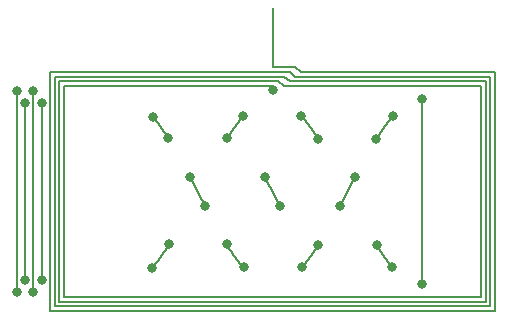
<source format=gbl>
%FSLAX36Y36*%
%MOMM*%
%TF.FileFunction,Copper,L2,Bot*%
%TF.Part,Single*%
%LPD*%
%ADD10C,0.2*%
%TA.AperFunction,ViaPad*%
%ADD20C,0.8*%
G01*
D10*
D20*
X0626488Y-1212559D03*
D10*
X0626488Y-1212559D02*
X0613832Y-1188255D01*
X0601176Y-1163939D01*
X0588519Y-1139612D01*
X0575863Y-1115273D01*
X0563207Y-1090924D01*
X0550550Y-1066563D01*
X0537894Y-1042192D01*
X0525238Y-1017811D01*
X0512581Y-0993420D01*
X0499925Y-0969019D01*
X0487269Y-0944608D01*
X0474612Y-0920188D01*
X0461956Y-0895759D01*
X0449300Y-0871321D01*
X0436643Y-0846874D01*
X0423987Y-0822420D01*
X0411331Y-0797956D01*
X0398674Y-0773486D01*
X0386018Y-0749007D01*
X0373362Y-0724521D01*
X0360705Y-0700028D01*
X0348049Y-0675528D01*
X0335393Y-0651021D01*
X0322736Y-0626508D01*
X0310080Y-0601988D01*
X0297424Y-0577463D01*
X0284767Y-0552932D01*
X0272111Y-0528396D01*
X0259455Y-0503854D01*
X0246798Y-0479307D01*
X0234142Y-0454756D01*
X0221486Y-0430200D01*
X0208829Y-0405640D01*
X0196173Y-0381076D01*
X0183517Y-0356508D01*
X0170860Y-0331936D01*
X0158204Y-0307362D01*
X0145548Y-0282784D01*
X0132891Y-0258203D01*
X0120235Y-0233620D01*
X0107579Y-0209035D01*
X0094922Y-0184447D01*
X0082266Y-0159858D01*
X0069610Y-0135267D01*
X0056953Y-0110675D01*
X0044297Y-0086082D01*
X0031641Y-0061488D01*
X0018984Y-0036893D01*
X0006328Y-0012298D01*
X-0006328Y0012298D01*
X-0018984Y0036893D01*
X-0031641Y0061488D01*
X-0044297Y0086082D01*
X-0056953Y0110675D01*
X-0069610Y0135267D01*
X-0082266Y0159858D01*
X-0094922Y0184447D01*
X-0107579Y0209035D01*
X-0120235Y0233620D01*
X-0132891Y0258203D01*
X-0145548Y0282784D01*
X-0158204Y0307362D01*
X-0170860Y0331936D01*
X-0183517Y0356508D01*
X-0196173Y0381076D01*
X-0208829Y0405640D01*
X-0221486Y0430200D01*
X-0234142Y0454756D01*
X-0246798Y0479307D01*
X-0259455Y0503854D01*
X-0272111Y0528396D01*
X-0284767Y0552932D01*
X-0297424Y0577463D01*
X-0310080Y0601988D01*
X-0322736Y0626508D01*
X-0335393Y0651021D01*
X-0348049Y0675528D01*
X-0360705Y0700028D01*
X-0373362Y0724521D01*
X-0386018Y0749007D01*
X-0398674Y0773486D01*
X-0411331Y0797956D01*
X-0423987Y0822420D01*
X-0436643Y0846874D01*
X-0449300Y0871321D01*
X-0461956Y0895759D01*
X-0474612Y0920188D01*
X-0487269Y0944608D01*
X-0499925Y0969019D01*
X-0512581Y0993420D01*
X-0525238Y1017811D01*
X-0537894Y1042192D01*
X-0550550Y1066563D01*
X-0563207Y1090924D01*
X-0575863Y1115273D01*
X-0588519Y1139612D01*
X-0601176Y1163939D01*
X-0613832Y1188255D01*
X-0626488Y1212559D01*
D20*
X-0626488Y1212559D03*
D10*
D20*
X-10207329Y-6428813D03*
D10*
X-10207329Y-6428813D02*
X-10194672Y-6414759D01*
X-10182016Y-6400642D01*
X-10169360Y-6386462D01*
X-10156703Y-6372219D01*
X-10144047Y-6357913D01*
X-10131391Y-6343544D01*
X-10118734Y-6329112D01*
X-10106078Y-6314618D01*
X-10093422Y-6300061D01*
X-10080765Y-6285442D01*
X-10068109Y-6270761D01*
X-10055453Y-6256018D01*
X-10042796Y-6241214D01*
X-10030140Y-6226347D01*
X-10017484Y-6211420D01*
X-10004827Y-6196430D01*
X-9992171Y-6181380D01*
X-9979515Y-6166268D01*
X-9966858Y-6151096D01*
X-9954202Y-6135863D01*
X-9941546Y-6120569D01*
X-9928889Y-6105214D01*
X-9916233Y-6089800D01*
X-9903577Y-6074325D01*
X-9890920Y-6058790D01*
X-9878264Y-6043196D01*
X-9865608Y-6027541D01*
X-9852951Y-6011827D01*
X-9840295Y-5996054D01*
X-9827639Y-5980221D01*
X-9814982Y-5964330D01*
X-9802326Y-5948379D01*
X-9789670Y-5932370D01*
X-9777014Y-5916302D01*
X-9764357Y-5900176D01*
X-9751701Y-5883991D01*
X-9739045Y-5867748D01*
X-9726388Y-5851447D01*
X-9713732Y-5835089D01*
X-9701076Y-5818673D01*
X-9688419Y-5802199D01*
X-9675763Y-5785668D01*
X-9663107Y-5769080D01*
X-9650450Y-5752435D01*
X-9637794Y-5735733D01*
X-9625138Y-5718974D01*
X-9612481Y-5702159D01*
X-9599825Y-5685287D01*
X-9587169Y-5668360D01*
X-9574512Y-5651376D01*
X-9561856Y-5634336D01*
X-9549200Y-5617241D01*
X-9536543Y-5600090D01*
X-9523887Y-5582884D01*
X-9511231Y-5565623D01*
X-9498574Y-5548307D01*
X-9485918Y-5530936D01*
X-9473262Y-5513511D01*
X-9460605Y-5496031D01*
X-9447949Y-5478496D01*
X-9435293Y-5460908D01*
X-9422636Y-5443265D01*
X-9409980Y-5425569D01*
X-9397324Y-5407819D01*
X-9384667Y-5390016D01*
X-9372011Y-5372159D01*
X-9359355Y-5354250D01*
X-9346698Y-5336287D01*
X-9334042Y-5318272D01*
X-9321386Y-5300204D01*
X-9308729Y-5282084D01*
X-9296073Y-5263912D01*
X-9283417Y-5245688D01*
X-9270760Y-5227412D01*
X-9258104Y-5209084D01*
X-9245448Y-5190705D01*
X-9232791Y-5172274D01*
X-9220135Y-5153793D01*
X-9207479Y-5135260D01*
X-9194822Y-5116677D01*
X-9182166Y-5098043D01*
X-9169510Y-5079359D01*
X-9156853Y-5060625D01*
X-9144197Y-5041840D01*
X-9131541Y-5023006D01*
X-9118884Y-5004122D01*
X-9106228Y-4985189D01*
X-9093572Y-4966207D01*
X-9080915Y-4947175D01*
X-9068259Y-4928095D01*
X-9055603Y-4908966D01*
X-9042946Y-4889788D01*
X-9030290Y-4870562D01*
X-9017634Y-4851288D01*
X-9004977Y-4831966D01*
X-8992321Y-4812596D01*
X-8979665Y-4793179D01*
X-8967009Y-4773715D01*
X-8954352Y-4754203D01*
X-8941696Y-4734644D01*
X-8929040Y-4715039D01*
X-8916383Y-4695387D01*
X-8903727Y-4675688D01*
X-8891071Y-4655944D01*
X-8878414Y-4636153D01*
X-8865758Y-4616316D01*
X-8853102Y-4596434D01*
X-8840445Y-4576507D01*
X-8827789Y-4556534D01*
X-8815133Y-4536517D01*
X-8802476Y-4516454D01*
X-8789820Y-4496347D01*
X-8777164Y-4476195D01*
X-8764507Y-4456000D01*
X-8751851Y-4435760D01*
D20*
X-8751851Y-4435760D03*
D10*
D20*
X-3828539Y4546531D03*
D10*
X-3828539Y4546531D02*
X-3815883Y4566526D01*
X-3803227Y4586476D01*
X-3790570Y4606381D01*
X-3777914Y4626240D01*
X-3765258Y4646054D01*
X-3752601Y4665822D01*
X-3739945Y4685543D01*
X-3727289Y4705219D01*
X-3714632Y4724847D01*
X-3701976Y4744429D01*
X-3689320Y4763965D01*
X-3676663Y4783453D01*
X-3664007Y4802894D01*
X-3651351Y4822287D01*
X-3638694Y4841633D01*
X-3626038Y4860931D01*
X-3613382Y4880181D01*
X-3600725Y4899383D01*
X-3588069Y4918536D01*
X-3575413Y4937641D01*
X-3562756Y4956697D01*
X-3550100Y4975704D01*
X-3537444Y4994662D01*
X-3524787Y5013570D01*
X-3512131Y5032429D01*
X-3499475Y5051239D01*
X-3486818Y5069998D01*
X-3474162Y5088707D01*
X-3461506Y5107366D01*
X-3448849Y5125975D01*
X-3436193Y5144533D01*
X-3423537Y5163040D01*
X-3410880Y5181496D01*
X-3398224Y5199901D01*
X-3385568Y5218254D01*
X-3372911Y5236556D01*
X-3360255Y5254806D01*
X-3347599Y5273005D01*
X-3334942Y5291151D01*
X-3322286Y5309245D01*
X-3309630Y5327286D01*
X-3296973Y5345275D01*
X-3284317Y5363211D01*
X-3271661Y5381094D01*
X-3259005Y5398924D01*
X-3246348Y5416701D01*
X-3233692Y5434424D01*
X-3221036Y5452093D01*
X-3208379Y5469709D01*
X-3195723Y5487270D01*
X-3183067Y5504777D01*
X-3170410Y5522230D01*
X-3157754Y5539629D01*
X-3145098Y5556972D01*
X-3132441Y5574261D01*
X-3119785Y5591494D01*
X-3107129Y5608673D01*
X-3094472Y5625796D01*
X-3081816Y5642863D01*
X-3069160Y5659875D01*
X-3056503Y5676830D01*
X-3043847Y5693730D01*
X-3031191Y5710573D01*
X-3018534Y5727360D01*
X-3005878Y5744091D01*
X-2993222Y5760764D01*
X-2980565Y5777381D01*
X-2967909Y5793941D01*
X-2955253Y5810443D01*
X-2942596Y5826888D01*
X-2929940Y5843275D01*
X-2917284Y5859605D01*
X-2904627Y5875877D01*
X-2891971Y5892091D01*
X-2879315Y5908246D01*
X-2866658Y5924343D01*
X-2854002Y5940382D01*
X-2841346Y5956362D01*
X-2828689Y5972283D01*
X-2816033Y5988145D01*
X-2803377Y6003948D01*
X-2790720Y6019692D01*
X-2778064Y6035376D01*
X-2765408Y6051000D01*
X-2752751Y6066565D01*
X-2740095Y6082070D01*
X-2727439Y6097515D01*
X-2714782Y6112899D01*
X-2702126Y6128223D01*
X-2689470Y6143487D01*
X-2676813Y6158690D01*
X-2664157Y6173832D01*
X-2651501Y6188913D01*
X-2638844Y6203933D01*
X-2626188Y6218891D01*
X-2613532Y6233788D01*
X-2600875Y6248624D01*
X-2588219Y6263398D01*
X-2575563Y6278110D01*
X-2562906Y6292760D01*
X-2550250Y6307347D01*
X-2537594Y6321873D01*
X-2524937Y6336336D01*
X-2512281Y6350736D01*
X-2499625Y6365074D01*
D20*
X-2499625Y6365074D03*
D10*
D20*
X2448999Y6421794D03*
D10*
X2448999Y6421794D02*
X2461656Y6407709D01*
X2474312Y6393560D01*
X2486968Y6379348D01*
X2499625Y6365074D01*
X2512281Y6350736D01*
X2524937Y6336336D01*
X2537594Y6321873D01*
X2550250Y6307347D01*
X2562906Y6292760D01*
X2575563Y6278110D01*
X2588219Y6263398D01*
X2600875Y6248624D01*
X2613532Y6233788D01*
X2626188Y6218891D01*
X2638844Y6203933D01*
X2651501Y6188913D01*
X2664157Y6173832D01*
X2676813Y6158690D01*
X2689470Y6143487D01*
X2702126Y6128223D01*
X2714782Y6112899D01*
X2727439Y6097515D01*
X2740095Y6082070D01*
X2752751Y6066565D01*
X2765408Y6051000D01*
X2778064Y6035376D01*
X2790720Y6019692D01*
X2803377Y6003948D01*
X2816033Y5988145D01*
X2828689Y5972283D01*
X2841346Y5956362D01*
X2854002Y5940382D01*
X2866658Y5924343D01*
X2879315Y5908246D01*
X2891971Y5892091D01*
X2904627Y5875877D01*
X2917284Y5859605D01*
X2929940Y5843275D01*
X2942596Y5826888D01*
X2955253Y5810443D01*
X2967909Y5793941D01*
X2980565Y5777381D01*
X2993222Y5760764D01*
X3005878Y5744091D01*
X3018534Y5727360D01*
X3031191Y5710573D01*
X3043847Y5693730D01*
X3056503Y5676830D01*
X3069160Y5659875D01*
X3081816Y5642863D01*
X3094472Y5625796D01*
X3107129Y5608673D01*
X3119785Y5591494D01*
X3132441Y5574261D01*
X3145098Y5556972D01*
X3157754Y5539629D01*
X3170410Y5522230D01*
X3183067Y5504777D01*
X3195723Y5487270D01*
X3208379Y5469709D01*
X3221036Y5452093D01*
X3233692Y5434424D01*
X3246348Y5416701D01*
X3259005Y5398924D01*
X3271661Y5381094D01*
X3284317Y5363211D01*
X3296973Y5345275D01*
X3309630Y5327286D01*
X3322286Y5309245D01*
X3334942Y5291151D01*
X3347599Y5273005D01*
X3360255Y5254806D01*
X3372911Y5236556D01*
X3385568Y5218254D01*
X3398224Y5199901D01*
X3410880Y5181496D01*
X3423537Y5163040D01*
X3436193Y5144533D01*
X3448849Y5125975D01*
X3461506Y5107366D01*
X3474162Y5088707D01*
X3486818Y5069998D01*
X3499475Y5051239D01*
X3512131Y5032429D01*
X3524787Y5013570D01*
X3537444Y4994662D01*
X3550100Y4975704D01*
X3562756Y4956697D01*
X3575413Y4937641D01*
X3588069Y4918536D01*
X3600725Y4899383D01*
X3613382Y4880181D01*
X3626038Y4860931D01*
X3638694Y4841633D01*
X3651351Y4822287D01*
X3664007Y4802894D01*
X3676663Y4783453D01*
X3689320Y4763965D01*
X3701976Y4744429D01*
X3714632Y4724847D01*
X3727289Y4705219D01*
X3739945Y4685543D01*
X3752601Y4665822D01*
X3765258Y4646054D01*
X3777914Y4626240D01*
X3790570Y4606381D01*
X3803227Y4586476D01*
X3815883Y4566526D01*
X3828539Y4546531D01*
X3841196Y4526491D01*
X3853852Y4506406D01*
X3866508Y4486277D01*
X3879165Y4466103D01*
D20*
X3879165Y4466103D03*
D10*
D20*
X8827789Y-4556534D03*
D10*
X8827789Y-4556534D02*
X8840445Y-4576507D01*
X8853102Y-4596434D01*
X8865758Y-4616316D01*
X8878414Y-4636153D01*
X8891071Y-4655944D01*
X8903727Y-4675688D01*
X8916383Y-4695387D01*
X8929040Y-4715039D01*
X8941696Y-4734644D01*
X8954352Y-4754203D01*
X8967009Y-4773715D01*
X8979665Y-4793179D01*
X8992321Y-4812596D01*
X9004977Y-4831966D01*
X9017634Y-4851288D01*
X9030290Y-4870562D01*
X9042946Y-4889788D01*
X9055603Y-4908966D01*
X9068259Y-4928095D01*
X9080915Y-4947175D01*
X9093572Y-4966207D01*
X9106228Y-4985189D01*
X9118884Y-5004122D01*
X9131541Y-5023006D01*
X9144197Y-5041840D01*
X9156853Y-5060625D01*
X9169510Y-5079359D01*
X9182166Y-5098043D01*
X9194822Y-5116677D01*
X9207479Y-5135260D01*
X9220135Y-5153793D01*
X9232791Y-5172274D01*
X9245448Y-5190705D01*
X9258104Y-5209084D01*
X9270760Y-5227412D01*
X9283417Y-5245688D01*
X9296073Y-5263912D01*
X9308729Y-5282084D01*
X9321386Y-5300204D01*
X9334042Y-5318272D01*
X9346698Y-5336287D01*
X9359355Y-5354250D01*
X9372011Y-5372159D01*
X9384667Y-5390016D01*
X9397324Y-5407819D01*
X9409980Y-5425569D01*
X9422636Y-5443265D01*
X9435293Y-5460908D01*
X9447949Y-5478496D01*
X9460605Y-5496031D01*
X9473262Y-5513511D01*
X9485918Y-5530936D01*
X9498574Y-5548307D01*
X9511231Y-5565623D01*
X9523887Y-5582884D01*
X9536543Y-5600090D01*
X9549200Y-5617241D01*
X9561856Y-5634336D01*
X9574512Y-5651376D01*
X9587169Y-5668360D01*
X9599825Y-5685287D01*
X9612481Y-5702159D01*
X9625138Y-5718974D01*
X9637794Y-5735733D01*
X9650450Y-5752435D01*
X9663107Y-5769080D01*
X9675763Y-5785668D01*
X9688419Y-5802199D01*
X9701076Y-5818673D01*
X9713732Y-5835089D01*
X9726388Y-5851447D01*
X9739045Y-5867748D01*
X9751701Y-5883991D01*
X9764357Y-5900176D01*
X9777014Y-5916302D01*
X9789670Y-5932370D01*
X9802326Y-5948379D01*
X9814982Y-5964330D01*
X9827639Y-5980221D01*
X9840295Y-5996054D01*
X9852951Y-6011827D01*
X9865608Y-6027541D01*
X9878264Y-6043196D01*
X9890920Y-6058790D01*
X9903577Y-6074325D01*
X9916233Y-6089800D01*
X9928889Y-6105214D01*
X9941546Y-6120569D01*
X9954202Y-6135863D01*
X9966858Y-6151096D01*
X9979515Y-6166268D01*
X9992171Y-6181380D01*
X10004827Y-6196430D01*
X10017484Y-6211420D01*
X10030140Y-6226347D01*
X10042796Y-6241214D01*
X10055453Y-6256018D01*
X10068109Y-6270761D01*
X10080765Y-6285442D01*
X10093422Y-6300061D01*
X10106078Y-6314618D01*
X10118734Y-6329112D01*
X10131391Y-6343544D01*
D20*
X10131391Y-6343544D03*
D10*
D20*
X12650000Y-7825000D03*
D10*
X12650000Y-7825000D02*
X12650000Y7825000D01*
D20*
X12650000Y7825000D03*
D10*
D20*
X10207329Y6428813D03*
D10*
X10207329Y6428813D02*
X10194672Y6414759D01*
X10182016Y6400642D01*
X10169360Y6386462D01*
X10156703Y6372219D01*
X10144047Y6357913D01*
X10131391Y6343544D01*
X10118734Y6329112D01*
X10106078Y6314618D01*
X10093422Y6300061D01*
X10080765Y6285442D01*
X10068109Y6270761D01*
X10055453Y6256018D01*
X10042796Y6241214D01*
X10030140Y6226347D01*
X10017484Y6211420D01*
X10004827Y6196430D01*
X9992171Y6181380D01*
X9979515Y6166268D01*
X9966858Y6151096D01*
X9954202Y6135863D01*
X9941546Y6120569D01*
X9928889Y6105214D01*
X9916233Y6089800D01*
X9903577Y6074325D01*
X9890920Y6058790D01*
X9878264Y6043196D01*
X9865608Y6027541D01*
X9852951Y6011827D01*
X9840295Y5996054D01*
X9827639Y5980221D01*
X9814982Y5964330D01*
X9802326Y5948379D01*
X9789670Y5932370D01*
X9777014Y5916302D01*
X9764357Y5900176D01*
X9751701Y5883991D01*
X9739045Y5867748D01*
X9726388Y5851447D01*
X9713732Y5835089D01*
X9701076Y5818673D01*
X9688419Y5802199D01*
X9675763Y5785668D01*
X9663107Y5769080D01*
X9650450Y5752435D01*
X9637794Y5735733D01*
X9625138Y5718974D01*
X9612481Y5702159D01*
X9599825Y5685287D01*
X9587169Y5668360D01*
X9574512Y5651376D01*
X9561856Y5634336D01*
X9549200Y5617241D01*
X9536543Y5600090D01*
X9523887Y5582884D01*
X9511231Y5565623D01*
X9498574Y5548307D01*
X9485918Y5530936D01*
X9473262Y5513511D01*
X9460605Y5496031D01*
X9447949Y5478496D01*
X9435293Y5460908D01*
X9422636Y5443265D01*
X9409980Y5425569D01*
X9397324Y5407819D01*
X9384667Y5390016D01*
X9372011Y5372159D01*
X9359355Y5354250D01*
X9346698Y5336287D01*
X9334042Y5318272D01*
X9321386Y5300204D01*
X9308729Y5282084D01*
X9296073Y5263912D01*
X9283417Y5245688D01*
X9270760Y5227412D01*
X9258104Y5209084D01*
X9245448Y5190705D01*
X9232791Y5172274D01*
X9220135Y5153793D01*
X9207479Y5135260D01*
X9194822Y5116677D01*
X9182166Y5098043D01*
X9169510Y5079359D01*
X9156853Y5060625D01*
X9144197Y5041840D01*
X9131541Y5023006D01*
X9118884Y5004122D01*
X9106228Y4985189D01*
X9093572Y4966207D01*
X9080915Y4947175D01*
X9068259Y4928095D01*
X9055603Y4908966D01*
X9042946Y4889788D01*
X9030290Y4870562D01*
X9017634Y4851288D01*
X9004977Y4831966D01*
X8992321Y4812596D01*
X8979665Y4793179D01*
X8967009Y4773715D01*
X8954352Y4754203D01*
X8941696Y4734644D01*
X8929040Y4715039D01*
X8916383Y4695387D01*
X8903727Y4675688D01*
X8891071Y4655944D01*
X8878414Y4636153D01*
X8865758Y4616316D01*
X8853102Y4596434D01*
X8840445Y4576507D01*
X8827789Y4556534D01*
X8815133Y4536517D01*
X8802476Y4516454D01*
X8789820Y4496347D01*
X8777164Y4476195D01*
X8764507Y4456000D01*
X8751851Y4435760D01*
D20*
X8751851Y4435760D03*
D10*
D20*
X6954652Y1218634D03*
D10*
X6954652Y1218634D02*
X6941996Y1194332D01*
X6929340Y1170019D01*
X6916683Y1145695D01*
X6904027Y1121359D01*
X6891371Y1097012D01*
X6878714Y1072655D01*
X6866058Y1048286D01*
X6853402Y1023907D01*
X6840745Y0999519D01*
X6828089Y0975120D01*
X6815433Y0950712D01*
X6802776Y0926294D01*
X6790120Y0901867D01*
X6777464Y0877431D01*
X6764807Y0852987D01*
X6752151Y0828534D01*
X6739495Y0804073D01*
X6726838Y0779604D01*
X6714182Y0755127D01*
X6701526Y0730643D01*
X6688869Y0706152D01*
X6676213Y0681653D01*
X6663557Y0657148D01*
X6650900Y0632637D01*
X6638244Y0608119D01*
X6625588Y0583595D01*
X6612931Y0559065D01*
X6600275Y0534530D01*
X6587619Y0509990D01*
X6574962Y0485444D01*
X6562306Y0460894D01*
X6549650Y0436339D01*
X6536993Y0411780D01*
X6524337Y0387217D01*
X6511681Y0362650D01*
X6499025Y0338080D01*
X6486368Y0313506D01*
X6473712Y0288929D01*
X6461056Y0264349D01*
X6448399Y0239766D01*
X6435743Y0215181D01*
X6423087Y0190594D01*
X6410430Y0166006D01*
X6397774Y0141415D01*
X6385118Y0116823D01*
X6372461Y0092230D01*
X6359805Y0067636D01*
X6347149Y0043041D01*
X6334492Y0018446D01*
X6321836Y-0006149D01*
X6309180Y-0030744D01*
X6296523Y-0055339D01*
X6283867Y-0079933D01*
X6271211Y-0104527D01*
X6258554Y-0129119D01*
X6245898Y-0153710D01*
X6233242Y-0178300D01*
X6220585Y-0202888D01*
X6207929Y-0227474D01*
X6195273Y-0252058D01*
X6182616Y-0276639D01*
X6169960Y-0301217D01*
X6157304Y-0325793D01*
X6144647Y-0350365D01*
X6131991Y-0374934D01*
X6119335Y-0399499D01*
X6106678Y-0424060D01*
X6094022Y-0448617D01*
X6081366Y-0473170D01*
X6068709Y-0497718D01*
X6056053Y-0522261D01*
X6043397Y-0546799D01*
X6030740Y-0571331D01*
X6018084Y-0595858D01*
X6005428Y-0620379D01*
X5992771Y-0644893D01*
X5980115Y-0669402D01*
X5967459Y-0693903D01*
X5954802Y-0718398D01*
X5942146Y-0742886D01*
X5929490Y-0767367D01*
X5916833Y-0791839D01*
X5904177Y-0816305D01*
X5891521Y-0840761D01*
X5878864Y-0865210D01*
X5866208Y-0889650D01*
X5853552Y-0914082D01*
X5840895Y-0938504D01*
X5828239Y-0962917D01*
X5815583Y-0987321D01*
X5802926Y-1011714D01*
X5790270Y-1036098D01*
X5777614Y-1060472D01*
X5764957Y-1084835D01*
X5752301Y-1109187D01*
X5739645Y-1133528D01*
X5726988Y-1157859D01*
X5714332Y-1182177D01*
X5701676Y-1206484D01*
D20*
X5701676Y-1206484D03*
D10*
D20*
X3828539Y-4546531D03*
D10*
X3828539Y-4546531D02*
X3815883Y-4566526D01*
X3803227Y-4586476D01*
X3790570Y-4606381D01*
X3777914Y-4626240D01*
X3765258Y-4646054D01*
X3752601Y-4665822D01*
X3739945Y-4685543D01*
X3727289Y-4705219D01*
X3714632Y-4724847D01*
X3701976Y-4744429D01*
X3689320Y-4763965D01*
X3676663Y-4783453D01*
X3664007Y-4802894D01*
X3651351Y-4822287D01*
X3638694Y-4841633D01*
X3626038Y-4860931D01*
X3613382Y-4880181D01*
X3600725Y-4899383D01*
X3588069Y-4918536D01*
X3575413Y-4937641D01*
X3562756Y-4956697D01*
X3550100Y-4975704D01*
X3537444Y-4994662D01*
X3524787Y-5013570D01*
X3512131Y-5032429D01*
X3499475Y-5051239D01*
X3486818Y-5069998D01*
X3474162Y-5088707D01*
X3461506Y-5107366D01*
X3448849Y-5125975D01*
X3436193Y-5144533D01*
X3423537Y-5163040D01*
X3410880Y-5181496D01*
X3398224Y-5199901D01*
X3385568Y-5218254D01*
X3372911Y-5236556D01*
X3360255Y-5254806D01*
X3347599Y-5273005D01*
X3334942Y-5291151D01*
X3322286Y-5309245D01*
X3309630Y-5327286D01*
X3296973Y-5345275D01*
X3284317Y-5363211D01*
X3271661Y-5381094D01*
X3259005Y-5398924D01*
X3246348Y-5416701D01*
X3233692Y-5434424D01*
X3221036Y-5452093D01*
X3208379Y-5469709D01*
X3195723Y-5487270D01*
X3183067Y-5504777D01*
X3170410Y-5522230D01*
X3157754Y-5539629D01*
X3145098Y-5556972D01*
X3132441Y-5574261D01*
X3119785Y-5591494D01*
X3107129Y-5608673D01*
X3094472Y-5625796D01*
X3081816Y-5642863D01*
X3069160Y-5659875D01*
X3056503Y-5676830D01*
X3043847Y-5693730D01*
X3031191Y-5710573D01*
X3018534Y-5727360D01*
X3005878Y-5744091D01*
X2993222Y-5760764D01*
X2980565Y-5777381D01*
X2967909Y-5793941D01*
X2955253Y-5810443D01*
X2942596Y-5826888D01*
X2929940Y-5843275D01*
X2917284Y-5859605D01*
X2904627Y-5875877D01*
X2891971Y-5892091D01*
X2879315Y-5908246D01*
X2866658Y-5924343D01*
X2854002Y-5940382D01*
X2841346Y-5956362D01*
X2828689Y-5972283D01*
X2816033Y-5988145D01*
X2803377Y-6003948D01*
X2790720Y-6019692D01*
X2778064Y-6035376D01*
X2765408Y-6051000D01*
X2752751Y-6066565D01*
X2740095Y-6082070D01*
X2727439Y-6097515D01*
X2714782Y-6112899D01*
X2702126Y-6128223D01*
X2689470Y-6143487D01*
X2676813Y-6158690D01*
X2664157Y-6173832D01*
X2651501Y-6188913D01*
X2638844Y-6203933D01*
X2626188Y-6218891D01*
X2613532Y-6233788D01*
X2600875Y-6248624D01*
X2588219Y-6263398D01*
X2575563Y-6278110D01*
X2562906Y-6292760D01*
X2550250Y-6307347D01*
X2537594Y-6321873D01*
X2524937Y-6336336D01*
X2512281Y-6350736D01*
X2499625Y-6365074D01*
D20*
X2499625Y-6365074D03*
D10*
D20*
X-2448999Y-6421794D03*
D10*
X-2448999Y-6421794D02*
X-2461656Y-6407709D01*
X-2474312Y-6393560D01*
X-2486968Y-6379348D01*
X-2499625Y-6365074D01*
X-2512281Y-6350736D01*
X-2524937Y-6336336D01*
X-2537594Y-6321873D01*
X-2550250Y-6307347D01*
X-2562906Y-6292760D01*
X-2575563Y-6278110D01*
X-2588219Y-6263398D01*
X-2600875Y-6248624D01*
X-2613532Y-6233788D01*
X-2626188Y-6218891D01*
X-2638844Y-6203933D01*
X-2651501Y-6188913D01*
X-2664157Y-6173832D01*
X-2676813Y-6158690D01*
X-2689470Y-6143487D01*
X-2702126Y-6128223D01*
X-2714782Y-6112899D01*
X-2727439Y-6097515D01*
X-2740095Y-6082070D01*
X-2752751Y-6066565D01*
X-2765408Y-6051000D01*
X-2778064Y-6035376D01*
X-2790720Y-6019692D01*
X-2803377Y-6003948D01*
X-2816033Y-5988145D01*
X-2828689Y-5972283D01*
X-2841346Y-5956362D01*
X-2854002Y-5940382D01*
X-2866658Y-5924343D01*
X-2879315Y-5908246D01*
X-2891971Y-5892091D01*
X-2904627Y-5875877D01*
X-2917284Y-5859605D01*
X-2929940Y-5843275D01*
X-2942596Y-5826888D01*
X-2955253Y-5810443D01*
X-2967909Y-5793941D01*
X-2980565Y-5777381D01*
X-2993222Y-5760764D01*
X-3005878Y-5744091D01*
X-3018534Y-5727360D01*
X-3031191Y-5710573D01*
X-3043847Y-5693730D01*
X-3056503Y-5676830D01*
X-3069160Y-5659875D01*
X-3081816Y-5642863D01*
X-3094472Y-5625796D01*
X-3107129Y-5608673D01*
X-3119785Y-5591494D01*
X-3132441Y-5574261D01*
X-3145098Y-5556972D01*
X-3157754Y-5539629D01*
X-3170410Y-5522230D01*
X-3183067Y-5504777D01*
X-3195723Y-5487270D01*
X-3208379Y-5469709D01*
X-3221036Y-5452093D01*
X-3233692Y-5434424D01*
X-3246348Y-5416701D01*
X-3259005Y-5398924D01*
X-3271661Y-5381094D01*
X-3284317Y-5363211D01*
X-3296973Y-5345275D01*
X-3309630Y-5327286D01*
X-3322286Y-5309245D01*
X-3334942Y-5291151D01*
X-3347599Y-5273005D01*
X-3360255Y-5254806D01*
X-3372911Y-5236556D01*
X-3385568Y-5218254D01*
X-3398224Y-5199901D01*
X-3410880Y-5181496D01*
X-3423537Y-5163040D01*
X-3436193Y-5144533D01*
X-3448849Y-5125975D01*
X-3461506Y-5107366D01*
X-3474162Y-5088707D01*
X-3486818Y-5069998D01*
X-3499475Y-5051239D01*
X-3512131Y-5032429D01*
X-3524787Y-5013570D01*
X-3537444Y-4994662D01*
X-3550100Y-4975704D01*
X-3562756Y-4956697D01*
X-3575413Y-4937641D01*
X-3588069Y-4918536D01*
X-3600725Y-4899383D01*
X-3613382Y-4880181D01*
X-3626038Y-4860931D01*
X-3638694Y-4841633D01*
X-3651351Y-4822287D01*
X-3664007Y-4802894D01*
X-3676663Y-4783453D01*
X-3689320Y-4763965D01*
X-3701976Y-4744429D01*
X-3714632Y-4724847D01*
X-3727289Y-4705219D01*
X-3739945Y-4685543D01*
X-3752601Y-4665822D01*
X-3765258Y-4646054D01*
X-3777914Y-4626240D01*
X-3790570Y-4606381D01*
X-3803227Y-4586476D01*
X-3815883Y-4566526D01*
X-3828539Y-4546531D01*
X-3841196Y-4526491D01*
X-3853852Y-4506406D01*
X-3866508Y-4486277D01*
X-3879165Y-4466103D01*
D20*
X-3879165Y-4466103D03*
D10*
D20*
X-5701676Y-1206484D03*
D10*
X-5701676Y-1206484D02*
X-5714332Y-1182177D01*
X-5726988Y-1157859D01*
X-5739645Y-1133528D01*
X-5752301Y-1109187D01*
X-5764957Y-1084835D01*
X-5777614Y-1060472D01*
X-5790270Y-1036098D01*
X-5802926Y-1011714D01*
X-5815583Y-0987321D01*
X-5828239Y-0962917D01*
X-5840895Y-0938504D01*
X-5853552Y-0914082D01*
X-5866208Y-0889650D01*
X-5878864Y-0865210D01*
X-5891521Y-0840761D01*
X-5904177Y-0816305D01*
X-5916833Y-0791839D01*
X-5929490Y-0767367D01*
X-5942146Y-0742886D01*
X-5954802Y-0718398D01*
X-5967459Y-0693903D01*
X-5980115Y-0669402D01*
X-5992771Y-0644893D01*
X-6005428Y-0620379D01*
X-6018084Y-0595858D01*
X-6030740Y-0571331D01*
X-6043397Y-0546799D01*
X-6056053Y-0522261D01*
X-6068709Y-0497718D01*
X-6081366Y-0473170D01*
X-6094022Y-0448617D01*
X-6106678Y-0424060D01*
X-6119335Y-0399499D01*
X-6131991Y-0374934D01*
X-6144647Y-0350365D01*
X-6157304Y-0325793D01*
X-6169960Y-0301217D01*
X-6182616Y-0276639D01*
X-6195273Y-0252058D01*
X-6207929Y-0227474D01*
X-6220585Y-0202888D01*
X-6233242Y-0178300D01*
X-6245898Y-0153710D01*
X-6258554Y-0129119D01*
X-6271211Y-0104527D01*
X-6283867Y-0079933D01*
X-6296523Y-0055339D01*
X-6309180Y-0030744D01*
X-6321836Y-0006149D01*
X-6334492Y0018446D01*
X-6347149Y0043041D01*
X-6359805Y0067636D01*
X-6372461Y0092230D01*
X-6385118Y0116823D01*
X-6397774Y0141415D01*
X-6410430Y0166006D01*
X-6423087Y0190594D01*
X-6435743Y0215181D01*
X-6448399Y0239766D01*
X-6461056Y0264349D01*
X-6473712Y0288929D01*
X-6486368Y0313506D01*
X-6499025Y0338080D01*
X-6511681Y0362650D01*
X-6524337Y0387217D01*
X-6536993Y0411780D01*
X-6549650Y0436339D01*
X-6562306Y0460894D01*
X-6574962Y0485444D01*
X-6587619Y0509990D01*
X-6600275Y0534530D01*
X-6612931Y0559065D01*
X-6625588Y0583595D01*
X-6638244Y0608119D01*
X-6650900Y0632637D01*
X-6663557Y0657148D01*
X-6676213Y0681653D01*
X-6688869Y0706152D01*
X-6701526Y0730643D01*
X-6714182Y0755127D01*
X-6726838Y0779604D01*
X-6739495Y0804073D01*
X-6752151Y0828534D01*
X-6764807Y0852987D01*
X-6777464Y0877431D01*
X-6790120Y0901867D01*
X-6802776Y0926294D01*
X-6815433Y0950712D01*
X-6828089Y0975120D01*
X-6840745Y0999519D01*
X-6853402Y1023907D01*
X-6866058Y1048286D01*
X-6878714Y1072655D01*
X-6891371Y1097012D01*
X-6904027Y1121359D01*
X-6916683Y1145695D01*
X-6929340Y1170019D01*
X-6941996Y1194332D01*
X-6954652Y1218634D01*
D20*
X-6954652Y1218634D03*
D10*
D20*
X-8827789Y4556534D03*
D10*
X-8827789Y4556534D02*
X-8840445Y4576507D01*
X-8853102Y4596434D01*
X-8865758Y4616316D01*
X-8878414Y4636153D01*
X-8891071Y4655944D01*
X-8903727Y4675688D01*
X-8916383Y4695387D01*
X-8929040Y4715039D01*
X-8941696Y4734644D01*
X-8954352Y4754203D01*
X-8967009Y4773715D01*
X-8979665Y4793179D01*
X-8992321Y4812596D01*
X-9004977Y4831966D01*
X-9017634Y4851288D01*
X-9030290Y4870562D01*
X-9042946Y4889788D01*
X-9055603Y4908966D01*
X-9068259Y4928095D01*
X-9080915Y4947175D01*
X-9093572Y4966207D01*
X-9106228Y4985189D01*
X-9118884Y5004122D01*
X-9131541Y5023006D01*
X-9144197Y5041840D01*
X-9156853Y5060625D01*
X-9169510Y5079359D01*
X-9182166Y5098043D01*
X-9194822Y5116677D01*
X-9207479Y5135260D01*
X-9220135Y5153793D01*
X-9232791Y5172274D01*
X-9245448Y5190705D01*
X-9258104Y5209084D01*
X-9270760Y5227412D01*
X-9283417Y5245688D01*
X-9296073Y5263912D01*
X-9308729Y5282084D01*
X-9321386Y5300204D01*
X-9334042Y5318272D01*
X-9346698Y5336287D01*
X-9359355Y5354250D01*
X-9372011Y5372159D01*
X-9384667Y5390016D01*
X-9397324Y5407819D01*
X-9409980Y5425569D01*
X-9422636Y5443265D01*
X-9435293Y5460908D01*
X-9447949Y5478496D01*
X-9460605Y5496031D01*
X-9473262Y5513511D01*
X-9485918Y5530936D01*
X-9498574Y5548307D01*
X-9511231Y5565623D01*
X-9523887Y5582884D01*
X-9536543Y5600090D01*
X-9549200Y5617241D01*
X-9561856Y5634336D01*
X-9574512Y5651376D01*
X-9587169Y5668360D01*
X-9599825Y5685287D01*
X-9612481Y5702159D01*
X-9625138Y5718974D01*
X-9637794Y5735733D01*
X-9650450Y5752435D01*
X-9663107Y5769080D01*
X-9675763Y5785668D01*
X-9688419Y5802199D01*
X-9701076Y5818673D01*
X-9713732Y5835089D01*
X-9726388Y5851447D01*
X-9739045Y5867748D01*
X-9751701Y5883991D01*
X-9764357Y5900176D01*
X-9777014Y5916302D01*
X-9789670Y5932370D01*
X-9802326Y5948379D01*
X-9814982Y5964330D01*
X-9827639Y5980221D01*
X-9840295Y5996054D01*
X-9852951Y6011827D01*
X-9865608Y6027541D01*
X-9878264Y6043196D01*
X-9890920Y6058790D01*
X-9903577Y6074325D01*
X-9916233Y6089800D01*
X-9928889Y6105214D01*
X-9941546Y6120569D01*
X-9954202Y6135863D01*
X-9966858Y6151096D01*
X-9979515Y6166268D01*
X-9992171Y6181380D01*
X-10004827Y6196430D01*
X-10017484Y6211420D01*
X-10030140Y6226347D01*
X-10042796Y6241214D01*
X-10055453Y6256018D01*
X-10068109Y6270761D01*
X-10080765Y6285442D01*
X-10093422Y6300061D01*
X-10106078Y6314618D01*
X-10118734Y6329112D01*
X-10131391Y6343544D01*
D20*
X-10131391Y6343544D03*
D10*
X0000000Y15525000D02*
X0000000Y10525000D01*
X1920000Y10525000D01*
X2400000Y10125000D01*
X2494540Y10125000D01*
X2589080Y10125000D01*
X2683621Y10125000D01*
X2778161Y10125000D01*
X2872701Y10125000D01*
X2967241Y10125000D01*
X3061782Y10125000D01*
X3156322Y10125000D01*
X3250862Y10125000D01*
X3345402Y10125000D01*
X3439943Y10125000D01*
X3534483Y10125000D01*
X3629023Y10125000D01*
X3723563Y10125000D01*
X3818103Y10125000D01*
X3912644Y10125000D01*
X4007184Y10125000D01*
X4101724Y10125000D01*
X4196264Y10125000D01*
X4290805Y10125000D01*
X4385345Y10125000D01*
X4479885Y10125000D01*
X4574425Y10125000D01*
X4668966Y10125000D01*
X4763506Y10125000D01*
X4858046Y10125000D01*
X4952586Y10125000D01*
X5047126Y10125000D01*
X5141667Y10125000D01*
X5236207Y10125000D01*
X5330747Y10125000D01*
X5425287Y10125000D01*
X5519828Y10125000D01*
X5614368Y10125000D01*
X5708908Y10125000D01*
X5803448Y10125000D01*
X5897989Y10125000D01*
X5992529Y10125000D01*
X6087069Y10125000D01*
X6181609Y10125000D01*
X6276149Y10125000D01*
X6370690Y10125000D01*
X6465230Y10125000D01*
X6559770Y10125000D01*
X6654310Y10125000D01*
X6748851Y10125000D01*
X6843391Y10125000D01*
X6937931Y10125000D01*
X7032471Y10125000D01*
X7127011Y10125000D01*
X7221552Y10125000D01*
X7316092Y10125000D01*
X7410632Y10125000D01*
X7505172Y10125000D01*
X7599713Y10125000D01*
X7694253Y10125000D01*
X7788793Y10125000D01*
X7883333Y10125000D01*
X7977874Y10125000D01*
X8072414Y10125000D01*
X8166954Y10125000D01*
X8261494Y10125000D01*
X8356034Y10125000D01*
X8450575Y10125000D01*
X8545115Y10125000D01*
X8639655Y10125000D01*
X8734195Y10125000D01*
X8828736Y10125000D01*
X8923276Y10125000D01*
X9017816Y10125000D01*
X9112356Y10125000D01*
X9206897Y10125000D01*
X9301437Y10125000D01*
X9395977Y10125000D01*
X9490517Y10125000D01*
X9585057Y10125000D01*
X9679598Y10125000D01*
X9774138Y10125000D01*
X9868678Y10125000D01*
X9963218Y10125000D01*
X10057759Y10125000D01*
X10152299Y10125000D01*
X10246839Y10125000D01*
X10341379Y10125000D01*
X10435920Y10125000D01*
X10530460Y10125000D01*
X10625000Y10125000D01*
X10719540Y10125000D01*
X10814080Y10125000D01*
X10908621Y10125000D01*
X11003161Y10125000D01*
X11097701Y10125000D01*
X11192241Y10125000D01*
X11286782Y10125000D01*
X11381322Y10125000D01*
X11475862Y10125000D01*
X11570402Y10125000D01*
X11664943Y10125000D01*
X11759483Y10125000D01*
X11854023Y10125000D01*
X11948563Y10125000D01*
X12043103Y10125000D01*
X12137644Y10125000D01*
X12232184Y10125000D01*
X12326724Y10125000D01*
X12421264Y10125000D01*
X12515805Y10125000D01*
X12610345Y10125000D01*
X12704885Y10125000D01*
X12799425Y10125000D01*
X12893966Y10125000D01*
X12988506Y10125000D01*
X13083046Y10125000D01*
X13177586Y10125000D01*
X13272126Y10125000D01*
X13366667Y10125000D01*
X13461207Y10125000D01*
X13555747Y10125000D01*
X13650287Y10125000D01*
X13744828Y10125000D01*
X13839368Y10125000D01*
X13933908Y10125000D01*
X14028448Y10125000D01*
X14122989Y10125000D01*
X14217529Y10125000D01*
X14312069Y10125000D01*
X14406609Y10125000D01*
X14501149Y10125000D01*
X14595690Y10125000D01*
X14690230Y10125000D01*
X14784770Y10125000D01*
X14879310Y10125000D01*
X14973851Y10125000D01*
X15068391Y10125000D01*
X15162931Y10125000D01*
X15257471Y10125000D01*
X15352011Y10125000D01*
X15446552Y10125000D01*
X15541092Y10125000D01*
X15635632Y10125000D01*
X15730172Y10125000D01*
X15824713Y10125000D01*
X15919253Y10125000D01*
X16013793Y10125000D01*
X16108333Y10125000D01*
X16202874Y10125000D01*
X16297414Y10125000D01*
X16391954Y10125000D01*
X16486494Y10125000D01*
X16581034Y10125000D01*
X16675575Y10125000D01*
X16770115Y10125000D01*
X16864655Y10125000D01*
X16959195Y10125000D01*
X17053736Y10125000D01*
X17148276Y10125000D01*
X17242816Y10125000D01*
X17337356Y10125000D01*
X17431897Y10125000D01*
X17526437Y10125000D01*
X17620977Y10125000D01*
X17715517Y10125000D01*
X17810057Y10125000D01*
X17904598Y10125000D01*
X17999138Y10125000D01*
X18093678Y10125000D01*
X18188218Y10125000D01*
X18282759Y10125000D01*
X18377299Y10125000D01*
X18471839Y10125000D01*
X18566379Y10125000D01*
X18660920Y10125000D01*
X18755460Y10125000D01*
X18850000Y10125000D01*
X18850000Y10125000D01*
X18850000Y10093846D01*
X18850000Y10062692D01*
X18850000Y10031538D01*
X18850000Y10000385D01*
X18850000Y9969231D01*
X18850000Y9938077D01*
X18850000Y9906923D01*
X18850000Y9875769D01*
X18850000Y9844615D01*
X18850000Y9813462D01*
X18850000Y9782308D01*
X18850000Y9751154D01*
X18850000Y9720000D01*
X18850000Y9688846D01*
X18850000Y9657692D01*
X18850000Y9626538D01*
X18850000Y9595385D01*
X18850000Y9564231D01*
X18850000Y9533077D01*
X18850000Y9501923D01*
X18850000Y9470769D01*
X18850000Y9439615D01*
X18850000Y9408462D01*
X18850000Y9377308D01*
X18850000Y9346154D01*
X18850000Y9315000D01*
X18850000Y9283846D01*
X18850000Y9252692D01*
X18850000Y9221538D01*
X18850000Y9190385D01*
X18850000Y9159231D01*
X18850000Y9128077D01*
X18850000Y9096923D01*
X18850000Y9065769D01*
X18850000Y9034615D01*
X18850000Y9003462D01*
X18850000Y8972308D01*
X18850000Y8941154D01*
X18850000Y8910000D01*
X18850000Y8878846D01*
X18850000Y8847692D01*
X18850000Y8816538D01*
X18850000Y8785385D01*
X18850000Y8754231D01*
X18850000Y8723077D01*
X18850000Y8691923D01*
X18850000Y8660769D01*
X18850000Y8629615D01*
X18850000Y8598462D01*
X18850000Y8567308D01*
X18850000Y8536154D01*
X18850000Y8505000D01*
X18850000Y8473846D01*
X18850000Y8442692D01*
X18850000Y8411538D01*
X18850000Y8380385D01*
X18850000Y8349231D01*
X18850000Y8318077D01*
X18850000Y8286923D01*
X18850000Y8255769D01*
X18850000Y8224615D01*
X18850000Y8193462D01*
X18850000Y8162308D01*
X18850000Y8131154D01*
X18850000Y8100000D01*
X18850000Y8068846D01*
X18850000Y8037692D01*
X18850000Y8006538D01*
X18850000Y7975385D01*
X18850000Y7944231D01*
X18850000Y7913077D01*
X18850000Y7881923D01*
X18850000Y7850769D01*
X18850000Y7819615D01*
X18850000Y7788462D01*
X18850000Y7757308D01*
X18850000Y7726154D01*
X18850000Y7695000D01*
X18850000Y7663846D01*
X18850000Y7632692D01*
X18850000Y7601538D01*
X18850000Y7570385D01*
X18850000Y7539231D01*
X18850000Y7508077D01*
X18850000Y7476923D01*
X18850000Y7445769D01*
X18850000Y7414615D01*
X18850000Y7383462D01*
X18850000Y7352308D01*
X18850000Y7321154D01*
X18850000Y7290000D01*
X18850000Y7258846D01*
X18850000Y7227692D01*
X18850000Y7196538D01*
X18850000Y7165385D01*
X18850000Y7134231D01*
X18850000Y7103077D01*
X18850000Y7071923D01*
X18850000Y7040769D01*
X18850000Y7009615D01*
X18850000Y6978462D01*
X18850000Y6947308D01*
X18850000Y6916154D01*
X18850000Y6885000D01*
X18850000Y6853846D01*
X18850000Y6822692D01*
X18850000Y6791538D01*
X18850000Y6760385D01*
X18850000Y6729231D01*
X18850000Y6698077D01*
X18850000Y6666923D01*
X18850000Y6635769D01*
X18850000Y6604615D01*
X18850000Y6573462D01*
X18850000Y6542308D01*
X18850000Y6511154D01*
X18850000Y6480000D01*
X18850000Y6448846D01*
X18850000Y6417692D01*
X18850000Y6386538D01*
X18850000Y6355385D01*
X18850000Y6324231D01*
X18850000Y6293077D01*
X18850000Y6261923D01*
X18850000Y6230769D01*
X18850000Y6199615D01*
X18850000Y6168462D01*
X18850000Y6137308D01*
X18850000Y6106154D01*
X18850000Y6075000D01*
X18850000Y6043846D01*
X18850000Y6012692D01*
X18850000Y5981538D01*
X18850000Y5950385D01*
X18850000Y5919231D01*
X18850000Y5888077D01*
X18850000Y5856923D01*
X18850000Y5825769D01*
X18850000Y5794615D01*
X18850000Y5763462D01*
X18850000Y5732308D01*
X18850000Y5701154D01*
X18850000Y5670000D01*
X18850000Y5638846D01*
X18850000Y5607692D01*
X18850000Y5576538D01*
X18850000Y5545385D01*
X18850000Y5514231D01*
X18850000Y5483077D01*
X18850000Y5451923D01*
X18850000Y5420769D01*
X18850000Y5389615D01*
X18850000Y5358462D01*
X18850000Y5327308D01*
X18850000Y5296154D01*
X18850000Y5265000D01*
X18850000Y5233846D01*
X18850000Y5202692D01*
X18850000Y5171538D01*
X18850000Y5140385D01*
X18850000Y5109231D01*
X18850000Y5078077D01*
X18850000Y5046923D01*
X18850000Y5015769D01*
X18850000Y4984615D01*
X18850000Y4953462D01*
X18850000Y4922308D01*
X18850000Y4891154D01*
X18850000Y4860000D01*
X18850000Y4828846D01*
X18850000Y4797692D01*
X18850000Y4766538D01*
X18850000Y4735385D01*
X18850000Y4704231D01*
X18850000Y4673077D01*
X18850000Y4641923D01*
X18850000Y4610769D01*
X18850000Y4579615D01*
X18850000Y4548462D01*
X18850000Y4517308D01*
X18850000Y4486154D01*
X18850000Y4455000D01*
X18850000Y4423846D01*
X18850000Y4392692D01*
X18850000Y4361538D01*
X18850000Y4330385D01*
X18850000Y4299231D01*
X18850000Y4268077D01*
X18850000Y4236923D01*
X18850000Y4205769D01*
X18850000Y4174615D01*
X18850000Y4143462D01*
X18850000Y4112308D01*
X18850000Y4081154D01*
X18850000Y4050000D01*
X18850000Y4018846D01*
X18850000Y3987692D01*
X18850000Y3956538D01*
X18850000Y3925385D01*
X18850000Y3894231D01*
X18850000Y3863077D01*
X18850000Y3831923D01*
X18850000Y3800769D01*
X18850000Y3769615D01*
X18850000Y3738462D01*
X18850000Y3707308D01*
X18850000Y3676154D01*
X18850000Y3645000D01*
X18850000Y3613846D01*
X18850000Y3582692D01*
X18850000Y3551538D01*
X18850000Y3520385D01*
X18850000Y3489231D01*
X18850000Y3458077D01*
X18850000Y3426923D01*
X18850000Y3395769D01*
X18850000Y3364615D01*
X18850000Y3333462D01*
X18850000Y3302308D01*
X18850000Y3271154D01*
X18850000Y3240000D01*
X18850000Y3208846D01*
X18850000Y3177692D01*
X18850000Y3146538D01*
X18850000Y3115385D01*
X18850000Y3084231D01*
X18850000Y3053077D01*
X18850000Y3021923D01*
X18850000Y2990769D01*
X18850000Y2959615D01*
X18850000Y2928462D01*
X18850000Y2897308D01*
X18850000Y2866154D01*
X18850000Y2835000D01*
X18850000Y2803846D01*
X18850000Y2772692D01*
X18850000Y2741538D01*
X18850000Y2710385D01*
X18850000Y2679231D01*
X18850000Y2648077D01*
X18850000Y2616923D01*
X18850000Y2585769D01*
X18850000Y2554615D01*
X18850000Y2523462D01*
X18850000Y2492308D01*
X18850000Y2461154D01*
X18850000Y2430000D01*
X18850000Y2398846D01*
X18850000Y2367692D01*
X18850000Y2336538D01*
X18850000Y2305385D01*
X18850000Y2274231D01*
X18850000Y2243077D01*
X18850000Y2211923D01*
X18850000Y2180769D01*
X18850000Y2149615D01*
X18850000Y2118462D01*
X18850000Y2087308D01*
X18850000Y2056154D01*
X18850000Y2025000D01*
X18850000Y1993846D01*
X18850000Y1962692D01*
X18850000Y1931538D01*
X18850000Y1900385D01*
X18850000Y1869231D01*
X18850000Y1838077D01*
X18850000Y1806923D01*
X18850000Y1775769D01*
X18850000Y1744615D01*
X18850000Y1713462D01*
X18850000Y1682308D01*
X18850000Y1651154D01*
X18850000Y1620000D01*
X18850000Y1588846D01*
X18850000Y1557692D01*
X18850000Y1526538D01*
X18850000Y1495385D01*
X18850000Y1464231D01*
X18850000Y1433077D01*
X18850000Y1401923D01*
X18850000Y1370769D01*
X18850000Y1339615D01*
X18850000Y1308462D01*
X18850000Y1277308D01*
X18850000Y1246154D01*
X18850000Y1215000D01*
X18850000Y1183846D01*
X18850000Y1152692D01*
X18850000Y1121538D01*
X18850000Y1090385D01*
X18850000Y1059231D01*
X18850000Y1028077D01*
X18850000Y0996923D01*
X18850000Y0965769D01*
X18850000Y0934615D01*
X18850000Y0903462D01*
X18850000Y0872308D01*
X18850000Y0841154D01*
X18850000Y0810000D01*
X18850000Y0778846D01*
X18850000Y0747692D01*
X18850000Y0716538D01*
X18850000Y0685385D01*
X18850000Y0654231D01*
X18850000Y0623077D01*
X18850000Y0591923D01*
X18850000Y0560769D01*
X18850000Y0529615D01*
X18850000Y0498462D01*
X18850000Y0467308D01*
X18850000Y0436154D01*
X18850000Y0405000D01*
X18850000Y0373846D01*
X18850000Y0342692D01*
X18850000Y0311538D01*
X18850000Y0280385D01*
X18850000Y0249231D01*
X18850000Y0218077D01*
X18850000Y0186923D01*
X18850000Y0155769D01*
X18850000Y0124615D01*
X18850000Y0093462D01*
X18850000Y0062308D01*
X18850000Y0031154D01*
X18850000Y0000000D01*
X18850000Y-0031154D01*
X18850000Y-0062308D01*
X18850000Y-0093462D01*
X18850000Y-0124615D01*
X18850000Y-0155769D01*
X18850000Y-0186923D01*
X18850000Y-0218077D01*
X18850000Y-0249231D01*
X18850000Y-0280385D01*
X18850000Y-0311538D01*
X18850000Y-0342692D01*
X18850000Y-0373846D01*
X18850000Y-0405000D01*
X18850000Y-0436154D01*
X18850000Y-0467308D01*
X18850000Y-0498462D01*
X18850000Y-0529615D01*
X18850000Y-0560769D01*
X18850000Y-0591923D01*
X18850000Y-0623077D01*
X18850000Y-0654231D01*
X18850000Y-0685385D01*
X18850000Y-0716538D01*
X18850000Y-0747692D01*
X18850000Y-0778846D01*
X18850000Y-0810000D01*
X18850000Y-0841154D01*
X18850000Y-0872308D01*
X18850000Y-0903462D01*
X18850000Y-0934615D01*
X18850000Y-0965769D01*
X18850000Y-0996923D01*
X18850000Y-1028077D01*
X18850000Y-1059231D01*
X18850000Y-1090385D01*
X18850000Y-1121538D01*
X18850000Y-1152692D01*
X18850000Y-1183846D01*
X18850000Y-1215000D01*
X18850000Y-1246154D01*
X18850000Y-1277308D01*
X18850000Y-1308462D01*
X18850000Y-1339615D01*
X18850000Y-1370769D01*
X18850000Y-1401923D01*
X18850000Y-1433077D01*
X18850000Y-1464231D01*
X18850000Y-1495385D01*
X18850000Y-1526538D01*
X18850000Y-1557692D01*
X18850000Y-1588846D01*
X18850000Y-1620000D01*
X18850000Y-1651154D01*
X18850000Y-1682308D01*
X18850000Y-1713462D01*
X18850000Y-1744615D01*
X18850000Y-1775769D01*
X18850000Y-1806923D01*
X18850000Y-1838077D01*
X18850000Y-1869231D01*
X18850000Y-1900385D01*
X18850000Y-1931538D01*
X18850000Y-1962692D01*
X18850000Y-1993846D01*
X18850000Y-2025000D01*
X18850000Y-2056154D01*
X18850000Y-2087308D01*
X18850000Y-2118462D01*
X18850000Y-2149615D01*
X18850000Y-2180769D01*
X18850000Y-2211923D01*
X18850000Y-2243077D01*
X18850000Y-2274231D01*
X18850000Y-2305385D01*
X18850000Y-2336538D01*
X18850000Y-2367692D01*
X18850000Y-2398846D01*
X18850000Y-2430000D01*
X18850000Y-2461154D01*
X18850000Y-2492308D01*
X18850000Y-2523462D01*
X18850000Y-2554615D01*
X18850000Y-2585769D01*
X18850000Y-2616923D01*
X18850000Y-2648077D01*
X18850000Y-2679231D01*
X18850000Y-2710385D01*
X18850000Y-2741538D01*
X18850000Y-2772692D01*
X18850000Y-2803846D01*
X18850000Y-2835000D01*
X18850000Y-2866154D01*
X18850000Y-2897308D01*
X18850000Y-2928462D01*
X18850000Y-2959615D01*
X18850000Y-2990769D01*
X18850000Y-3021923D01*
X18850000Y-3053077D01*
X18850000Y-3084231D01*
X18850000Y-3115385D01*
X18850000Y-3146538D01*
X18850000Y-3177692D01*
X18850000Y-3208846D01*
X18850000Y-3240000D01*
X18850000Y-3271154D01*
X18850000Y-3302308D01*
X18850000Y-3333462D01*
X18850000Y-3364615D01*
X18850000Y-3395769D01*
X18850000Y-3426923D01*
X18850000Y-3458077D01*
X18850000Y-3489231D01*
X18850000Y-3520385D01*
X18850000Y-3551538D01*
X18850000Y-3582692D01*
X18850000Y-3613846D01*
X18850000Y-3645000D01*
X18850000Y-3676154D01*
X18850000Y-3707308D01*
X18850000Y-3738462D01*
X18850000Y-3769615D01*
X18850000Y-3800769D01*
X18850000Y-3831923D01*
X18850000Y-3863077D01*
X18850000Y-3894231D01*
X18850000Y-3925385D01*
X18850000Y-3956538D01*
X18850000Y-3987692D01*
X18850000Y-4018846D01*
X18850000Y-4050000D01*
X18850000Y-4081154D01*
X18850000Y-4112308D01*
X18850000Y-4143462D01*
X18850000Y-4174615D01*
X18850000Y-4205769D01*
X18850000Y-4236923D01*
X18850000Y-4268077D01*
X18850000Y-4299231D01*
X18850000Y-4330385D01*
X18850000Y-4361538D01*
X18850000Y-4392692D01*
X18850000Y-4423846D01*
X18850000Y-4455000D01*
X18850000Y-4486154D01*
X18850000Y-4517308D01*
X18850000Y-4548462D01*
X18850000Y-4579615D01*
X18850000Y-4610769D01*
X18850000Y-4641923D01*
X18850000Y-4673077D01*
X18850000Y-4704231D01*
X18850000Y-4735385D01*
X18850000Y-4766538D01*
X18850000Y-4797692D01*
X18850000Y-4828846D01*
X18850000Y-4860000D01*
X18850000Y-4891154D01*
X18850000Y-4922308D01*
X18850000Y-4953462D01*
X18850000Y-4984615D01*
X18850000Y-5015769D01*
X18850000Y-5046923D01*
X18850000Y-5078077D01*
X18850000Y-5109231D01*
X18850000Y-5140385D01*
X18850000Y-5171538D01*
X18850000Y-5202692D01*
X18850000Y-5233846D01*
X18850000Y-5265000D01*
X18850000Y-5296154D01*
X18850000Y-5327308D01*
X18850000Y-5358462D01*
X18850000Y-5389615D01*
X18850000Y-5420769D01*
X18850000Y-5451923D01*
X18850000Y-5483077D01*
X18850000Y-5514231D01*
X18850000Y-5545385D01*
X18850000Y-5576538D01*
X18850000Y-5607692D01*
X18850000Y-5638846D01*
X18850000Y-5670000D01*
X18850000Y-5701154D01*
X18850000Y-5732308D01*
X18850000Y-5763462D01*
X18850000Y-5794615D01*
X18850000Y-5825769D01*
X18850000Y-5856923D01*
X18850000Y-5888077D01*
X18850000Y-5919231D01*
X18850000Y-5950385D01*
X18850000Y-5981538D01*
X18850000Y-6012692D01*
X18850000Y-6043846D01*
X18850000Y-6075000D01*
X18850000Y-6106154D01*
X18850000Y-6137308D01*
X18850000Y-6168462D01*
X18850000Y-6199615D01*
X18850000Y-6230769D01*
X18850000Y-6261923D01*
X18850000Y-6293077D01*
X18850000Y-6324231D01*
X18850000Y-6355385D01*
X18850000Y-6386538D01*
X18850000Y-6417692D01*
X18850000Y-6448846D01*
X18850000Y-6480000D01*
X18850000Y-6511154D01*
X18850000Y-6542308D01*
X18850000Y-6573462D01*
X18850000Y-6604615D01*
X18850000Y-6635769D01*
X18850000Y-6666923D01*
X18850000Y-6698077D01*
X18850000Y-6729231D01*
X18850000Y-6760385D01*
X18850000Y-6791538D01*
X18850000Y-6822692D01*
X18850000Y-6853846D01*
X18850000Y-6885000D01*
X18850000Y-6916154D01*
X18850000Y-6947308D01*
X18850000Y-6978462D01*
X18850000Y-7009615D01*
X18850000Y-7040769D01*
X18850000Y-7071923D01*
X18850000Y-7103077D01*
X18850000Y-7134231D01*
X18850000Y-7165385D01*
X18850000Y-7196538D01*
X18850000Y-7227692D01*
X18850000Y-7258846D01*
X18850000Y-7290000D01*
X18850000Y-7321154D01*
X18850000Y-7352308D01*
X18850000Y-7383462D01*
X18850000Y-7414615D01*
X18850000Y-7445769D01*
X18850000Y-7476923D01*
X18850000Y-7508077D01*
X18850000Y-7539231D01*
X18850000Y-7570385D01*
X18850000Y-7601538D01*
X18850000Y-7632692D01*
X18850000Y-7663846D01*
X18850000Y-7695000D01*
X18850000Y-7726154D01*
X18850000Y-7757308D01*
X18850000Y-7788462D01*
X18850000Y-7819615D01*
X18850000Y-7850769D01*
X18850000Y-7881923D01*
X18850000Y-7913077D01*
X18850000Y-7944231D01*
X18850000Y-7975385D01*
X18850000Y-8006538D01*
X18850000Y-8037692D01*
X18850000Y-8068846D01*
X18850000Y-8100000D01*
X18850000Y-8131154D01*
X18850000Y-8162308D01*
X18850000Y-8193462D01*
X18850000Y-8224615D01*
X18850000Y-8255769D01*
X18850000Y-8286923D01*
X18850000Y-8318077D01*
X18850000Y-8349231D01*
X18850000Y-8380385D01*
X18850000Y-8411538D01*
X18850000Y-8442692D01*
X18850000Y-8473846D01*
X18850000Y-8505000D01*
X18850000Y-8536154D01*
X18850000Y-8567308D01*
X18850000Y-8598462D01*
X18850000Y-8629615D01*
X18850000Y-8660769D01*
X18850000Y-8691923D01*
X18850000Y-8723077D01*
X18850000Y-8754231D01*
X18850000Y-8785385D01*
X18850000Y-8816538D01*
X18850000Y-8847692D01*
X18850000Y-8878846D01*
X18850000Y-8910000D01*
X18850000Y-8941154D01*
X18850000Y-8972308D01*
X18850000Y-9003462D01*
X18850000Y-9034615D01*
X18850000Y-9065769D01*
X18850000Y-9096923D01*
X18850000Y-9128077D01*
X18850000Y-9159231D01*
X18850000Y-9190385D01*
X18850000Y-9221538D01*
X18850000Y-9252692D01*
X18850000Y-9283846D01*
X18850000Y-9315000D01*
X18850000Y-9346154D01*
X18850000Y-9377308D01*
X18850000Y-9408462D01*
X18850000Y-9439615D01*
X18850000Y-9470769D01*
X18850000Y-9501923D01*
X18850000Y-9533077D01*
X18850000Y-9564231D01*
X18850000Y-9595385D01*
X18850000Y-9626538D01*
X18850000Y-9657692D01*
X18850000Y-9688846D01*
X18850000Y-9720000D01*
X18850000Y-9751154D01*
X18850000Y-9782308D01*
X18850000Y-9813462D01*
X18850000Y-9844615D01*
X18850000Y-9875769D01*
X18850000Y-9906923D01*
X18850000Y-9938077D01*
X18850000Y-9969231D01*
X18850000Y-10000385D01*
X18850000Y-10031538D01*
X18850000Y-10062692D01*
X18850000Y-10093846D01*
X18850000Y-10125000D01*
X18850000Y-10125000D01*
X18741977Y-10125000D01*
X18633954Y-10125000D01*
X18525931Y-10125000D01*
X18417908Y-10125000D01*
X18309885Y-10125000D01*
X18201862Y-10125000D01*
X18093840Y-10125000D01*
X17985817Y-10125000D01*
X17877794Y-10125000D01*
X17769771Y-10125000D01*
X17661748Y-10125000D01*
X17553725Y-10125000D01*
X17445702Y-10125000D01*
X17337679Y-10125000D01*
X17229656Y-10125000D01*
X17121633Y-10125000D01*
X17013610Y-10125000D01*
X16905587Y-10125000D01*
X16797564Y-10125000D01*
X16689542Y-10125000D01*
X16581519Y-10125000D01*
X16473496Y-10125000D01*
X16365473Y-10125000D01*
X16257450Y-10125000D01*
X16149427Y-10125000D01*
X16041404Y-10125000D01*
X15933381Y-10125000D01*
X15825358Y-10125000D01*
X15717335Y-10125000D01*
X15609312Y-10125000D01*
X15501289Y-10125000D01*
X15393266Y-10125000D01*
X15285244Y-10125000D01*
X15177221Y-10125000D01*
X15069198Y-10125000D01*
X14961175Y-10125000D01*
X14853152Y-10125000D01*
X14745129Y-10125000D01*
X14637106Y-10125000D01*
X14529083Y-10125000D01*
X14421060Y-10125000D01*
X14313037Y-10125000D01*
X14205014Y-10125000D01*
X14096991Y-10125000D01*
X13988968Y-10125000D01*
X13880946Y-10125000D01*
X13772923Y-10125000D01*
X13664900Y-10125000D01*
X13556877Y-10125000D01*
X13448854Y-10125000D01*
X13340831Y-10125000D01*
X13232808Y-10125000D01*
X13124785Y-10125000D01*
X13016762Y-10125000D01*
X12908739Y-10125000D01*
X12800716Y-10125000D01*
X12692693Y-10125000D01*
X12584670Y-10125000D01*
X12476648Y-10125000D01*
X12368625Y-10125000D01*
X12260602Y-10125000D01*
X12152579Y-10125000D01*
X12044556Y-10125000D01*
X11936533Y-10125000D01*
X11828510Y-10125000D01*
X11720487Y-10125000D01*
X11612464Y-10125000D01*
X11504441Y-10125000D01*
X11396418Y-10125000D01*
X11288395Y-10125000D01*
X11180372Y-10125000D01*
X11072350Y-10125000D01*
X10964327Y-10125000D01*
X10856304Y-10125000D01*
X10748281Y-10125000D01*
X10640258Y-10125000D01*
X10532235Y-10125000D01*
X10424212Y-10125000D01*
X10316189Y-10125000D01*
X10208166Y-10125000D01*
X10100143Y-10125000D01*
X9992120Y-10125000D01*
X9884097Y-10125000D01*
X9776074Y-10125000D01*
X9668052Y-10125000D01*
X9560029Y-10125000D01*
X9452006Y-10125000D01*
X9343983Y-10125000D01*
X9235960Y-10125000D01*
X9127937Y-10125000D01*
X9019914Y-10125000D01*
X8911891Y-10125000D01*
X8803868Y-10125000D01*
X8695845Y-10125000D01*
X8587822Y-10125000D01*
X8479799Y-10125000D01*
X8371777Y-10125000D01*
X8263754Y-10125000D01*
X8155731Y-10125000D01*
X8047708Y-10125000D01*
X7939685Y-10125000D01*
X7831662Y-10125000D01*
X7723639Y-10125000D01*
X7615616Y-10125000D01*
X7507593Y-10125000D01*
X7399570Y-10125000D01*
X7291547Y-10125000D01*
X7183524Y-10125000D01*
X7075501Y-10125000D01*
X6967479Y-10125000D01*
X6859456Y-10125000D01*
X6751433Y-10125000D01*
X6643410Y-10125000D01*
X6535387Y-10125000D01*
X6427364Y-10125000D01*
X6319341Y-10125000D01*
X6211318Y-10125000D01*
X6103295Y-10125000D01*
X5995272Y-10125000D01*
X5887249Y-10125000D01*
X5779226Y-10125000D01*
X5671203Y-10125000D01*
X5563181Y-10125000D01*
X5455158Y-10125000D01*
X5347135Y-10125000D01*
X5239112Y-10125000D01*
X5131089Y-10125000D01*
X5023066Y-10125000D01*
X4915043Y-10125000D01*
X4807020Y-10125000D01*
X4698997Y-10125000D01*
X4590974Y-10125000D01*
X4482951Y-10125000D01*
X4374928Y-10125000D01*
X4266905Y-10125000D01*
X4158883Y-10125000D01*
X4050860Y-10125000D01*
X3942837Y-10125000D01*
X3834814Y-10125000D01*
X3726791Y-10125000D01*
X3618768Y-10125000D01*
X3510745Y-10125000D01*
X3402722Y-10125000D01*
X3294699Y-10125000D01*
X3186676Y-10125000D01*
X3078653Y-10125000D01*
X2970630Y-10125000D01*
X2862607Y-10125000D01*
X2754585Y-10125000D01*
X2646562Y-10125000D01*
X2538539Y-10125000D01*
X2430516Y-10125000D01*
X2322493Y-10125000D01*
X2214470Y-10125000D01*
X2106447Y-10125000D01*
X1998424Y-10125000D01*
X1890401Y-10125000D01*
X1782378Y-10125000D01*
X1674355Y-10125000D01*
X1566332Y-10125000D01*
X1458309Y-10125000D01*
X1350287Y-10125000D01*
X1242264Y-10125000D01*
X1134241Y-10125000D01*
X1026218Y-10125000D01*
X0918195Y-10125000D01*
X0810172Y-10125000D01*
X0702149Y-10125000D01*
X0594126Y-10125000D01*
X0486103Y-10125000D01*
X0378080Y-10125000D01*
X0270057Y-10125000D01*
X0162034Y-10125000D01*
X0054011Y-10125000D01*
X-0054011Y-10125000D01*
X-0162034Y-10125000D01*
X-0270057Y-10125000D01*
X-0378080Y-10125000D01*
X-0486103Y-10125000D01*
X-0594126Y-10125000D01*
X-0702149Y-10125000D01*
X-0810172Y-10125000D01*
X-0918195Y-10125000D01*
X-1026218Y-10125000D01*
X-1134241Y-10125000D01*
X-1242264Y-10125000D01*
X-1350287Y-10125000D01*
X-1458309Y-10125000D01*
X-1566332Y-10125000D01*
X-1674355Y-10125000D01*
X-1782378Y-10125000D01*
X-1890401Y-10125000D01*
X-1998424Y-10125000D01*
X-2106447Y-10125000D01*
X-2214470Y-10125000D01*
X-2322493Y-10125000D01*
X-2430516Y-10125000D01*
X-2538539Y-10125000D01*
X-2646562Y-10125000D01*
X-2754585Y-10125000D01*
X-2862607Y-10125000D01*
X-2970630Y-10125000D01*
X-3078653Y-10125000D01*
X-3186676Y-10125000D01*
X-3294699Y-10125000D01*
X-3402722Y-10125000D01*
X-3510745Y-10125000D01*
X-3618768Y-10125000D01*
X-3726791Y-10125000D01*
X-3834814Y-10125000D01*
X-3942837Y-10125000D01*
X-4050860Y-10125000D01*
X-4158883Y-10125000D01*
X-4266905Y-10125000D01*
X-4374928Y-10125000D01*
X-4482951Y-10125000D01*
X-4590974Y-10125000D01*
X-4698997Y-10125000D01*
X-4807020Y-10125000D01*
X-4915043Y-10125000D01*
X-5023066Y-10125000D01*
X-5131089Y-10125000D01*
X-5239112Y-10125000D01*
X-5347135Y-10125000D01*
X-5455158Y-10125000D01*
X-5563181Y-10125000D01*
X-5671203Y-10125000D01*
X-5779226Y-10125000D01*
X-5887249Y-10125000D01*
X-5995272Y-10125000D01*
X-6103295Y-10125000D01*
X-6211318Y-10125000D01*
X-6319341Y-10125000D01*
X-6427364Y-10125000D01*
X-6535387Y-10125000D01*
X-6643410Y-10125000D01*
X-6751433Y-10125000D01*
X-6859456Y-10125000D01*
X-6967479Y-10125000D01*
X-7075501Y-10125000D01*
X-7183524Y-10125000D01*
X-7291547Y-10125000D01*
X-7399570Y-10125000D01*
X-7507593Y-10125000D01*
X-7615616Y-10125000D01*
X-7723639Y-10125000D01*
X-7831662Y-10125000D01*
X-7939685Y-10125000D01*
X-8047708Y-10125000D01*
X-8155731Y-10125000D01*
X-8263754Y-10125000D01*
X-8371777Y-10125000D01*
X-8479799Y-10125000D01*
X-8587822Y-10125000D01*
X-8695845Y-10125000D01*
X-8803868Y-10125000D01*
X-8911891Y-10125000D01*
X-9019914Y-10125000D01*
X-9127937Y-10125000D01*
X-9235960Y-10125000D01*
X-9343983Y-10125000D01*
X-9452006Y-10125000D01*
X-9560029Y-10125000D01*
X-9668052Y-10125000D01*
X-9776074Y-10125000D01*
X-9884097Y-10125000D01*
X-9992120Y-10125000D01*
X-10100143Y-10125000D01*
X-10208166Y-10125000D01*
X-10316189Y-10125000D01*
X-10424212Y-10125000D01*
X-10532235Y-10125000D01*
X-10640258Y-10125000D01*
X-10748281Y-10125000D01*
X-10856304Y-10125000D01*
X-10964327Y-10125000D01*
X-11072350Y-10125000D01*
X-11180372Y-10125000D01*
X-11288395Y-10125000D01*
X-11396418Y-10125000D01*
X-11504441Y-10125000D01*
X-11612464Y-10125000D01*
X-11720487Y-10125000D01*
X-11828510Y-10125000D01*
X-11936533Y-10125000D01*
X-12044556Y-10125000D01*
X-12152579Y-10125000D01*
X-12260602Y-10125000D01*
X-12368625Y-10125000D01*
X-12476648Y-10125000D01*
X-12584670Y-10125000D01*
X-12692693Y-10125000D01*
X-12800716Y-10125000D01*
X-12908739Y-10125000D01*
X-13016762Y-10125000D01*
X-13124785Y-10125000D01*
X-13232808Y-10125000D01*
X-13340831Y-10125000D01*
X-13448854Y-10125000D01*
X-13556877Y-10125000D01*
X-13664900Y-10125000D01*
X-13772923Y-10125000D01*
X-13880946Y-10125000D01*
X-13988968Y-10125000D01*
X-14096991Y-10125000D01*
X-14205014Y-10125000D01*
X-14313037Y-10125000D01*
X-14421060Y-10125000D01*
X-14529083Y-10125000D01*
X-14637106Y-10125000D01*
X-14745129Y-10125000D01*
X-14853152Y-10125000D01*
X-14961175Y-10125000D01*
X-15069198Y-10125000D01*
X-15177221Y-10125000D01*
X-15285244Y-10125000D01*
X-15393266Y-10125000D01*
X-15501289Y-10125000D01*
X-15609312Y-10125000D01*
X-15717335Y-10125000D01*
X-15825358Y-10125000D01*
X-15933381Y-10125000D01*
X-16041404Y-10125000D01*
X-16149427Y-10125000D01*
X-16257450Y-10125000D01*
X-16365473Y-10125000D01*
X-16473496Y-10125000D01*
X-16581519Y-10125000D01*
X-16689542Y-10125000D01*
X-16797564Y-10125000D01*
X-16905587Y-10125000D01*
X-17013610Y-10125000D01*
X-17121633Y-10125000D01*
X-17229656Y-10125000D01*
X-17337679Y-10125000D01*
X-17445702Y-10125000D01*
X-17553725Y-10125000D01*
X-17661748Y-10125000D01*
X-17769771Y-10125000D01*
X-17877794Y-10125000D01*
X-17985817Y-10125000D01*
X-18093840Y-10125000D01*
X-18201862Y-10125000D01*
X-18309885Y-10125000D01*
X-18417908Y-10125000D01*
X-18525931Y-10125000D01*
X-18633954Y-10125000D01*
X-18741977Y-10125000D01*
X-18850000Y-10125000D01*
X-18850000Y-10125000D01*
X-18850000Y-10093846D01*
X-18850000Y-10062692D01*
X-18850000Y-10031538D01*
X-18850000Y-10000385D01*
X-18850000Y-9969231D01*
X-18850000Y-9938077D01*
X-18850000Y-9906923D01*
X-18850000Y-9875769D01*
X-18850000Y-9844615D01*
X-18850000Y-9813462D01*
X-18850000Y-9782308D01*
X-18850000Y-9751154D01*
X-18850000Y-9720000D01*
X-18850000Y-9688846D01*
X-18850000Y-9657692D01*
X-18850000Y-9626538D01*
X-18850000Y-9595385D01*
X-18850000Y-9564231D01*
X-18850000Y-9533077D01*
X-18850000Y-9501923D01*
X-18850000Y-9470769D01*
X-18850000Y-9439615D01*
X-18850000Y-9408462D01*
X-18850000Y-9377308D01*
X-18850000Y-9346154D01*
X-18850000Y-9315000D01*
X-18850000Y-9283846D01*
X-18850000Y-9252692D01*
X-18850000Y-9221538D01*
X-18850000Y-9190385D01*
X-18850000Y-9159231D01*
X-18850000Y-9128077D01*
X-18850000Y-9096923D01*
X-18850000Y-9065769D01*
X-18850000Y-9034615D01*
X-18850000Y-9003462D01*
X-18850000Y-8972308D01*
X-18850000Y-8941154D01*
X-18850000Y-8910000D01*
X-18850000Y-8878846D01*
X-18850000Y-8847692D01*
X-18850000Y-8816538D01*
X-18850000Y-8785385D01*
X-18850000Y-8754231D01*
X-18850000Y-8723077D01*
X-18850000Y-8691923D01*
X-18850000Y-8660769D01*
X-18850000Y-8629615D01*
X-18850000Y-8598462D01*
X-18850000Y-8567308D01*
X-18850000Y-8536154D01*
X-18850000Y-8505000D01*
X-18850000Y-8473846D01*
X-18850000Y-8442692D01*
X-18850000Y-8411538D01*
X-18850000Y-8380385D01*
X-18850000Y-8349231D01*
X-18850000Y-8318077D01*
X-18850000Y-8286923D01*
X-18850000Y-8255769D01*
X-18850000Y-8224615D01*
X-18850000Y-8193462D01*
X-18850000Y-8162308D01*
X-18850000Y-8131154D01*
X-18850000Y-8100000D01*
X-18850000Y-8068846D01*
X-18850000Y-8037692D01*
X-18850000Y-8006538D01*
X-18850000Y-7975385D01*
X-18850000Y-7944231D01*
X-18850000Y-7913077D01*
X-18850000Y-7881923D01*
X-18850000Y-7850769D01*
X-18850000Y-7819615D01*
X-18850000Y-7788462D01*
X-18850000Y-7757308D01*
X-18850000Y-7726154D01*
X-18850000Y-7695000D01*
X-18850000Y-7663846D01*
X-18850000Y-7632692D01*
X-18850000Y-7601538D01*
X-18850000Y-7570385D01*
X-18850000Y-7539231D01*
X-18850000Y-7508077D01*
X-18850000Y-7476923D01*
X-18850000Y-7445769D01*
X-18850000Y-7414615D01*
X-18850000Y-7383462D01*
X-18850000Y-7352308D01*
X-18850000Y-7321154D01*
X-18850000Y-7290000D01*
X-18850000Y-7258846D01*
X-18850000Y-7227692D01*
X-18850000Y-7196538D01*
X-18850000Y-7165385D01*
X-18850000Y-7134231D01*
X-18850000Y-7103077D01*
X-18850000Y-7071923D01*
X-18850000Y-7040769D01*
X-18850000Y-7009615D01*
X-18850000Y-6978462D01*
X-18850000Y-6947308D01*
X-18850000Y-6916154D01*
X-18850000Y-6885000D01*
X-18850000Y-6853846D01*
X-18850000Y-6822692D01*
X-18850000Y-6791538D01*
X-18850000Y-6760385D01*
X-18850000Y-6729231D01*
X-18850000Y-6698077D01*
X-18850000Y-6666923D01*
X-18850000Y-6635769D01*
X-18850000Y-6604615D01*
X-18850000Y-6573462D01*
X-18850000Y-6542308D01*
X-18850000Y-6511154D01*
X-18850000Y-6480000D01*
X-18850000Y-6448846D01*
X-18850000Y-6417692D01*
X-18850000Y-6386538D01*
X-18850000Y-6355385D01*
X-18850000Y-6324231D01*
X-18850000Y-6293077D01*
X-18850000Y-6261923D01*
X-18850000Y-6230769D01*
X-18850000Y-6199615D01*
X-18850000Y-6168462D01*
X-18850000Y-6137308D01*
X-18850000Y-6106154D01*
X-18850000Y-6075000D01*
X-18850000Y-6043846D01*
X-18850000Y-6012692D01*
X-18850000Y-5981538D01*
X-18850000Y-5950385D01*
X-18850000Y-5919231D01*
X-18850000Y-5888077D01*
X-18850000Y-5856923D01*
X-18850000Y-5825769D01*
X-18850000Y-5794615D01*
X-18850000Y-5763462D01*
X-18850000Y-5732308D01*
X-18850000Y-5701154D01*
X-18850000Y-5670000D01*
X-18850000Y-5638846D01*
X-18850000Y-5607692D01*
X-18850000Y-5576538D01*
X-18850000Y-5545385D01*
X-18850000Y-5514231D01*
X-18850000Y-5483077D01*
X-18850000Y-5451923D01*
X-18850000Y-5420769D01*
X-18850000Y-5389615D01*
X-18850000Y-5358462D01*
X-18850000Y-5327308D01*
X-18850000Y-5296154D01*
X-18850000Y-5265000D01*
X-18850000Y-5233846D01*
X-18850000Y-5202692D01*
X-18850000Y-5171538D01*
X-18850000Y-5140385D01*
X-18850000Y-5109231D01*
X-18850000Y-5078077D01*
X-18850000Y-5046923D01*
X-18850000Y-5015769D01*
X-18850000Y-4984615D01*
X-18850000Y-4953462D01*
X-18850000Y-4922308D01*
X-18850000Y-4891154D01*
X-18850000Y-4860000D01*
X-18850000Y-4828846D01*
X-18850000Y-4797692D01*
X-18850000Y-4766538D01*
X-18850000Y-4735385D01*
X-18850000Y-4704231D01*
X-18850000Y-4673077D01*
X-18850000Y-4641923D01*
X-18850000Y-4610769D01*
X-18850000Y-4579615D01*
X-18850000Y-4548462D01*
X-18850000Y-4517308D01*
X-18850000Y-4486154D01*
X-18850000Y-4455000D01*
X-18850000Y-4423846D01*
X-18850000Y-4392692D01*
X-18850000Y-4361538D01*
X-18850000Y-4330385D01*
X-18850000Y-4299231D01*
X-18850000Y-4268077D01*
X-18850000Y-4236923D01*
X-18850000Y-4205769D01*
X-18850000Y-4174615D01*
X-18850000Y-4143462D01*
X-18850000Y-4112308D01*
X-18850000Y-4081154D01*
X-18850000Y-4050000D01*
X-18850000Y-4018846D01*
X-18850000Y-3987692D01*
X-18850000Y-3956538D01*
X-18850000Y-3925385D01*
X-18850000Y-3894231D01*
X-18850000Y-3863077D01*
X-18850000Y-3831923D01*
X-18850000Y-3800769D01*
X-18850000Y-3769615D01*
X-18850000Y-3738462D01*
X-18850000Y-3707308D01*
X-18850000Y-3676154D01*
X-18850000Y-3645000D01*
X-18850000Y-3613846D01*
X-18850000Y-3582692D01*
X-18850000Y-3551538D01*
X-18850000Y-3520385D01*
X-18850000Y-3489231D01*
X-18850000Y-3458077D01*
X-18850000Y-3426923D01*
X-18850000Y-3395769D01*
X-18850000Y-3364615D01*
X-18850000Y-3333462D01*
X-18850000Y-3302308D01*
X-18850000Y-3271154D01*
X-18850000Y-3240000D01*
X-18850000Y-3208846D01*
X-18850000Y-3177692D01*
X-18850000Y-3146538D01*
X-18850000Y-3115385D01*
X-18850000Y-3084231D01*
X-18850000Y-3053077D01*
X-18850000Y-3021923D01*
X-18850000Y-2990769D01*
X-18850000Y-2959615D01*
X-18850000Y-2928462D01*
X-18850000Y-2897308D01*
X-18850000Y-2866154D01*
X-18850000Y-2835000D01*
X-18850000Y-2803846D01*
X-18850000Y-2772692D01*
X-18850000Y-2741538D01*
X-18850000Y-2710385D01*
X-18850000Y-2679231D01*
X-18850000Y-2648077D01*
X-18850000Y-2616923D01*
X-18850000Y-2585769D01*
X-18850000Y-2554615D01*
X-18850000Y-2523462D01*
X-18850000Y-2492308D01*
X-18850000Y-2461154D01*
X-18850000Y-2430000D01*
X-18850000Y-2398846D01*
X-18850000Y-2367692D01*
X-18850000Y-2336538D01*
X-18850000Y-2305385D01*
X-18850000Y-2274231D01*
X-18850000Y-2243077D01*
X-18850000Y-2211923D01*
X-18850000Y-2180769D01*
X-18850000Y-2149615D01*
X-18850000Y-2118462D01*
X-18850000Y-2087308D01*
X-18850000Y-2056154D01*
X-18850000Y-2025000D01*
X-18850000Y-1993846D01*
X-18850000Y-1962692D01*
X-18850000Y-1931538D01*
X-18850000Y-1900385D01*
X-18850000Y-1869231D01*
X-18850000Y-1838077D01*
X-18850000Y-1806923D01*
X-18850000Y-1775769D01*
X-18850000Y-1744615D01*
X-18850000Y-1713462D01*
X-18850000Y-1682308D01*
X-18850000Y-1651154D01*
X-18850000Y-1620000D01*
X-18850000Y-1588846D01*
X-18850000Y-1557692D01*
X-18850000Y-1526538D01*
X-18850000Y-1495385D01*
X-18850000Y-1464231D01*
X-18850000Y-1433077D01*
X-18850000Y-1401923D01*
X-18850000Y-1370769D01*
X-18850000Y-1339615D01*
X-18850000Y-1308462D01*
X-18850000Y-1277308D01*
X-18850000Y-1246154D01*
X-18850000Y-1215000D01*
X-18850000Y-1183846D01*
X-18850000Y-1152692D01*
X-18850000Y-1121538D01*
X-18850000Y-1090385D01*
X-18850000Y-1059231D01*
X-18850000Y-1028077D01*
X-18850000Y-0996923D01*
X-18850000Y-0965769D01*
X-18850000Y-0934615D01*
X-18850000Y-0903462D01*
X-18850000Y-0872308D01*
X-18850000Y-0841154D01*
X-18850000Y-0810000D01*
X-18850000Y-0778846D01*
X-18850000Y-0747692D01*
X-18850000Y-0716538D01*
X-18850000Y-0685385D01*
X-18850000Y-0654231D01*
X-18850000Y-0623077D01*
X-18850000Y-0591923D01*
X-18850000Y-0560769D01*
X-18850000Y-0529615D01*
X-18850000Y-0498462D01*
X-18850000Y-0467308D01*
X-18850000Y-0436154D01*
X-18850000Y-0405000D01*
X-18850000Y-0373846D01*
X-18850000Y-0342692D01*
X-18850000Y-0311538D01*
X-18850000Y-0280385D01*
X-18850000Y-0249231D01*
X-18850000Y-0218077D01*
X-18850000Y-0186923D01*
X-18850000Y-0155769D01*
X-18850000Y-0124615D01*
X-18850000Y-0093462D01*
X-18850000Y-0062308D01*
X-18850000Y-0031154D01*
X-18850000Y0000000D01*
X-18850000Y0031154D01*
X-18850000Y0062308D01*
X-18850000Y0093462D01*
X-18850000Y0124615D01*
X-18850000Y0155769D01*
X-18850000Y0186923D01*
X-18850000Y0218077D01*
X-18850000Y0249231D01*
X-18850000Y0280385D01*
X-18850000Y0311538D01*
X-18850000Y0342692D01*
X-18850000Y0373846D01*
X-18850000Y0405000D01*
X-18850000Y0436154D01*
X-18850000Y0467308D01*
X-18850000Y0498462D01*
X-18850000Y0529615D01*
X-18850000Y0560769D01*
X-18850000Y0591923D01*
X-18850000Y0623077D01*
X-18850000Y0654231D01*
X-18850000Y0685385D01*
X-18850000Y0716538D01*
X-18850000Y0747692D01*
X-18850000Y0778846D01*
X-18850000Y0810000D01*
X-18850000Y0841154D01*
X-18850000Y0872308D01*
X-18850000Y0903462D01*
X-18850000Y0934615D01*
X-18850000Y0965769D01*
X-18850000Y0996923D01*
X-18850000Y1028077D01*
X-18850000Y1059231D01*
X-18850000Y1090385D01*
X-18850000Y1121538D01*
X-18850000Y1152692D01*
X-18850000Y1183846D01*
X-18850000Y1215000D01*
X-18850000Y1246154D01*
X-18850000Y1277308D01*
X-18850000Y1308462D01*
X-18850000Y1339615D01*
X-18850000Y1370769D01*
X-18850000Y1401923D01*
X-18850000Y1433077D01*
X-18850000Y1464231D01*
X-18850000Y1495385D01*
X-18850000Y1526538D01*
X-18850000Y1557692D01*
X-18850000Y1588846D01*
X-18850000Y1620000D01*
X-18850000Y1651154D01*
X-18850000Y1682308D01*
X-18850000Y1713462D01*
X-18850000Y1744615D01*
X-18850000Y1775769D01*
X-18850000Y1806923D01*
X-18850000Y1838077D01*
X-18850000Y1869231D01*
X-18850000Y1900385D01*
X-18850000Y1931538D01*
X-18850000Y1962692D01*
X-18850000Y1993846D01*
X-18850000Y2025000D01*
X-18850000Y2056154D01*
X-18850000Y2087308D01*
X-18850000Y2118462D01*
X-18850000Y2149615D01*
X-18850000Y2180769D01*
X-18850000Y2211923D01*
X-18850000Y2243077D01*
X-18850000Y2274231D01*
X-18850000Y2305385D01*
X-18850000Y2336538D01*
X-18850000Y2367692D01*
X-18850000Y2398846D01*
X-18850000Y2430000D01*
X-18850000Y2461154D01*
X-18850000Y2492308D01*
X-18850000Y2523462D01*
X-18850000Y2554615D01*
X-18850000Y2585769D01*
X-18850000Y2616923D01*
X-18850000Y2648077D01*
X-18850000Y2679231D01*
X-18850000Y2710385D01*
X-18850000Y2741538D01*
X-18850000Y2772692D01*
X-18850000Y2803846D01*
X-18850000Y2835000D01*
X-18850000Y2866154D01*
X-18850000Y2897308D01*
X-18850000Y2928462D01*
X-18850000Y2959615D01*
X-18850000Y2990769D01*
X-18850000Y3021923D01*
X-18850000Y3053077D01*
X-18850000Y3084231D01*
X-18850000Y3115385D01*
X-18850000Y3146538D01*
X-18850000Y3177692D01*
X-18850000Y3208846D01*
X-18850000Y3240000D01*
X-18850000Y3271154D01*
X-18850000Y3302308D01*
X-18850000Y3333462D01*
X-18850000Y3364615D01*
X-18850000Y3395769D01*
X-18850000Y3426923D01*
X-18850000Y3458077D01*
X-18850000Y3489231D01*
X-18850000Y3520385D01*
X-18850000Y3551538D01*
X-18850000Y3582692D01*
X-18850000Y3613846D01*
X-18850000Y3645000D01*
X-18850000Y3676154D01*
X-18850000Y3707308D01*
X-18850000Y3738462D01*
X-18850000Y3769615D01*
X-18850000Y3800769D01*
X-18850000Y3831923D01*
X-18850000Y3863077D01*
X-18850000Y3894231D01*
X-18850000Y3925385D01*
X-18850000Y3956538D01*
X-18850000Y3987692D01*
X-18850000Y4018846D01*
X-18850000Y4050000D01*
X-18850000Y4081154D01*
X-18850000Y4112308D01*
X-18850000Y4143462D01*
X-18850000Y4174615D01*
X-18850000Y4205769D01*
X-18850000Y4236923D01*
X-18850000Y4268077D01*
X-18850000Y4299231D01*
X-18850000Y4330385D01*
X-18850000Y4361538D01*
X-18850000Y4392692D01*
X-18850000Y4423846D01*
X-18850000Y4455000D01*
X-18850000Y4486154D01*
X-18850000Y4517308D01*
X-18850000Y4548462D01*
X-18850000Y4579615D01*
X-18850000Y4610769D01*
X-18850000Y4641923D01*
X-18850000Y4673077D01*
X-18850000Y4704231D01*
X-18850000Y4735385D01*
X-18850000Y4766538D01*
X-18850000Y4797692D01*
X-18850000Y4828846D01*
X-18850000Y4860000D01*
X-18850000Y4891154D01*
X-18850000Y4922308D01*
X-18850000Y4953462D01*
X-18850000Y4984615D01*
X-18850000Y5015769D01*
X-18850000Y5046923D01*
X-18850000Y5078077D01*
X-18850000Y5109231D01*
X-18850000Y5140385D01*
X-18850000Y5171538D01*
X-18850000Y5202692D01*
X-18850000Y5233846D01*
X-18850000Y5265000D01*
X-18850000Y5296154D01*
X-18850000Y5327308D01*
X-18850000Y5358462D01*
X-18850000Y5389615D01*
X-18850000Y5420769D01*
X-18850000Y5451923D01*
X-18850000Y5483077D01*
X-18850000Y5514231D01*
X-18850000Y5545385D01*
X-18850000Y5576538D01*
X-18850000Y5607692D01*
X-18850000Y5638846D01*
X-18850000Y5670000D01*
X-18850000Y5701154D01*
X-18850000Y5732308D01*
X-18850000Y5763462D01*
X-18850000Y5794615D01*
X-18850000Y5825769D01*
X-18850000Y5856923D01*
X-18850000Y5888077D01*
X-18850000Y5919231D01*
X-18850000Y5950385D01*
X-18850000Y5981538D01*
X-18850000Y6012692D01*
X-18850000Y6043846D01*
X-18850000Y6075000D01*
X-18850000Y6106154D01*
X-18850000Y6137308D01*
X-18850000Y6168462D01*
X-18850000Y6199615D01*
X-18850000Y6230769D01*
X-18850000Y6261923D01*
X-18850000Y6293077D01*
X-18850000Y6324231D01*
X-18850000Y6355385D01*
X-18850000Y6386538D01*
X-18850000Y6417692D01*
X-18850000Y6448846D01*
X-18850000Y6480000D01*
X-18850000Y6511154D01*
X-18850000Y6542308D01*
X-18850000Y6573462D01*
X-18850000Y6604615D01*
X-18850000Y6635769D01*
X-18850000Y6666923D01*
X-18850000Y6698077D01*
X-18850000Y6729231D01*
X-18850000Y6760385D01*
X-18850000Y6791538D01*
X-18850000Y6822692D01*
X-18850000Y6853846D01*
X-18850000Y6885000D01*
X-18850000Y6916154D01*
X-18850000Y6947308D01*
X-18850000Y6978462D01*
X-18850000Y7009615D01*
X-18850000Y7040769D01*
X-18850000Y7071923D01*
X-18850000Y7103077D01*
X-18850000Y7134231D01*
X-18850000Y7165385D01*
X-18850000Y7196538D01*
X-18850000Y7227692D01*
X-18850000Y7258846D01*
X-18850000Y7290000D01*
X-18850000Y7321154D01*
X-18850000Y7352308D01*
X-18850000Y7383462D01*
X-18850000Y7414615D01*
X-18850000Y7445769D01*
X-18850000Y7476923D01*
X-18850000Y7508077D01*
X-18850000Y7539231D01*
X-18850000Y7570385D01*
X-18850000Y7601538D01*
X-18850000Y7632692D01*
X-18850000Y7663846D01*
X-18850000Y7695000D01*
X-18850000Y7726154D01*
X-18850000Y7757308D01*
X-18850000Y7788462D01*
X-18850000Y7819615D01*
X-18850000Y7850769D01*
X-18850000Y7881923D01*
X-18850000Y7913077D01*
X-18850000Y7944231D01*
X-18850000Y7975385D01*
X-18850000Y8006538D01*
X-18850000Y8037692D01*
X-18850000Y8068846D01*
X-18850000Y8100000D01*
X-18850000Y8131154D01*
X-18850000Y8162308D01*
X-18850000Y8193462D01*
X-18850000Y8224615D01*
X-18850000Y8255769D01*
X-18850000Y8286923D01*
X-18850000Y8318077D01*
X-18850000Y8349231D01*
X-18850000Y8380385D01*
X-18850000Y8411538D01*
X-18850000Y8442692D01*
X-18850000Y8473846D01*
X-18850000Y8505000D01*
X-18850000Y8536154D01*
X-18850000Y8567308D01*
X-18850000Y8598462D01*
X-18850000Y8629615D01*
X-18850000Y8660769D01*
X-18850000Y8691923D01*
X-18850000Y8723077D01*
X-18850000Y8754231D01*
X-18850000Y8785385D01*
X-18850000Y8816538D01*
X-18850000Y8847692D01*
X-18850000Y8878846D01*
X-18850000Y8910000D01*
X-18850000Y8941154D01*
X-18850000Y8972308D01*
X-18850000Y9003462D01*
X-18850000Y9034615D01*
X-18850000Y9065769D01*
X-18850000Y9096923D01*
X-18850000Y9128077D01*
X-18850000Y9159231D01*
X-18850000Y9190385D01*
X-18850000Y9221538D01*
X-18850000Y9252692D01*
X-18850000Y9283846D01*
X-18850000Y9315000D01*
X-18850000Y9346154D01*
X-18850000Y9377308D01*
X-18850000Y9408462D01*
X-18850000Y9439615D01*
X-18850000Y9470769D01*
X-18850000Y9501923D01*
X-18850000Y9533077D01*
X-18850000Y9564231D01*
X-18850000Y9595385D01*
X-18850000Y9626538D01*
X-18850000Y9657692D01*
X-18850000Y9688846D01*
X-18850000Y9720000D01*
X-18850000Y9751154D01*
X-18850000Y9782308D01*
X-18850000Y9813462D01*
X-18850000Y9844615D01*
X-18850000Y9875769D01*
X-18850000Y9906923D01*
X-18850000Y9938077D01*
X-18850000Y9969231D01*
X-18850000Y10000385D01*
X-18850000Y10031538D01*
X-18850000Y10062692D01*
X-18850000Y10093846D01*
X-18850000Y10125000D01*
X-18850000Y10125000D01*
X-18733391Y10125000D01*
X-18616782Y10125000D01*
X-18500172Y10125000D01*
X-18383563Y10125000D01*
X-18266954Y10125000D01*
X-18150345Y10125000D01*
X-18033736Y10125000D01*
X-17917126Y10125000D01*
X-17800517Y10125000D01*
X-17683908Y10125000D01*
X-17567299Y10125000D01*
X-17450690Y10125000D01*
X-17334080Y10125000D01*
X-17217471Y10125000D01*
X-17100862Y10125000D01*
X-16984253Y10125000D01*
X-16867644Y10125000D01*
X-16751034Y10125000D01*
X-16634425Y10125000D01*
X-16517816Y10125000D01*
X-16401207Y10125000D01*
X-16284598Y10125000D01*
X-16167989Y10125000D01*
X-16051379Y10125000D01*
X-15934770Y10125000D01*
X-15818161Y10125000D01*
X-15701552Y10125000D01*
X-15584943Y10125000D01*
X-15468333Y10125000D01*
X-15351724Y10125000D01*
X-15235115Y10125000D01*
X-15118506Y10125000D01*
X-15001897Y10125000D01*
X-14885287Y10125000D01*
X-14768678Y10125000D01*
X-14652069Y10125000D01*
X-14535460Y10125000D01*
X-14418851Y10125000D01*
X-14302241Y10125000D01*
X-14185632Y10125000D01*
X-14069023Y10125000D01*
X-13952414Y10125000D01*
X-13835805Y10125000D01*
X-13719195Y10125000D01*
X-13602586Y10125000D01*
X-13485977Y10125000D01*
X-13369368Y10125000D01*
X-13252759Y10125000D01*
X-13136149Y10125000D01*
X-13019540Y10125000D01*
X-12902931Y10125000D01*
X-12786322Y10125000D01*
X-12669713Y10125000D01*
X-12553103Y10125000D01*
X-12436494Y10125000D01*
X-12319885Y10125000D01*
X-12203276Y10125000D01*
X-12086667Y10125000D01*
X-11970057Y10125000D01*
X-11853448Y10125000D01*
X-11736839Y10125000D01*
X-11620230Y10125000D01*
X-11503621Y10125000D01*
X-11387011Y10125000D01*
X-11270402Y10125000D01*
X-11153793Y10125000D01*
X-11037184Y10125000D01*
X-10920575Y10125000D01*
X-10803966Y10125000D01*
X-10687356Y10125000D01*
X-10570747Y10125000D01*
X-10454138Y10125000D01*
X-10337529Y10125000D01*
X-10220920Y10125000D01*
X-10104310Y10125000D01*
X-9987701Y10125000D01*
X-9871092Y10125000D01*
X-9754483Y10125000D01*
X-9637874Y10125000D01*
X-9521264Y10125000D01*
X-9404655Y10125000D01*
X-9288046Y10125000D01*
X-9171437Y10125000D01*
X-9054828Y10125000D01*
X-8938218Y10125000D01*
X-8821609Y10125000D01*
X-8705000Y10125000D01*
X-8588391Y10125000D01*
X-8471782Y10125000D01*
X-8355172Y10125000D01*
X-8238563Y10125000D01*
X-8121954Y10125000D01*
X-8005345Y10125000D01*
X-7888736Y10125000D01*
X-7772126Y10125000D01*
X-7655517Y10125000D01*
X-7538908Y10125000D01*
X-7422299Y10125000D01*
X-7305690Y10125000D01*
X-7189080Y10125000D01*
X-7072471Y10125000D01*
X-6955862Y10125000D01*
X-6839253Y10125000D01*
X-6722644Y10125000D01*
X-6606034Y10125000D01*
X-6489425Y10125000D01*
X-6372816Y10125000D01*
X-6256207Y10125000D01*
X-6139598Y10125000D01*
X-6022989Y10125000D01*
X-5906379Y10125000D01*
X-5789770Y10125000D01*
X-5673161Y10125000D01*
X-5556552Y10125000D01*
X-5439943Y10125000D01*
X-5323333Y10125000D01*
X-5206724Y10125000D01*
X-5090115Y10125000D01*
X-4973506Y10125000D01*
X-4856897Y10125000D01*
X-4740287Y10125000D01*
X-4623678Y10125000D01*
X-4507069Y10125000D01*
X-4390460Y10125000D01*
X-4273851Y10125000D01*
X-4157241Y10125000D01*
X-4040632Y10125000D01*
X-3924023Y10125000D01*
X-3807414Y10125000D01*
X-3690805Y10125000D01*
X-3574195Y10125000D01*
X-3457586Y10125000D01*
X-3340977Y10125000D01*
X-3224368Y10125000D01*
X-3107759Y10125000D01*
X-2991149Y10125000D01*
X-2874540Y10125000D01*
X-2757931Y10125000D01*
X-2641322Y10125000D01*
X-2524713Y10125000D01*
X-2408103Y10125000D01*
X-2291494Y10125000D01*
X-2174885Y10125000D01*
X-2058276Y10125000D01*
X-1941667Y10125000D01*
X-1825057Y10125000D01*
X-1708448Y10125000D01*
X-1591839Y10125000D01*
X-1475230Y10125000D01*
X-1358621Y10125000D01*
X-1242011Y10125000D01*
X-1125402Y10125000D01*
X-1008793Y10125000D01*
X-0892184Y10125000D01*
X-0775575Y10125000D01*
X-0658966Y10125000D01*
X-0542356Y10125000D01*
X-0425747Y10125000D01*
X-0309138Y10125000D01*
X-0192529Y10125000D01*
X-0075920Y10125000D01*
X0040690Y10125000D01*
X0157299Y10125000D01*
X0273908Y10125000D01*
X0390517Y10125000D01*
X0507126Y10125000D01*
X0623736Y10125000D01*
X0740345Y10125000D01*
X0856954Y10125000D01*
X0973563Y10125000D01*
X1090172Y10125000D01*
X1206782Y10125000D01*
X1323391Y10125000D01*
X1440000Y10125000D01*
X1920000Y9725000D01*
X2016105Y9725000D01*
X2112209Y9725000D01*
X2208314Y9725000D01*
X2304419Y9725000D01*
X2400523Y9725000D01*
X2496628Y9725000D01*
X2592733Y9725000D01*
X2688837Y9725000D01*
X2784942Y9725000D01*
X2881047Y9725000D01*
X2977151Y9725000D01*
X3073256Y9725000D01*
X3169360Y9725000D01*
X3265465Y9725000D01*
X3361570Y9725000D01*
X3457674Y9725000D01*
X3553779Y9725000D01*
X3649884Y9725000D01*
X3745988Y9725000D01*
X3842093Y9725000D01*
X3938198Y9725000D01*
X4034302Y9725000D01*
X4130407Y9725000D01*
X4226512Y9725000D01*
X4322616Y9725000D01*
X4418721Y9725000D01*
X4514826Y9725000D01*
X4610930Y9725000D01*
X4707035Y9725000D01*
X4803140Y9725000D01*
X4899244Y9725000D01*
X4995349Y9725000D01*
X5091453Y9725000D01*
X5187558Y9725000D01*
X5283663Y9725000D01*
X5379767Y9725000D01*
X5475872Y9725000D01*
X5571977Y9725000D01*
X5668081Y9725000D01*
X5764186Y9725000D01*
X5860291Y9725000D01*
X5956395Y9725000D01*
X6052500Y9725000D01*
X6148605Y9725000D01*
X6244709Y9725000D01*
X6340814Y9725000D01*
X6436919Y9725000D01*
X6533023Y9725000D01*
X6629128Y9725000D01*
X6725233Y9725000D01*
X6821337Y9725000D01*
X6917442Y9725000D01*
X7013547Y9725000D01*
X7109651Y9725000D01*
X7205756Y9725000D01*
X7301860Y9725000D01*
X7397965Y9725000D01*
X7494070Y9725000D01*
X7590174Y9725000D01*
X7686279Y9725000D01*
X7782384Y9725000D01*
X7878488Y9725000D01*
X7974593Y9725000D01*
X8070698Y9725000D01*
X8166802Y9725000D01*
X8262907Y9725000D01*
X8359012Y9725000D01*
X8455116Y9725000D01*
X8551221Y9725000D01*
X8647326Y9725000D01*
X8743430Y9725000D01*
X8839535Y9725000D01*
X8935640Y9725000D01*
X9031744Y9725000D01*
X9127849Y9725000D01*
X9223953Y9725000D01*
X9320058Y9725000D01*
X9416163Y9725000D01*
X9512267Y9725000D01*
X9608372Y9725000D01*
X9704477Y9725000D01*
X9800581Y9725000D01*
X9896686Y9725000D01*
X9992791Y9725000D01*
X10088895Y9725000D01*
X10185000Y9725000D01*
X10281105Y9725000D01*
X10377209Y9725000D01*
X10473314Y9725000D01*
X10569419Y9725000D01*
X10665523Y9725000D01*
X10761628Y9725000D01*
X10857733Y9725000D01*
X10953837Y9725000D01*
X11049942Y9725000D01*
X11146047Y9725000D01*
X11242151Y9725000D01*
X11338256Y9725000D01*
X11434360Y9725000D01*
X11530465Y9725000D01*
X11626570Y9725000D01*
X11722674Y9725000D01*
X11818779Y9725000D01*
X11914884Y9725000D01*
X12010988Y9725000D01*
X12107093Y9725000D01*
X12203198Y9725000D01*
X12299302Y9725000D01*
X12395407Y9725000D01*
X12491512Y9725000D01*
X12587616Y9725000D01*
X12683721Y9725000D01*
X12779826Y9725000D01*
X12875930Y9725000D01*
X12972035Y9725000D01*
X13068140Y9725000D01*
X13164244Y9725000D01*
X13260349Y9725000D01*
X13356453Y9725000D01*
X13452558Y9725000D01*
X13548663Y9725000D01*
X13644767Y9725000D01*
X13740872Y9725000D01*
X13836977Y9725000D01*
X13933081Y9725000D01*
X14029186Y9725000D01*
X14125291Y9725000D01*
X14221395Y9725000D01*
X14317500Y9725000D01*
X14413605Y9725000D01*
X14509709Y9725000D01*
X14605814Y9725000D01*
X14701919Y9725000D01*
X14798023Y9725000D01*
X14894128Y9725000D01*
X14990233Y9725000D01*
X15086337Y9725000D01*
X15182442Y9725000D01*
X15278547Y9725000D01*
X15374651Y9725000D01*
X15470756Y9725000D01*
X15566860Y9725000D01*
X15662965Y9725000D01*
X15759070Y9725000D01*
X15855174Y9725000D01*
X15951279Y9725000D01*
X16047384Y9725000D01*
X16143488Y9725000D01*
X16239593Y9725000D01*
X16335698Y9725000D01*
X16431802Y9725000D01*
X16527907Y9725000D01*
X16624012Y9725000D01*
X16720116Y9725000D01*
X16816221Y9725000D01*
X16912326Y9725000D01*
X17008430Y9725000D01*
X17104535Y9725000D01*
X17200640Y9725000D01*
X17296744Y9725000D01*
X17392849Y9725000D01*
X17488953Y9725000D01*
X17585058Y9725000D01*
X17681163Y9725000D01*
X17777267Y9725000D01*
X17873372Y9725000D01*
X17969477Y9725000D01*
X18065581Y9725000D01*
X18161686Y9725000D01*
X18257791Y9725000D01*
X18353895Y9725000D01*
X18450000Y9725000D01*
X18450000Y9725000D01*
X18450000Y9695260D01*
X18450000Y9665520D01*
X18450000Y9635780D01*
X18450000Y9606040D01*
X18450000Y9576300D01*
X18450000Y9546560D01*
X18450000Y9516820D01*
X18450000Y9487080D01*
X18450000Y9457339D01*
X18450000Y9427599D01*
X18450000Y9397859D01*
X18450000Y9368119D01*
X18450000Y9338379D01*
X18450000Y9308639D01*
X18450000Y9278899D01*
X18450000Y9249159D01*
X18450000Y9219419D01*
X18450000Y9189679D01*
X18450000Y9159939D01*
X18450000Y9130199D01*
X18450000Y9100459D01*
X18450000Y9070719D01*
X18450000Y9040979D01*
X18450000Y9011239D01*
X18450000Y8981498D01*
X18450000Y8951758D01*
X18450000Y8922018D01*
X18450000Y8892278D01*
X18450000Y8862538D01*
X18450000Y8832798D01*
X18450000Y8803058D01*
X18450000Y8773318D01*
X18450000Y8743578D01*
X18450000Y8713838D01*
X18450000Y8684098D01*
X18450000Y8654358D01*
X18450000Y8624618D01*
X18450000Y8594878D01*
X18450000Y8565138D01*
X18450000Y8535398D01*
X18450000Y8505657D01*
X18450000Y8475917D01*
X18450000Y8446177D01*
X18450000Y8416437D01*
X18450000Y8386697D01*
X18450000Y8356957D01*
X18450000Y8327217D01*
X18450000Y8297477D01*
X18450000Y8267737D01*
X18450000Y8237997D01*
X18450000Y8208257D01*
X18450000Y8178517D01*
X18450000Y8148777D01*
X18450000Y8119037D01*
X18450000Y8089297D01*
X18450000Y8059557D01*
X18450000Y8029817D01*
X18450000Y8000076D01*
X18450000Y7970336D01*
X18450000Y7940596D01*
X18450000Y7910856D01*
X18450000Y7881116D01*
X18450000Y7851376D01*
X18450000Y7821636D01*
X18450000Y7791896D01*
X18450000Y7762156D01*
X18450000Y7732416D01*
X18450000Y7702676D01*
X18450000Y7672936D01*
X18450000Y7643196D01*
X18450000Y7613456D01*
X18450000Y7583716D01*
X18450000Y7553976D01*
X18450000Y7524235D01*
X18450000Y7494495D01*
X18450000Y7464755D01*
X18450000Y7435015D01*
X18450000Y7405275D01*
X18450000Y7375535D01*
X18450000Y7345795D01*
X18450000Y7316055D01*
X18450000Y7286315D01*
X18450000Y7256575D01*
X18450000Y7226835D01*
X18450000Y7197095D01*
X18450000Y7167355D01*
X18450000Y7137615D01*
X18450000Y7107875D01*
X18450000Y7078135D01*
X18450000Y7048394D01*
X18450000Y7018654D01*
X18450000Y6988914D01*
X18450000Y6959174D01*
X18450000Y6929434D01*
X18450000Y6899694D01*
X18450000Y6869954D01*
X18450000Y6840214D01*
X18450000Y6810474D01*
X18450000Y6780734D01*
X18450000Y6750994D01*
X18450000Y6721254D01*
X18450000Y6691514D01*
X18450000Y6661774D01*
X18450000Y6632034D01*
X18450000Y6602294D01*
X18450000Y6572554D01*
X18450000Y6542813D01*
X18450000Y6513073D01*
X18450000Y6483333D01*
X18450000Y6453593D01*
X18450000Y6423853D01*
X18450000Y6394113D01*
X18450000Y6364373D01*
X18450000Y6334633D01*
X18450000Y6304893D01*
X18450000Y6275153D01*
X18450000Y6245413D01*
X18450000Y6215673D01*
X18450000Y6185933D01*
X18450000Y6156193D01*
X18450000Y6126453D01*
X18450000Y6096713D01*
X18450000Y6066972D01*
X18450000Y6037232D01*
X18450000Y6007492D01*
X18450000Y5977752D01*
X18450000Y5948012D01*
X18450000Y5918272D01*
X18450000Y5888532D01*
X18450000Y5858792D01*
X18450000Y5829052D01*
X18450000Y5799312D01*
X18450000Y5769572D01*
X18450000Y5739832D01*
X18450000Y5710092D01*
X18450000Y5680352D01*
X18450000Y5650612D01*
X18450000Y5620872D01*
X18450000Y5591131D01*
X18450000Y5561391D01*
X18450000Y5531651D01*
X18450000Y5501911D01*
X18450000Y5472171D01*
X18450000Y5442431D01*
X18450000Y5412691D01*
X18450000Y5382951D01*
X18450000Y5353211D01*
X18450000Y5323471D01*
X18450000Y5293731D01*
X18450000Y5263991D01*
X18450000Y5234251D01*
X18450000Y5204511D01*
X18450000Y5174771D01*
X18450000Y5145031D01*
X18450000Y5115291D01*
X18450000Y5085550D01*
X18450000Y5055810D01*
X18450000Y5026070D01*
X18450000Y4996330D01*
X18450000Y4966590D01*
X18450000Y4936850D01*
X18450000Y4907110D01*
X18450000Y4877370D01*
X18450000Y4847630D01*
X18450000Y4817890D01*
X18450000Y4788150D01*
X18450000Y4758410D01*
X18450000Y4728670D01*
X18450000Y4698930D01*
X18450000Y4669190D01*
X18450000Y4639450D01*
X18450000Y4609709D01*
X18450000Y4579969D01*
X18450000Y4550229D01*
X18450000Y4520489D01*
X18450000Y4490749D01*
X18450000Y4461009D01*
X18450000Y4431269D01*
X18450000Y4401529D01*
X18450000Y4371789D01*
X18450000Y4342049D01*
X18450000Y4312309D01*
X18450000Y4282569D01*
X18450000Y4252829D01*
X18450000Y4223089D01*
X18450000Y4193349D01*
X18450000Y4163609D01*
X18450000Y4133869D01*
X18450000Y4104128D01*
X18450000Y4074388D01*
X18450000Y4044648D01*
X18450000Y4014908D01*
X18450000Y3985168D01*
X18450000Y3955428D01*
X18450000Y3925688D01*
X18450000Y3895948D01*
X18450000Y3866208D01*
X18450000Y3836468D01*
X18450000Y3806728D01*
X18450000Y3776988D01*
X18450000Y3747248D01*
X18450000Y3717508D01*
X18450000Y3687768D01*
X18450000Y3658028D01*
X18450000Y3628287D01*
X18450000Y3598547D01*
X18450000Y3568807D01*
X18450000Y3539067D01*
X18450000Y3509327D01*
X18450000Y3479587D01*
X18450000Y3449847D01*
X18450000Y3420107D01*
X18450000Y3390367D01*
X18450000Y3360627D01*
X18450000Y3330887D01*
X18450000Y3301147D01*
X18450000Y3271407D01*
X18450000Y3241667D01*
X18450000Y3211927D01*
X18450000Y3182187D01*
X18450000Y3152446D01*
X18450000Y3122706D01*
X18450000Y3092966D01*
X18450000Y3063226D01*
X18450000Y3033486D01*
X18450000Y3003746D01*
X18450000Y2974006D01*
X18450000Y2944266D01*
X18450000Y2914526D01*
X18450000Y2884786D01*
X18450000Y2855046D01*
X18450000Y2825306D01*
X18450000Y2795566D01*
X18450000Y2765826D01*
X18450000Y2736086D01*
X18450000Y2706346D01*
X18450000Y2676606D01*
X18450000Y2646865D01*
X18450000Y2617125D01*
X18450000Y2587385D01*
X18450000Y2557645D01*
X18450000Y2527905D01*
X18450000Y2498165D01*
X18450000Y2468425D01*
X18450000Y2438685D01*
X18450000Y2408945D01*
X18450000Y2379205D01*
X18450000Y2349465D01*
X18450000Y2319725D01*
X18450000Y2289985D01*
X18450000Y2260245D01*
X18450000Y2230505D01*
X18450000Y2200765D01*
X18450000Y2171024D01*
X18450000Y2141284D01*
X18450000Y2111544D01*
X18450000Y2081804D01*
X18450000Y2052064D01*
X18450000Y2022324D01*
X18450000Y1992584D01*
X18450000Y1962844D01*
X18450000Y1933104D01*
X18450000Y1903364D01*
X18450000Y1873624D01*
X18450000Y1843884D01*
X18450000Y1814144D01*
X18450000Y1784404D01*
X18450000Y1754664D01*
X18450000Y1724924D01*
X18450000Y1695183D01*
X18450000Y1665443D01*
X18450000Y1635703D01*
X18450000Y1605963D01*
X18450000Y1576223D01*
X18450000Y1546483D01*
X18450000Y1516743D01*
X18450000Y1487003D01*
X18450000Y1457263D01*
X18450000Y1427523D01*
X18450000Y1397783D01*
X18450000Y1368043D01*
X18450000Y1338303D01*
X18450000Y1308563D01*
X18450000Y1278823D01*
X18450000Y1249083D01*
X18450000Y1219343D01*
X18450000Y1189602D01*
X18450000Y1159862D01*
X18450000Y1130122D01*
X18450000Y1100382D01*
X18450000Y1070642D01*
X18450000Y1040902D01*
X18450000Y1011162D01*
X18450000Y0981422D01*
X18450000Y0951682D01*
X18450000Y0921942D01*
X18450000Y0892202D01*
X18450000Y0862462D01*
X18450000Y0832722D01*
X18450000Y0802982D01*
X18450000Y0773242D01*
X18450000Y0743502D01*
X18450000Y0713761D01*
X18450000Y0684021D01*
X18450000Y0654281D01*
X18450000Y0624541D01*
X18450000Y0594801D01*
X18450000Y0565061D01*
X18450000Y0535321D01*
X18450000Y0505581D01*
X18450000Y0475841D01*
X18450000Y0446101D01*
X18450000Y0416361D01*
X18450000Y0386621D01*
X18450000Y0356881D01*
X18450000Y0327141D01*
X18450000Y0297401D01*
X18450000Y0267661D01*
X18450000Y0237920D01*
X18450000Y0208180D01*
X18450000Y0178440D01*
X18450000Y0148700D01*
X18450000Y0118960D01*
X18450000Y0089220D01*
X18450000Y0059480D01*
X18450000Y0029740D01*
X18450000Y0000000D01*
X18450000Y-0029740D01*
X18450000Y-0059480D01*
X18450000Y-0089220D01*
X18450000Y-0118960D01*
X18450000Y-0148700D01*
X18450000Y-0178440D01*
X18450000Y-0208180D01*
X18450000Y-0237920D01*
X18450000Y-0267661D01*
X18450000Y-0297401D01*
X18450000Y-0327141D01*
X18450000Y-0356881D01*
X18450000Y-0386621D01*
X18450000Y-0416361D01*
X18450000Y-0446101D01*
X18450000Y-0475841D01*
X18450000Y-0505581D01*
X18450000Y-0535321D01*
X18450000Y-0565061D01*
X18450000Y-0594801D01*
X18450000Y-0624541D01*
X18450000Y-0654281D01*
X18450000Y-0684021D01*
X18450000Y-0713761D01*
X18450000Y-0743502D01*
X18450000Y-0773242D01*
X18450000Y-0802982D01*
X18450000Y-0832722D01*
X18450000Y-0862462D01*
X18450000Y-0892202D01*
X18450000Y-0921942D01*
X18450000Y-0951682D01*
X18450000Y-0981422D01*
X18450000Y-1011162D01*
X18450000Y-1040902D01*
X18450000Y-1070642D01*
X18450000Y-1100382D01*
X18450000Y-1130122D01*
X18450000Y-1159862D01*
X18450000Y-1189602D01*
X18450000Y-1219343D01*
X18450000Y-1249083D01*
X18450000Y-1278823D01*
X18450000Y-1308563D01*
X18450000Y-1338303D01*
X18450000Y-1368043D01*
X18450000Y-1397783D01*
X18450000Y-1427523D01*
X18450000Y-1457263D01*
X18450000Y-1487003D01*
X18450000Y-1516743D01*
X18450000Y-1546483D01*
X18450000Y-1576223D01*
X18450000Y-1605963D01*
X18450000Y-1635703D01*
X18450000Y-1665443D01*
X18450000Y-1695183D01*
X18450000Y-1724924D01*
X18450000Y-1754664D01*
X18450000Y-1784404D01*
X18450000Y-1814144D01*
X18450000Y-1843884D01*
X18450000Y-1873624D01*
X18450000Y-1903364D01*
X18450000Y-1933104D01*
X18450000Y-1962844D01*
X18450000Y-1992584D01*
X18450000Y-2022324D01*
X18450000Y-2052064D01*
X18450000Y-2081804D01*
X18450000Y-2111544D01*
X18450000Y-2141284D01*
X18450000Y-2171024D01*
X18450000Y-2200765D01*
X18450000Y-2230505D01*
X18450000Y-2260245D01*
X18450000Y-2289985D01*
X18450000Y-2319725D01*
X18450000Y-2349465D01*
X18450000Y-2379205D01*
X18450000Y-2408945D01*
X18450000Y-2438685D01*
X18450000Y-2468425D01*
X18450000Y-2498165D01*
X18450000Y-2527905D01*
X18450000Y-2557645D01*
X18450000Y-2587385D01*
X18450000Y-2617125D01*
X18450000Y-2646865D01*
X18450000Y-2676606D01*
X18450000Y-2706346D01*
X18450000Y-2736086D01*
X18450000Y-2765826D01*
X18450000Y-2795566D01*
X18450000Y-2825306D01*
X18450000Y-2855046D01*
X18450000Y-2884786D01*
X18450000Y-2914526D01*
X18450000Y-2944266D01*
X18450000Y-2974006D01*
X18450000Y-3003746D01*
X18450000Y-3033486D01*
X18450000Y-3063226D01*
X18450000Y-3092966D01*
X18450000Y-3122706D01*
X18450000Y-3152446D01*
X18450000Y-3182187D01*
X18450000Y-3211927D01*
X18450000Y-3241667D01*
X18450000Y-3271407D01*
X18450000Y-3301147D01*
X18450000Y-3330887D01*
X18450000Y-3360627D01*
X18450000Y-3390367D01*
X18450000Y-3420107D01*
X18450000Y-3449847D01*
X18450000Y-3479587D01*
X18450000Y-3509327D01*
X18450000Y-3539067D01*
X18450000Y-3568807D01*
X18450000Y-3598547D01*
X18450000Y-3628287D01*
X18450000Y-3658028D01*
X18450000Y-3687768D01*
X18450000Y-3717508D01*
X18450000Y-3747248D01*
X18450000Y-3776988D01*
X18450000Y-3806728D01*
X18450000Y-3836468D01*
X18450000Y-3866208D01*
X18450000Y-3895948D01*
X18450000Y-3925688D01*
X18450000Y-3955428D01*
X18450000Y-3985168D01*
X18450000Y-4014908D01*
X18450000Y-4044648D01*
X18450000Y-4074388D01*
X18450000Y-4104128D01*
X18450000Y-4133869D01*
X18450000Y-4163609D01*
X18450000Y-4193349D01*
X18450000Y-4223089D01*
X18450000Y-4252829D01*
X18450000Y-4282569D01*
X18450000Y-4312309D01*
X18450000Y-4342049D01*
X18450000Y-4371789D01*
X18450000Y-4401529D01*
X18450000Y-4431269D01*
X18450000Y-4461009D01*
X18450000Y-4490749D01*
X18450000Y-4520489D01*
X18450000Y-4550229D01*
X18450000Y-4579969D01*
X18450000Y-4609709D01*
X18450000Y-4639450D01*
X18450000Y-4669190D01*
X18450000Y-4698930D01*
X18450000Y-4728670D01*
X18450000Y-4758410D01*
X18450000Y-4788150D01*
X18450000Y-4817890D01*
X18450000Y-4847630D01*
X18450000Y-4877370D01*
X18450000Y-4907110D01*
X18450000Y-4936850D01*
X18450000Y-4966590D01*
X18450000Y-4996330D01*
X18450000Y-5026070D01*
X18450000Y-5055810D01*
X18450000Y-5085550D01*
X18450000Y-5115291D01*
X18450000Y-5145031D01*
X18450000Y-5174771D01*
X18450000Y-5204511D01*
X18450000Y-5234251D01*
X18450000Y-5263991D01*
X18450000Y-5293731D01*
X18450000Y-5323471D01*
X18450000Y-5353211D01*
X18450000Y-5382951D01*
X18450000Y-5412691D01*
X18450000Y-5442431D01*
X18450000Y-5472171D01*
X18450000Y-5501911D01*
X18450000Y-5531651D01*
X18450000Y-5561391D01*
X18450000Y-5591131D01*
X18450000Y-5620872D01*
X18450000Y-5650612D01*
X18450000Y-5680352D01*
X18450000Y-5710092D01*
X18450000Y-5739832D01*
X18450000Y-5769572D01*
X18450000Y-5799312D01*
X18450000Y-5829052D01*
X18450000Y-5858792D01*
X18450000Y-5888532D01*
X18450000Y-5918272D01*
X18450000Y-5948012D01*
X18450000Y-5977752D01*
X18450000Y-6007492D01*
X18450000Y-6037232D01*
X18450000Y-6066972D01*
X18450000Y-6096713D01*
X18450000Y-6126453D01*
X18450000Y-6156193D01*
X18450000Y-6185933D01*
X18450000Y-6215673D01*
X18450000Y-6245413D01*
X18450000Y-6275153D01*
X18450000Y-6304893D01*
X18450000Y-6334633D01*
X18450000Y-6364373D01*
X18450000Y-6394113D01*
X18450000Y-6423853D01*
X18450000Y-6453593D01*
X18450000Y-6483333D01*
X18450000Y-6513073D01*
X18450000Y-6542813D01*
X18450000Y-6572554D01*
X18450000Y-6602294D01*
X18450000Y-6632034D01*
X18450000Y-6661774D01*
X18450000Y-6691514D01*
X18450000Y-6721254D01*
X18450000Y-6750994D01*
X18450000Y-6780734D01*
X18450000Y-6810474D01*
X18450000Y-6840214D01*
X18450000Y-6869954D01*
X18450000Y-6899694D01*
X18450000Y-6929434D01*
X18450000Y-6959174D01*
X18450000Y-6988914D01*
X18450000Y-7018654D01*
X18450000Y-7048394D01*
X18450000Y-7078135D01*
X18450000Y-7107875D01*
X18450000Y-7137615D01*
X18450000Y-7167355D01*
X18450000Y-7197095D01*
X18450000Y-7226835D01*
X18450000Y-7256575D01*
X18450000Y-7286315D01*
X18450000Y-7316055D01*
X18450000Y-7345795D01*
X18450000Y-7375535D01*
X18450000Y-7405275D01*
X18450000Y-7435015D01*
X18450000Y-7464755D01*
X18450000Y-7494495D01*
X18450000Y-7524235D01*
X18450000Y-7553976D01*
X18450000Y-7583716D01*
X18450000Y-7613456D01*
X18450000Y-7643196D01*
X18450000Y-7672936D01*
X18450000Y-7702676D01*
X18450000Y-7732416D01*
X18450000Y-7762156D01*
X18450000Y-7791896D01*
X18450000Y-7821636D01*
X18450000Y-7851376D01*
X18450000Y-7881116D01*
X18450000Y-7910856D01*
X18450000Y-7940596D01*
X18450000Y-7970336D01*
X18450000Y-8000076D01*
X18450000Y-8029817D01*
X18450000Y-8059557D01*
X18450000Y-8089297D01*
X18450000Y-8119037D01*
X18450000Y-8148777D01*
X18450000Y-8178517D01*
X18450000Y-8208257D01*
X18450000Y-8237997D01*
X18450000Y-8267737D01*
X18450000Y-8297477D01*
X18450000Y-8327217D01*
X18450000Y-8356957D01*
X18450000Y-8386697D01*
X18450000Y-8416437D01*
X18450000Y-8446177D01*
X18450000Y-8475917D01*
X18450000Y-8505657D01*
X18450000Y-8535398D01*
X18450000Y-8565138D01*
X18450000Y-8594878D01*
X18450000Y-8624618D01*
X18450000Y-8654358D01*
X18450000Y-8684098D01*
X18450000Y-8713838D01*
X18450000Y-8743578D01*
X18450000Y-8773318D01*
X18450000Y-8803058D01*
X18450000Y-8832798D01*
X18450000Y-8862538D01*
X18450000Y-8892278D01*
X18450000Y-8922018D01*
X18450000Y-8951758D01*
X18450000Y-8981498D01*
X18450000Y-9011239D01*
X18450000Y-9040979D01*
X18450000Y-9070719D01*
X18450000Y-9100459D01*
X18450000Y-9130199D01*
X18450000Y-9159939D01*
X18450000Y-9189679D01*
X18450000Y-9219419D01*
X18450000Y-9249159D01*
X18450000Y-9278899D01*
X18450000Y-9308639D01*
X18450000Y-9338379D01*
X18450000Y-9368119D01*
X18450000Y-9397859D01*
X18450000Y-9427599D01*
X18450000Y-9457339D01*
X18450000Y-9487080D01*
X18450000Y-9516820D01*
X18450000Y-9546560D01*
X18450000Y-9576300D01*
X18450000Y-9606040D01*
X18450000Y-9635780D01*
X18450000Y-9665520D01*
X18450000Y-9695260D01*
X18450000Y-9725000D01*
X18450000Y-9725000D01*
X18343043Y-9725000D01*
X18236087Y-9725000D01*
X18129130Y-9725000D01*
X18022174Y-9725000D01*
X17915217Y-9725000D01*
X17808261Y-9725000D01*
X17701304Y-9725000D01*
X17594348Y-9725000D01*
X17487391Y-9725000D01*
X17380435Y-9725000D01*
X17273478Y-9725000D01*
X17166522Y-9725000D01*
X17059565Y-9725000D01*
X16952609Y-9725000D01*
X16845652Y-9725000D01*
X16738696Y-9725000D01*
X16631739Y-9725000D01*
X16524783Y-9725000D01*
X16417826Y-9725000D01*
X16310870Y-9725000D01*
X16203913Y-9725000D01*
X16096957Y-9725000D01*
X15990000Y-9725000D01*
X15883043Y-9725000D01*
X15776087Y-9725000D01*
X15669130Y-9725000D01*
X15562174Y-9725000D01*
X15455217Y-9725000D01*
X15348261Y-9725000D01*
X15241304Y-9725000D01*
X15134348Y-9725000D01*
X15027391Y-9725000D01*
X14920435Y-9725000D01*
X14813478Y-9725000D01*
X14706522Y-9725000D01*
X14599565Y-9725000D01*
X14492609Y-9725000D01*
X14385652Y-9725000D01*
X14278696Y-9725000D01*
X14171739Y-9725000D01*
X14064783Y-9725000D01*
X13957826Y-9725000D01*
X13850870Y-9725000D01*
X13743913Y-9725000D01*
X13636957Y-9725000D01*
X13530000Y-9725000D01*
X13423043Y-9725000D01*
X13316087Y-9725000D01*
X13209130Y-9725000D01*
X13102174Y-9725000D01*
X12995217Y-9725000D01*
X12888261Y-9725000D01*
X12781304Y-9725000D01*
X12674348Y-9725000D01*
X12567391Y-9725000D01*
X12460435Y-9725000D01*
X12353478Y-9725000D01*
X12246522Y-9725000D01*
X12139565Y-9725000D01*
X12032609Y-9725000D01*
X11925652Y-9725000D01*
X11818696Y-9725000D01*
X11711739Y-9725000D01*
X11604783Y-9725000D01*
X11497826Y-9725000D01*
X11390870Y-9725000D01*
X11283913Y-9725000D01*
X11176957Y-9725000D01*
X11070000Y-9725000D01*
X10963043Y-9725000D01*
X10856087Y-9725000D01*
X10749130Y-9725000D01*
X10642174Y-9725000D01*
X10535217Y-9725000D01*
X10428261Y-9725000D01*
X10321304Y-9725000D01*
X10214348Y-9725000D01*
X10107391Y-9725000D01*
X10000435Y-9725000D01*
X9893478Y-9725000D01*
X9786522Y-9725000D01*
X9679565Y-9725000D01*
X9572609Y-9725000D01*
X9465652Y-9725000D01*
X9358696Y-9725000D01*
X9251739Y-9725000D01*
X9144783Y-9725000D01*
X9037826Y-9725000D01*
X8930870Y-9725000D01*
X8823913Y-9725000D01*
X8716957Y-9725000D01*
X8610000Y-9725000D01*
X8503043Y-9725000D01*
X8396087Y-9725000D01*
X8289130Y-9725000D01*
X8182174Y-9725000D01*
X8075217Y-9725000D01*
X7968261Y-9725000D01*
X7861304Y-9725000D01*
X7754348Y-9725000D01*
X7647391Y-9725000D01*
X7540435Y-9725000D01*
X7433478Y-9725000D01*
X7326522Y-9725000D01*
X7219565Y-9725000D01*
X7112609Y-9725000D01*
X7005652Y-9725000D01*
X6898696Y-9725000D01*
X6791739Y-9725000D01*
X6684783Y-9725000D01*
X6577826Y-9725000D01*
X6470870Y-9725000D01*
X6363913Y-9725000D01*
X6256957Y-9725000D01*
X6150000Y-9725000D01*
X6043043Y-9725000D01*
X5936087Y-9725000D01*
X5829130Y-9725000D01*
X5722174Y-9725000D01*
X5615217Y-9725000D01*
X5508261Y-9725000D01*
X5401304Y-9725000D01*
X5294348Y-9725000D01*
X5187391Y-9725000D01*
X5080435Y-9725000D01*
X4973478Y-9725000D01*
X4866522Y-9725000D01*
X4759565Y-9725000D01*
X4652609Y-9725000D01*
X4545652Y-9725000D01*
X4438696Y-9725000D01*
X4331739Y-9725000D01*
X4224783Y-9725000D01*
X4117826Y-9725000D01*
X4010870Y-9725000D01*
X3903913Y-9725000D01*
X3796957Y-9725000D01*
X3690000Y-9725000D01*
X3583043Y-9725000D01*
X3476087Y-9725000D01*
X3369130Y-9725000D01*
X3262174Y-9725000D01*
X3155217Y-9725000D01*
X3048261Y-9725000D01*
X2941304Y-9725000D01*
X2834348Y-9725000D01*
X2727391Y-9725000D01*
X2620435Y-9725000D01*
X2513478Y-9725000D01*
X2406522Y-9725000D01*
X2299565Y-9725000D01*
X2192609Y-9725000D01*
X2085652Y-9725000D01*
X1978696Y-9725000D01*
X1871739Y-9725000D01*
X1764783Y-9725000D01*
X1657826Y-9725000D01*
X1550870Y-9725000D01*
X1443913Y-9725000D01*
X1336957Y-9725000D01*
X1230000Y-9725000D01*
X1123043Y-9725000D01*
X1016087Y-9725000D01*
X0909130Y-9725000D01*
X0802174Y-9725000D01*
X0695217Y-9725000D01*
X0588261Y-9725000D01*
X0481304Y-9725000D01*
X0374348Y-9725000D01*
X0267391Y-9725000D01*
X0160435Y-9725000D01*
X0053478Y-9725000D01*
X-0053478Y-9725000D01*
X-0160435Y-9725000D01*
X-0267391Y-9725000D01*
X-0374348Y-9725000D01*
X-0481304Y-9725000D01*
X-0588261Y-9725000D01*
X-0695217Y-9725000D01*
X-0802174Y-9725000D01*
X-0909130Y-9725000D01*
X-1016087Y-9725000D01*
X-1123043Y-9725000D01*
X-1230000Y-9725000D01*
X-1336957Y-9725000D01*
X-1443913Y-9725000D01*
X-1550870Y-9725000D01*
X-1657826Y-9725000D01*
X-1764783Y-9725000D01*
X-1871739Y-9725000D01*
X-1978696Y-9725000D01*
X-2085652Y-9725000D01*
X-2192609Y-9725000D01*
X-2299565Y-9725000D01*
X-2406522Y-9725000D01*
X-2513478Y-9725000D01*
X-2620435Y-9725000D01*
X-2727391Y-9725000D01*
X-2834348Y-9725000D01*
X-2941304Y-9725000D01*
X-3048261Y-9725000D01*
X-3155217Y-9725000D01*
X-3262174Y-9725000D01*
X-3369130Y-9725000D01*
X-3476087Y-9725000D01*
X-3583043Y-9725000D01*
X-3690000Y-9725000D01*
X-3796957Y-9725000D01*
X-3903913Y-9725000D01*
X-4010870Y-9725000D01*
X-4117826Y-9725000D01*
X-4224783Y-9725000D01*
X-4331739Y-9725000D01*
X-4438696Y-9725000D01*
X-4545652Y-9725000D01*
X-4652609Y-9725000D01*
X-4759565Y-9725000D01*
X-4866522Y-9725000D01*
X-4973478Y-9725000D01*
X-5080435Y-9725000D01*
X-5187391Y-9725000D01*
X-5294348Y-9725000D01*
X-5401304Y-9725000D01*
X-5508261Y-9725000D01*
X-5615217Y-9725000D01*
X-5722174Y-9725000D01*
X-5829130Y-9725000D01*
X-5936087Y-9725000D01*
X-6043043Y-9725000D01*
X-6150000Y-9725000D01*
X-6256957Y-9725000D01*
X-6363913Y-9725000D01*
X-6470870Y-9725000D01*
X-6577826Y-9725000D01*
X-6684783Y-9725000D01*
X-6791739Y-9725000D01*
X-6898696Y-9725000D01*
X-7005652Y-9725000D01*
X-7112609Y-9725000D01*
X-7219565Y-9725000D01*
X-7326522Y-9725000D01*
X-7433478Y-9725000D01*
X-7540435Y-9725000D01*
X-7647391Y-9725000D01*
X-7754348Y-9725000D01*
X-7861304Y-9725000D01*
X-7968261Y-9725000D01*
X-8075217Y-9725000D01*
X-8182174Y-9725000D01*
X-8289130Y-9725000D01*
X-8396087Y-9725000D01*
X-8503043Y-9725000D01*
X-8610000Y-9725000D01*
X-8716957Y-9725000D01*
X-8823913Y-9725000D01*
X-8930870Y-9725000D01*
X-9037826Y-9725000D01*
X-9144783Y-9725000D01*
X-9251739Y-9725000D01*
X-9358696Y-9725000D01*
X-9465652Y-9725000D01*
X-9572609Y-9725000D01*
X-9679565Y-9725000D01*
X-9786522Y-9725000D01*
X-9893478Y-9725000D01*
X-10000435Y-9725000D01*
X-10107391Y-9725000D01*
X-10214348Y-9725000D01*
X-10321304Y-9725000D01*
X-10428261Y-9725000D01*
X-10535217Y-9725000D01*
X-10642174Y-9725000D01*
X-10749130Y-9725000D01*
X-10856087Y-9725000D01*
X-10963043Y-9725000D01*
X-11070000Y-9725000D01*
X-11176957Y-9725000D01*
X-11283913Y-9725000D01*
X-11390870Y-9725000D01*
X-11497826Y-9725000D01*
X-11604783Y-9725000D01*
X-11711739Y-9725000D01*
X-11818696Y-9725000D01*
X-11925652Y-9725000D01*
X-12032609Y-9725000D01*
X-12139565Y-9725000D01*
X-12246522Y-9725000D01*
X-12353478Y-9725000D01*
X-12460435Y-9725000D01*
X-12567391Y-9725000D01*
X-12674348Y-9725000D01*
X-12781304Y-9725000D01*
X-12888261Y-9725000D01*
X-12995217Y-9725000D01*
X-13102174Y-9725000D01*
X-13209130Y-9725000D01*
X-13316087Y-9725000D01*
X-13423043Y-9725000D01*
X-13530000Y-9725000D01*
X-13636957Y-9725000D01*
X-13743913Y-9725000D01*
X-13850870Y-9725000D01*
X-13957826Y-9725000D01*
X-14064783Y-9725000D01*
X-14171739Y-9725000D01*
X-14278696Y-9725000D01*
X-14385652Y-9725000D01*
X-14492609Y-9725000D01*
X-14599565Y-9725000D01*
X-14706522Y-9725000D01*
X-14813478Y-9725000D01*
X-14920435Y-9725000D01*
X-15027391Y-9725000D01*
X-15134348Y-9725000D01*
X-15241304Y-9725000D01*
X-15348261Y-9725000D01*
X-15455217Y-9725000D01*
X-15562174Y-9725000D01*
X-15669130Y-9725000D01*
X-15776087Y-9725000D01*
X-15883043Y-9725000D01*
X-15990000Y-9725000D01*
X-16096957Y-9725000D01*
X-16203913Y-9725000D01*
X-16310870Y-9725000D01*
X-16417826Y-9725000D01*
X-16524783Y-9725000D01*
X-16631739Y-9725000D01*
X-16738696Y-9725000D01*
X-16845652Y-9725000D01*
X-16952609Y-9725000D01*
X-17059565Y-9725000D01*
X-17166522Y-9725000D01*
X-17273478Y-9725000D01*
X-17380435Y-9725000D01*
X-17487391Y-9725000D01*
X-17594348Y-9725000D01*
X-17701304Y-9725000D01*
X-17808261Y-9725000D01*
X-17915217Y-9725000D01*
X-18022174Y-9725000D01*
X-18129130Y-9725000D01*
X-18236087Y-9725000D01*
X-18343043Y-9725000D01*
X-18450000Y-9725000D01*
X-18450000Y-9725000D01*
X-18450000Y-9695260D01*
X-18450000Y-9665520D01*
X-18450000Y-9635780D01*
X-18450000Y-9606040D01*
X-18450000Y-9576300D01*
X-18450000Y-9546560D01*
X-18450000Y-9516820D01*
X-18450000Y-9487080D01*
X-18450000Y-9457339D01*
X-18450000Y-9427599D01*
X-18450000Y-9397859D01*
X-18450000Y-9368119D01*
X-18450000Y-9338379D01*
X-18450000Y-9308639D01*
X-18450000Y-9278899D01*
X-18450000Y-9249159D01*
X-18450000Y-9219419D01*
X-18450000Y-9189679D01*
X-18450000Y-9159939D01*
X-18450000Y-9130199D01*
X-18450000Y-9100459D01*
X-18450000Y-9070719D01*
X-18450000Y-9040979D01*
X-18450000Y-9011239D01*
X-18450000Y-8981498D01*
X-18450000Y-8951758D01*
X-18450000Y-8922018D01*
X-18450000Y-8892278D01*
X-18450000Y-8862538D01*
X-18450000Y-8832798D01*
X-18450000Y-8803058D01*
X-18450000Y-8773318D01*
X-18450000Y-8743578D01*
X-18450000Y-8713838D01*
X-18450000Y-8684098D01*
X-18450000Y-8654358D01*
X-18450000Y-8624618D01*
X-18450000Y-8594878D01*
X-18450000Y-8565138D01*
X-18450000Y-8535398D01*
X-18450000Y-8505657D01*
X-18450000Y-8475917D01*
X-18450000Y-8446177D01*
X-18450000Y-8416437D01*
X-18450000Y-8386697D01*
X-18450000Y-8356957D01*
X-18450000Y-8327217D01*
X-18450000Y-8297477D01*
X-18450000Y-8267737D01*
X-18450000Y-8237997D01*
X-18450000Y-8208257D01*
X-18450000Y-8178517D01*
X-18450000Y-8148777D01*
X-18450000Y-8119037D01*
X-18450000Y-8089297D01*
X-18450000Y-8059557D01*
X-18450000Y-8029817D01*
X-18450000Y-8000076D01*
X-18450000Y-7970336D01*
X-18450000Y-7940596D01*
X-18450000Y-7910856D01*
X-18450000Y-7881116D01*
X-18450000Y-7851376D01*
X-18450000Y-7821636D01*
X-18450000Y-7791896D01*
X-18450000Y-7762156D01*
X-18450000Y-7732416D01*
X-18450000Y-7702676D01*
X-18450000Y-7672936D01*
X-18450000Y-7643196D01*
X-18450000Y-7613456D01*
X-18450000Y-7583716D01*
X-18450000Y-7553976D01*
X-18450000Y-7524235D01*
X-18450000Y-7494495D01*
X-18450000Y-7464755D01*
X-18450000Y-7435015D01*
X-18450000Y-7405275D01*
X-18450000Y-7375535D01*
X-18450000Y-7345795D01*
X-18450000Y-7316055D01*
X-18450000Y-7286315D01*
X-18450000Y-7256575D01*
X-18450000Y-7226835D01*
X-18450000Y-7197095D01*
X-18450000Y-7167355D01*
X-18450000Y-7137615D01*
X-18450000Y-7107875D01*
X-18450000Y-7078135D01*
X-18450000Y-7048394D01*
X-18450000Y-7018654D01*
X-18450000Y-6988914D01*
X-18450000Y-6959174D01*
X-18450000Y-6929434D01*
X-18450000Y-6899694D01*
X-18450000Y-6869954D01*
X-18450000Y-6840214D01*
X-18450000Y-6810474D01*
X-18450000Y-6780734D01*
X-18450000Y-6750994D01*
X-18450000Y-6721254D01*
X-18450000Y-6691514D01*
X-18450000Y-6661774D01*
X-18450000Y-6632034D01*
X-18450000Y-6602294D01*
X-18450000Y-6572554D01*
X-18450000Y-6542813D01*
X-18450000Y-6513073D01*
X-18450000Y-6483333D01*
X-18450000Y-6453593D01*
X-18450000Y-6423853D01*
X-18450000Y-6394113D01*
X-18450000Y-6364373D01*
X-18450000Y-6334633D01*
X-18450000Y-6304893D01*
X-18450000Y-6275153D01*
X-18450000Y-6245413D01*
X-18450000Y-6215673D01*
X-18450000Y-6185933D01*
X-18450000Y-6156193D01*
X-18450000Y-6126453D01*
X-18450000Y-6096713D01*
X-18450000Y-6066972D01*
X-18450000Y-6037232D01*
X-18450000Y-6007492D01*
X-18450000Y-5977752D01*
X-18450000Y-5948012D01*
X-18450000Y-5918272D01*
X-18450000Y-5888532D01*
X-18450000Y-5858792D01*
X-18450000Y-5829052D01*
X-18450000Y-5799312D01*
X-18450000Y-5769572D01*
X-18450000Y-5739832D01*
X-18450000Y-5710092D01*
X-18450000Y-5680352D01*
X-18450000Y-5650612D01*
X-18450000Y-5620872D01*
X-18450000Y-5591131D01*
X-18450000Y-5561391D01*
X-18450000Y-5531651D01*
X-18450000Y-5501911D01*
X-18450000Y-5472171D01*
X-18450000Y-5442431D01*
X-18450000Y-5412691D01*
X-18450000Y-5382951D01*
X-18450000Y-5353211D01*
X-18450000Y-5323471D01*
X-18450000Y-5293731D01*
X-18450000Y-5263991D01*
X-18450000Y-5234251D01*
X-18450000Y-5204511D01*
X-18450000Y-5174771D01*
X-18450000Y-5145031D01*
X-18450000Y-5115291D01*
X-18450000Y-5085550D01*
X-18450000Y-5055810D01*
X-18450000Y-5026070D01*
X-18450000Y-4996330D01*
X-18450000Y-4966590D01*
X-18450000Y-4936850D01*
X-18450000Y-4907110D01*
X-18450000Y-4877370D01*
X-18450000Y-4847630D01*
X-18450000Y-4817890D01*
X-18450000Y-4788150D01*
X-18450000Y-4758410D01*
X-18450000Y-4728670D01*
X-18450000Y-4698930D01*
X-18450000Y-4669190D01*
X-18450000Y-4639450D01*
X-18450000Y-4609709D01*
X-18450000Y-4579969D01*
X-18450000Y-4550229D01*
X-18450000Y-4520489D01*
X-18450000Y-4490749D01*
X-18450000Y-4461009D01*
X-18450000Y-4431269D01*
X-18450000Y-4401529D01*
X-18450000Y-4371789D01*
X-18450000Y-4342049D01*
X-18450000Y-4312309D01*
X-18450000Y-4282569D01*
X-18450000Y-4252829D01*
X-18450000Y-4223089D01*
X-18450000Y-4193349D01*
X-18450000Y-4163609D01*
X-18450000Y-4133869D01*
X-18450000Y-4104128D01*
X-18450000Y-4074388D01*
X-18450000Y-4044648D01*
X-18450000Y-4014908D01*
X-18450000Y-3985168D01*
X-18450000Y-3955428D01*
X-18450000Y-3925688D01*
X-18450000Y-3895948D01*
X-18450000Y-3866208D01*
X-18450000Y-3836468D01*
X-18450000Y-3806728D01*
X-18450000Y-3776988D01*
X-18450000Y-3747248D01*
X-18450000Y-3717508D01*
X-18450000Y-3687768D01*
X-18450000Y-3658028D01*
X-18450000Y-3628287D01*
X-18450000Y-3598547D01*
X-18450000Y-3568807D01*
X-18450000Y-3539067D01*
X-18450000Y-3509327D01*
X-18450000Y-3479587D01*
X-18450000Y-3449847D01*
X-18450000Y-3420107D01*
X-18450000Y-3390367D01*
X-18450000Y-3360627D01*
X-18450000Y-3330887D01*
X-18450000Y-3301147D01*
X-18450000Y-3271407D01*
X-18450000Y-3241667D01*
X-18450000Y-3211927D01*
X-18450000Y-3182187D01*
X-18450000Y-3152446D01*
X-18450000Y-3122706D01*
X-18450000Y-3092966D01*
X-18450000Y-3063226D01*
X-18450000Y-3033486D01*
X-18450000Y-3003746D01*
X-18450000Y-2974006D01*
X-18450000Y-2944266D01*
X-18450000Y-2914526D01*
X-18450000Y-2884786D01*
X-18450000Y-2855046D01*
X-18450000Y-2825306D01*
X-18450000Y-2795566D01*
X-18450000Y-2765826D01*
X-18450000Y-2736086D01*
X-18450000Y-2706346D01*
X-18450000Y-2676606D01*
X-18450000Y-2646865D01*
X-18450000Y-2617125D01*
X-18450000Y-2587385D01*
X-18450000Y-2557645D01*
X-18450000Y-2527905D01*
X-18450000Y-2498165D01*
X-18450000Y-2468425D01*
X-18450000Y-2438685D01*
X-18450000Y-2408945D01*
X-18450000Y-2379205D01*
X-18450000Y-2349465D01*
X-18450000Y-2319725D01*
X-18450000Y-2289985D01*
X-18450000Y-2260245D01*
X-18450000Y-2230505D01*
X-18450000Y-2200765D01*
X-18450000Y-2171024D01*
X-18450000Y-2141284D01*
X-18450000Y-2111544D01*
X-18450000Y-2081804D01*
X-18450000Y-2052064D01*
X-18450000Y-2022324D01*
X-18450000Y-1992584D01*
X-18450000Y-1962844D01*
X-18450000Y-1933104D01*
X-18450000Y-1903364D01*
X-18450000Y-1873624D01*
X-18450000Y-1843884D01*
X-18450000Y-1814144D01*
X-18450000Y-1784404D01*
X-18450000Y-1754664D01*
X-18450000Y-1724924D01*
X-18450000Y-1695183D01*
X-18450000Y-1665443D01*
X-18450000Y-1635703D01*
X-18450000Y-1605963D01*
X-18450000Y-1576223D01*
X-18450000Y-1546483D01*
X-18450000Y-1516743D01*
X-18450000Y-1487003D01*
X-18450000Y-1457263D01*
X-18450000Y-1427523D01*
X-18450000Y-1397783D01*
X-18450000Y-1368043D01*
X-18450000Y-1338303D01*
X-18450000Y-1308563D01*
X-18450000Y-1278823D01*
X-18450000Y-1249083D01*
X-18450000Y-1219343D01*
X-18450000Y-1189602D01*
X-18450000Y-1159862D01*
X-18450000Y-1130122D01*
X-18450000Y-1100382D01*
X-18450000Y-1070642D01*
X-18450000Y-1040902D01*
X-18450000Y-1011162D01*
X-18450000Y-0981422D01*
X-18450000Y-0951682D01*
X-18450000Y-0921942D01*
X-18450000Y-0892202D01*
X-18450000Y-0862462D01*
X-18450000Y-0832722D01*
X-18450000Y-0802982D01*
X-18450000Y-0773242D01*
X-18450000Y-0743502D01*
X-18450000Y-0713761D01*
X-18450000Y-0684021D01*
X-18450000Y-0654281D01*
X-18450000Y-0624541D01*
X-18450000Y-0594801D01*
X-18450000Y-0565061D01*
X-18450000Y-0535321D01*
X-18450000Y-0505581D01*
X-18450000Y-0475841D01*
X-18450000Y-0446101D01*
X-18450000Y-0416361D01*
X-18450000Y-0386621D01*
X-18450000Y-0356881D01*
X-18450000Y-0327141D01*
X-18450000Y-0297401D01*
X-18450000Y-0267661D01*
X-18450000Y-0237920D01*
X-18450000Y-0208180D01*
X-18450000Y-0178440D01*
X-18450000Y-0148700D01*
X-18450000Y-0118960D01*
X-18450000Y-0089220D01*
X-18450000Y-0059480D01*
X-18450000Y-0029740D01*
X-18450000Y0000000D01*
X-18450000Y0029740D01*
X-18450000Y0059480D01*
X-18450000Y0089220D01*
X-18450000Y0118960D01*
X-18450000Y0148700D01*
X-18450000Y0178440D01*
X-18450000Y0208180D01*
X-18450000Y0237920D01*
X-18450000Y0267661D01*
X-18450000Y0297401D01*
X-18450000Y0327141D01*
X-18450000Y0356881D01*
X-18450000Y0386621D01*
X-18450000Y0416361D01*
X-18450000Y0446101D01*
X-18450000Y0475841D01*
X-18450000Y0505581D01*
X-18450000Y0535321D01*
X-18450000Y0565061D01*
X-18450000Y0594801D01*
X-18450000Y0624541D01*
X-18450000Y0654281D01*
X-18450000Y0684021D01*
X-18450000Y0713761D01*
X-18450000Y0743502D01*
X-18450000Y0773242D01*
X-18450000Y0802982D01*
X-18450000Y0832722D01*
X-18450000Y0862462D01*
X-18450000Y0892202D01*
X-18450000Y0921942D01*
X-18450000Y0951682D01*
X-18450000Y0981422D01*
X-18450000Y1011162D01*
X-18450000Y1040902D01*
X-18450000Y1070642D01*
X-18450000Y1100382D01*
X-18450000Y1130122D01*
X-18450000Y1159862D01*
X-18450000Y1189602D01*
X-18450000Y1219343D01*
X-18450000Y1249083D01*
X-18450000Y1278823D01*
X-18450000Y1308563D01*
X-18450000Y1338303D01*
X-18450000Y1368043D01*
X-18450000Y1397783D01*
X-18450000Y1427523D01*
X-18450000Y1457263D01*
X-18450000Y1487003D01*
X-18450000Y1516743D01*
X-18450000Y1546483D01*
X-18450000Y1576223D01*
X-18450000Y1605963D01*
X-18450000Y1635703D01*
X-18450000Y1665443D01*
X-18450000Y1695183D01*
X-18450000Y1724924D01*
X-18450000Y1754664D01*
X-18450000Y1784404D01*
X-18450000Y1814144D01*
X-18450000Y1843884D01*
X-18450000Y1873624D01*
X-18450000Y1903364D01*
X-18450000Y1933104D01*
X-18450000Y1962844D01*
X-18450000Y1992584D01*
X-18450000Y2022324D01*
X-18450000Y2052064D01*
X-18450000Y2081804D01*
X-18450000Y2111544D01*
X-18450000Y2141284D01*
X-18450000Y2171024D01*
X-18450000Y2200765D01*
X-18450000Y2230505D01*
X-18450000Y2260245D01*
X-18450000Y2289985D01*
X-18450000Y2319725D01*
X-18450000Y2349465D01*
X-18450000Y2379205D01*
X-18450000Y2408945D01*
X-18450000Y2438685D01*
X-18450000Y2468425D01*
X-18450000Y2498165D01*
X-18450000Y2527905D01*
X-18450000Y2557645D01*
X-18450000Y2587385D01*
X-18450000Y2617125D01*
X-18450000Y2646865D01*
X-18450000Y2676606D01*
X-18450000Y2706346D01*
X-18450000Y2736086D01*
X-18450000Y2765826D01*
X-18450000Y2795566D01*
X-18450000Y2825306D01*
X-18450000Y2855046D01*
X-18450000Y2884786D01*
X-18450000Y2914526D01*
X-18450000Y2944266D01*
X-18450000Y2974006D01*
X-18450000Y3003746D01*
X-18450000Y3033486D01*
X-18450000Y3063226D01*
X-18450000Y3092966D01*
X-18450000Y3122706D01*
X-18450000Y3152446D01*
X-18450000Y3182187D01*
X-18450000Y3211927D01*
X-18450000Y3241667D01*
X-18450000Y3271407D01*
X-18450000Y3301147D01*
X-18450000Y3330887D01*
X-18450000Y3360627D01*
X-18450000Y3390367D01*
X-18450000Y3420107D01*
X-18450000Y3449847D01*
X-18450000Y3479587D01*
X-18450000Y3509327D01*
X-18450000Y3539067D01*
X-18450000Y3568807D01*
X-18450000Y3598547D01*
X-18450000Y3628287D01*
X-18450000Y3658028D01*
X-18450000Y3687768D01*
X-18450000Y3717508D01*
X-18450000Y3747248D01*
X-18450000Y3776988D01*
X-18450000Y3806728D01*
X-18450000Y3836468D01*
X-18450000Y3866208D01*
X-18450000Y3895948D01*
X-18450000Y3925688D01*
X-18450000Y3955428D01*
X-18450000Y3985168D01*
X-18450000Y4014908D01*
X-18450000Y4044648D01*
X-18450000Y4074388D01*
X-18450000Y4104128D01*
X-18450000Y4133869D01*
X-18450000Y4163609D01*
X-18450000Y4193349D01*
X-18450000Y4223089D01*
X-18450000Y4252829D01*
X-18450000Y4282569D01*
X-18450000Y4312309D01*
X-18450000Y4342049D01*
X-18450000Y4371789D01*
X-18450000Y4401529D01*
X-18450000Y4431269D01*
X-18450000Y4461009D01*
X-18450000Y4490749D01*
X-18450000Y4520489D01*
X-18450000Y4550229D01*
X-18450000Y4579969D01*
X-18450000Y4609709D01*
X-18450000Y4639450D01*
X-18450000Y4669190D01*
X-18450000Y4698930D01*
X-18450000Y4728670D01*
X-18450000Y4758410D01*
X-18450000Y4788150D01*
X-18450000Y4817890D01*
X-18450000Y4847630D01*
X-18450000Y4877370D01*
X-18450000Y4907110D01*
X-18450000Y4936850D01*
X-18450000Y4966590D01*
X-18450000Y4996330D01*
X-18450000Y5026070D01*
X-18450000Y5055810D01*
X-18450000Y5085550D01*
X-18450000Y5115291D01*
X-18450000Y5145031D01*
X-18450000Y5174771D01*
X-18450000Y5204511D01*
X-18450000Y5234251D01*
X-18450000Y5263991D01*
X-18450000Y5293731D01*
X-18450000Y5323471D01*
X-18450000Y5353211D01*
X-18450000Y5382951D01*
X-18450000Y5412691D01*
X-18450000Y5442431D01*
X-18450000Y5472171D01*
X-18450000Y5501911D01*
X-18450000Y5531651D01*
X-18450000Y5561391D01*
X-18450000Y5591131D01*
X-18450000Y5620872D01*
X-18450000Y5650612D01*
X-18450000Y5680352D01*
X-18450000Y5710092D01*
X-18450000Y5739832D01*
X-18450000Y5769572D01*
X-18450000Y5799312D01*
X-18450000Y5829052D01*
X-18450000Y5858792D01*
X-18450000Y5888532D01*
X-18450000Y5918272D01*
X-18450000Y5948012D01*
X-18450000Y5977752D01*
X-18450000Y6007492D01*
X-18450000Y6037232D01*
X-18450000Y6066972D01*
X-18450000Y6096713D01*
X-18450000Y6126453D01*
X-18450000Y6156193D01*
X-18450000Y6185933D01*
X-18450000Y6215673D01*
X-18450000Y6245413D01*
X-18450000Y6275153D01*
X-18450000Y6304893D01*
X-18450000Y6334633D01*
X-18450000Y6364373D01*
X-18450000Y6394113D01*
X-18450000Y6423853D01*
X-18450000Y6453593D01*
X-18450000Y6483333D01*
X-18450000Y6513073D01*
X-18450000Y6542813D01*
X-18450000Y6572554D01*
X-18450000Y6602294D01*
X-18450000Y6632034D01*
X-18450000Y6661774D01*
X-18450000Y6691514D01*
X-18450000Y6721254D01*
X-18450000Y6750994D01*
X-18450000Y6780734D01*
X-18450000Y6810474D01*
X-18450000Y6840214D01*
X-18450000Y6869954D01*
X-18450000Y6899694D01*
X-18450000Y6929434D01*
X-18450000Y6959174D01*
X-18450000Y6988914D01*
X-18450000Y7018654D01*
X-18450000Y7048394D01*
X-18450000Y7078135D01*
X-18450000Y7107875D01*
X-18450000Y7137615D01*
X-18450000Y7167355D01*
X-18450000Y7197095D01*
X-18450000Y7226835D01*
X-18450000Y7256575D01*
X-18450000Y7286315D01*
X-18450000Y7316055D01*
X-18450000Y7345795D01*
X-18450000Y7375535D01*
X-18450000Y7405275D01*
X-18450000Y7435015D01*
X-18450000Y7464755D01*
X-18450000Y7494495D01*
X-18450000Y7524235D01*
X-18450000Y7553976D01*
X-18450000Y7583716D01*
X-18450000Y7613456D01*
X-18450000Y7643196D01*
X-18450000Y7672936D01*
X-18450000Y7702676D01*
X-18450000Y7732416D01*
X-18450000Y7762156D01*
X-18450000Y7791896D01*
X-18450000Y7821636D01*
X-18450000Y7851376D01*
X-18450000Y7881116D01*
X-18450000Y7910856D01*
X-18450000Y7940596D01*
X-18450000Y7970336D01*
X-18450000Y8000076D01*
X-18450000Y8029817D01*
X-18450000Y8059557D01*
X-18450000Y8089297D01*
X-18450000Y8119037D01*
X-18450000Y8148777D01*
X-18450000Y8178517D01*
X-18450000Y8208257D01*
X-18450000Y8237997D01*
X-18450000Y8267737D01*
X-18450000Y8297477D01*
X-18450000Y8327217D01*
X-18450000Y8356957D01*
X-18450000Y8386697D01*
X-18450000Y8416437D01*
X-18450000Y8446177D01*
X-18450000Y8475917D01*
X-18450000Y8505657D01*
X-18450000Y8535398D01*
X-18450000Y8565138D01*
X-18450000Y8594878D01*
X-18450000Y8624618D01*
X-18450000Y8654358D01*
X-18450000Y8684098D01*
X-18450000Y8713838D01*
X-18450000Y8743578D01*
X-18450000Y8773318D01*
X-18450000Y8803058D01*
X-18450000Y8832798D01*
X-18450000Y8862538D01*
X-18450000Y8892278D01*
X-18450000Y8922018D01*
X-18450000Y8951758D01*
X-18450000Y8981498D01*
X-18450000Y9011239D01*
X-18450000Y9040979D01*
X-18450000Y9070719D01*
X-18450000Y9100459D01*
X-18450000Y9130199D01*
X-18450000Y9159939D01*
X-18450000Y9189679D01*
X-18450000Y9219419D01*
X-18450000Y9249159D01*
X-18450000Y9278899D01*
X-18450000Y9308639D01*
X-18450000Y9338379D01*
X-18450000Y9368119D01*
X-18450000Y9397859D01*
X-18450000Y9427599D01*
X-18450000Y9457339D01*
X-18450000Y9487080D01*
X-18450000Y9516820D01*
X-18450000Y9546560D01*
X-18450000Y9576300D01*
X-18450000Y9606040D01*
X-18450000Y9635780D01*
X-18450000Y9665520D01*
X-18450000Y9695260D01*
X-18450000Y9725000D01*
X-18450000Y9725000D01*
X-18337151Y9725000D01*
X-18224302Y9725000D01*
X-18111453Y9725000D01*
X-17998605Y9725000D01*
X-17885756Y9725000D01*
X-17772907Y9725000D01*
X-17660058Y9725000D01*
X-17547209Y9725000D01*
X-17434360Y9725000D01*
X-17321512Y9725000D01*
X-17208663Y9725000D01*
X-17095814Y9725000D01*
X-16982965Y9725000D01*
X-16870116Y9725000D01*
X-16757267Y9725000D01*
X-16644419Y9725000D01*
X-16531570Y9725000D01*
X-16418721Y9725000D01*
X-16305872Y9725000D01*
X-16193023Y9725000D01*
X-16080174Y9725000D01*
X-15967326Y9725000D01*
X-15854477Y9725000D01*
X-15741628Y9725000D01*
X-15628779Y9725000D01*
X-15515930Y9725000D01*
X-15403081Y9725000D01*
X-15290233Y9725000D01*
X-15177384Y9725000D01*
X-15064535Y9725000D01*
X-14951686Y9725000D01*
X-14838837Y9725000D01*
X-14725988Y9725000D01*
X-14613140Y9725000D01*
X-14500291Y9725000D01*
X-14387442Y9725000D01*
X-14274593Y9725000D01*
X-14161744Y9725000D01*
X-14048895Y9725000D01*
X-13936047Y9725000D01*
X-13823198Y9725000D01*
X-13710349Y9725000D01*
X-13597500Y9725000D01*
X-13484651Y9725000D01*
X-13371802Y9725000D01*
X-13258953Y9725000D01*
X-13146105Y9725000D01*
X-13033256Y9725000D01*
X-12920407Y9725000D01*
X-12807558Y9725000D01*
X-12694709Y9725000D01*
X-12581860Y9725000D01*
X-12469012Y9725000D01*
X-12356163Y9725000D01*
X-12243314Y9725000D01*
X-12130465Y9725000D01*
X-12017616Y9725000D01*
X-11904767Y9725000D01*
X-11791919Y9725000D01*
X-11679070Y9725000D01*
X-11566221Y9725000D01*
X-11453372Y9725000D01*
X-11340523Y9725000D01*
X-11227674Y9725000D01*
X-11114826Y9725000D01*
X-11001977Y9725000D01*
X-10889128Y9725000D01*
X-10776279Y9725000D01*
X-10663430Y9725000D01*
X-10550581Y9725000D01*
X-10437733Y9725000D01*
X-10324884Y9725000D01*
X-10212035Y9725000D01*
X-10099186Y9725000D01*
X-9986337Y9725000D01*
X-9873488Y9725000D01*
X-9760640Y9725000D01*
X-9647791Y9725000D01*
X-9534942Y9725000D01*
X-9422093Y9725000D01*
X-9309244Y9725000D01*
X-9196395Y9725000D01*
X-9083547Y9725000D01*
X-8970698Y9725000D01*
X-8857849Y9725000D01*
X-8745000Y9725000D01*
X-8632151Y9725000D01*
X-8519302Y9725000D01*
X-8406453Y9725000D01*
X-8293605Y9725000D01*
X-8180756Y9725000D01*
X-8067907Y9725000D01*
X-7955058Y9725000D01*
X-7842209Y9725000D01*
X-7729360Y9725000D01*
X-7616512Y9725000D01*
X-7503663Y9725000D01*
X-7390814Y9725000D01*
X-7277965Y9725000D01*
X-7165116Y9725000D01*
X-7052267Y9725000D01*
X-6939419Y9725000D01*
X-6826570Y9725000D01*
X-6713721Y9725000D01*
X-6600872Y9725000D01*
X-6488023Y9725000D01*
X-6375174Y9725000D01*
X-6262326Y9725000D01*
X-6149477Y9725000D01*
X-6036628Y9725000D01*
X-5923779Y9725000D01*
X-5810930Y9725000D01*
X-5698081Y9725000D01*
X-5585233Y9725000D01*
X-5472384Y9725000D01*
X-5359535Y9725000D01*
X-5246686Y9725000D01*
X-5133837Y9725000D01*
X-5020988Y9725000D01*
X-4908140Y9725000D01*
X-4795291Y9725000D01*
X-4682442Y9725000D01*
X-4569593Y9725000D01*
X-4456744Y9725000D01*
X-4343895Y9725000D01*
X-4231047Y9725000D01*
X-4118198Y9725000D01*
X-4005349Y9725000D01*
X-3892500Y9725000D01*
X-3779651Y9725000D01*
X-3666802Y9725000D01*
X-3553953Y9725000D01*
X-3441105Y9725000D01*
X-3328256Y9725000D01*
X-3215407Y9725000D01*
X-3102558Y9725000D01*
X-2989709Y9725000D01*
X-2876860Y9725000D01*
X-2764012Y9725000D01*
X-2651163Y9725000D01*
X-2538314Y9725000D01*
X-2425465Y9725000D01*
X-2312616Y9725000D01*
X-2199767Y9725000D01*
X-2086919Y9725000D01*
X-1974070Y9725000D01*
X-1861221Y9725000D01*
X-1748372Y9725000D01*
X-1635523Y9725000D01*
X-1522674Y9725000D01*
X-1409826Y9725000D01*
X-1296977Y9725000D01*
X-1184128Y9725000D01*
X-1071279Y9725000D01*
X-0958430Y9725000D01*
X-0845581Y9725000D01*
X-0732733Y9725000D01*
X-0619884Y9725000D01*
X-0507035Y9725000D01*
X-0394186Y9725000D01*
X-0281337Y9725000D01*
X-0168488Y9725000D01*
X-0055640Y9725000D01*
X0057209Y9725000D01*
X0170058Y9725000D01*
X0282907Y9725000D01*
X0395756Y9725000D01*
X0508605Y9725000D01*
X0621453Y9725000D01*
X0734302Y9725000D01*
X0847151Y9725000D01*
X0960000Y9725000D01*
X1440000Y9325000D01*
X1537706Y9325000D01*
X1635412Y9325000D01*
X1733118Y9325000D01*
X1830824Y9325000D01*
X1928529Y9325000D01*
X2026235Y9325000D01*
X2123941Y9325000D01*
X2221647Y9325000D01*
X2319353Y9325000D01*
X2417059Y9325000D01*
X2514765Y9325000D01*
X2612471Y9325000D01*
X2710176Y9325000D01*
X2807882Y9325000D01*
X2905588Y9325000D01*
X3003294Y9325000D01*
X3101000Y9325000D01*
X3198706Y9325000D01*
X3296412Y9325000D01*
X3394118Y9325000D01*
X3491824Y9325000D01*
X3589529Y9325000D01*
X3687235Y9325000D01*
X3784941Y9325000D01*
X3882647Y9325000D01*
X3980353Y9325000D01*
X4078059Y9325000D01*
X4175765Y9325000D01*
X4273471Y9325000D01*
X4371176Y9325000D01*
X4468882Y9325000D01*
X4566588Y9325000D01*
X4664294Y9325000D01*
X4762000Y9325000D01*
X4859706Y9325000D01*
X4957412Y9325000D01*
X5055118Y9325000D01*
X5152824Y9325000D01*
X5250529Y9325000D01*
X5348235Y9325000D01*
X5445941Y9325000D01*
X5543647Y9325000D01*
X5641353Y9325000D01*
X5739059Y9325000D01*
X5836765Y9325000D01*
X5934471Y9325000D01*
X6032176Y9325000D01*
X6129882Y9325000D01*
X6227588Y9325000D01*
X6325294Y9325000D01*
X6423000Y9325000D01*
X6520706Y9325000D01*
X6618412Y9325000D01*
X6716118Y9325000D01*
X6813824Y9325000D01*
X6911529Y9325000D01*
X7009235Y9325000D01*
X7106941Y9325000D01*
X7204647Y9325000D01*
X7302353Y9325000D01*
X7400059Y9325000D01*
X7497765Y9325000D01*
X7595471Y9325000D01*
X7693176Y9325000D01*
X7790882Y9325000D01*
X7888588Y9325000D01*
X7986294Y9325000D01*
X8084000Y9325000D01*
X8181706Y9325000D01*
X8279412Y9325000D01*
X8377118Y9325000D01*
X8474824Y9325000D01*
X8572529Y9325000D01*
X8670235Y9325000D01*
X8767941Y9325000D01*
X8865647Y9325000D01*
X8963353Y9325000D01*
X9061059Y9325000D01*
X9158765Y9325000D01*
X9256471Y9325000D01*
X9354176Y9325000D01*
X9451882Y9325000D01*
X9549588Y9325000D01*
X9647294Y9325000D01*
X9745000Y9325000D01*
X9842706Y9325000D01*
X9940412Y9325000D01*
X10038118Y9325000D01*
X10135824Y9325000D01*
X10233529Y9325000D01*
X10331235Y9325000D01*
X10428941Y9325000D01*
X10526647Y9325000D01*
X10624353Y9325000D01*
X10722059Y9325000D01*
X10819765Y9325000D01*
X10917471Y9325000D01*
X11015176Y9325000D01*
X11112882Y9325000D01*
X11210588Y9325000D01*
X11308294Y9325000D01*
X11406000Y9325000D01*
X11503706Y9325000D01*
X11601412Y9325000D01*
X11699118Y9325000D01*
X11796824Y9325000D01*
X11894529Y9325000D01*
X11992235Y9325000D01*
X12089941Y9325000D01*
X12187647Y9325000D01*
X12285353Y9325000D01*
X12383059Y9325000D01*
X12480765Y9325000D01*
X12578471Y9325000D01*
X12676176Y9325000D01*
X12773882Y9325000D01*
X12871588Y9325000D01*
X12969294Y9325000D01*
X13067000Y9325000D01*
X13164706Y9325000D01*
X13262412Y9325000D01*
X13360118Y9325000D01*
X13457824Y9325000D01*
X13555529Y9325000D01*
X13653235Y9325000D01*
X13750941Y9325000D01*
X13848647Y9325000D01*
X13946353Y9325000D01*
X14044059Y9325000D01*
X14141765Y9325000D01*
X14239471Y9325000D01*
X14337176Y9325000D01*
X14434882Y9325000D01*
X14532588Y9325000D01*
X14630294Y9325000D01*
X14728000Y9325000D01*
X14825706Y9325000D01*
X14923412Y9325000D01*
X15021118Y9325000D01*
X15118824Y9325000D01*
X15216529Y9325000D01*
X15314235Y9325000D01*
X15411941Y9325000D01*
X15509647Y9325000D01*
X15607353Y9325000D01*
X15705059Y9325000D01*
X15802765Y9325000D01*
X15900471Y9325000D01*
X15998176Y9325000D01*
X16095882Y9325000D01*
X16193588Y9325000D01*
X16291294Y9325000D01*
X16389000Y9325000D01*
X16486706Y9325000D01*
X16584412Y9325000D01*
X16682118Y9325000D01*
X16779824Y9325000D01*
X16877529Y9325000D01*
X16975235Y9325000D01*
X17072941Y9325000D01*
X17170647Y9325000D01*
X17268353Y9325000D01*
X17366059Y9325000D01*
X17463765Y9325000D01*
X17561471Y9325000D01*
X17659176Y9325000D01*
X17756882Y9325000D01*
X17854588Y9325000D01*
X17952294Y9325000D01*
X18050000Y9325000D01*
X18050000Y9325000D01*
X18050000Y9296742D01*
X18050000Y9268485D01*
X18050000Y9240227D01*
X18050000Y9211970D01*
X18050000Y9183712D01*
X18050000Y9155455D01*
X18050000Y9127197D01*
X18050000Y9098939D01*
X18050000Y9070682D01*
X18050000Y9042424D01*
X18050000Y9014167D01*
X18050000Y8985909D01*
X18050000Y8957652D01*
X18050000Y8929394D01*
X18050000Y8901136D01*
X18050000Y8872879D01*
X18050000Y8844621D01*
X18050000Y8816364D01*
X18050000Y8788106D01*
X18050000Y8759848D01*
X18050000Y8731591D01*
X18050000Y8703333D01*
X18050000Y8675076D01*
X18050000Y8646818D01*
X18050000Y8618561D01*
X18050000Y8590303D01*
X18050000Y8562045D01*
X18050000Y8533788D01*
X18050000Y8505530D01*
X18050000Y8477273D01*
X18050000Y8449015D01*
X18050000Y8420758D01*
X18050000Y8392500D01*
X18050000Y8364242D01*
X18050000Y8335985D01*
X18050000Y8307727D01*
X18050000Y8279470D01*
X18050000Y8251212D01*
X18050000Y8222955D01*
X18050000Y8194697D01*
X18050000Y8166439D01*
X18050000Y8138182D01*
X18050000Y8109924D01*
X18050000Y8081667D01*
X18050000Y8053409D01*
X18050000Y8025152D01*
X18050000Y7996894D01*
X18050000Y7968636D01*
X18050000Y7940379D01*
X18050000Y7912121D01*
X18050000Y7883864D01*
X18050000Y7855606D01*
X18050000Y7827348D01*
X18050000Y7799091D01*
X18050000Y7770833D01*
X18050000Y7742576D01*
X18050000Y7714318D01*
X18050000Y7686061D01*
X18050000Y7657803D01*
X18050000Y7629545D01*
X18050000Y7601288D01*
X18050000Y7573030D01*
X18050000Y7544773D01*
X18050000Y7516515D01*
X18050000Y7488258D01*
X18050000Y7460000D01*
X18050000Y7431742D01*
X18050000Y7403485D01*
X18050000Y7375227D01*
X18050000Y7346970D01*
X18050000Y7318712D01*
X18050000Y7290455D01*
X18050000Y7262197D01*
X18050000Y7233939D01*
X18050000Y7205682D01*
X18050000Y7177424D01*
X18050000Y7149167D01*
X18050000Y7120909D01*
X18050000Y7092652D01*
X18050000Y7064394D01*
X18050000Y7036136D01*
X18050000Y7007879D01*
X18050000Y6979621D01*
X18050000Y6951364D01*
X18050000Y6923106D01*
X18050000Y6894848D01*
X18050000Y6866591D01*
X18050000Y6838333D01*
X18050000Y6810076D01*
X18050000Y6781818D01*
X18050000Y6753561D01*
X18050000Y6725303D01*
X18050000Y6697045D01*
X18050000Y6668788D01*
X18050000Y6640530D01*
X18050000Y6612273D01*
X18050000Y6584015D01*
X18050000Y6555758D01*
X18050000Y6527500D01*
X18050000Y6499242D01*
X18050000Y6470985D01*
X18050000Y6442727D01*
X18050000Y6414470D01*
X18050000Y6386212D01*
X18050000Y6357955D01*
X18050000Y6329697D01*
X18050000Y6301439D01*
X18050000Y6273182D01*
X18050000Y6244924D01*
X18050000Y6216667D01*
X18050000Y6188409D01*
X18050000Y6160152D01*
X18050000Y6131894D01*
X18050000Y6103636D01*
X18050000Y6075379D01*
X18050000Y6047121D01*
X18050000Y6018864D01*
X18050000Y5990606D01*
X18050000Y5962348D01*
X18050000Y5934091D01*
X18050000Y5905833D01*
X18050000Y5877576D01*
X18050000Y5849318D01*
X18050000Y5821061D01*
X18050000Y5792803D01*
X18050000Y5764545D01*
X18050000Y5736288D01*
X18050000Y5708030D01*
X18050000Y5679773D01*
X18050000Y5651515D01*
X18050000Y5623258D01*
X18050000Y5595000D01*
X18050000Y5566742D01*
X18050000Y5538485D01*
X18050000Y5510227D01*
X18050000Y5481970D01*
X18050000Y5453712D01*
X18050000Y5425455D01*
X18050000Y5397197D01*
X18050000Y5368939D01*
X18050000Y5340682D01*
X18050000Y5312424D01*
X18050000Y5284167D01*
X18050000Y5255909D01*
X18050000Y5227652D01*
X18050000Y5199394D01*
X18050000Y5171136D01*
X18050000Y5142879D01*
X18050000Y5114621D01*
X18050000Y5086364D01*
X18050000Y5058106D01*
X18050000Y5029848D01*
X18050000Y5001591D01*
X18050000Y4973333D01*
X18050000Y4945076D01*
X18050000Y4916818D01*
X18050000Y4888561D01*
X18050000Y4860303D01*
X18050000Y4832045D01*
X18050000Y4803788D01*
X18050000Y4775530D01*
X18050000Y4747273D01*
X18050000Y4719015D01*
X18050000Y4690758D01*
X18050000Y4662500D01*
X18050000Y4634242D01*
X18050000Y4605985D01*
X18050000Y4577727D01*
X18050000Y4549470D01*
X18050000Y4521212D01*
X18050000Y4492955D01*
X18050000Y4464697D01*
X18050000Y4436439D01*
X18050000Y4408182D01*
X18050000Y4379924D01*
X18050000Y4351667D01*
X18050000Y4323409D01*
X18050000Y4295152D01*
X18050000Y4266894D01*
X18050000Y4238636D01*
X18050000Y4210379D01*
X18050000Y4182121D01*
X18050000Y4153864D01*
X18050000Y4125606D01*
X18050000Y4097348D01*
X18050000Y4069091D01*
X18050000Y4040833D01*
X18050000Y4012576D01*
X18050000Y3984318D01*
X18050000Y3956061D01*
X18050000Y3927803D01*
X18050000Y3899545D01*
X18050000Y3871288D01*
X18050000Y3843030D01*
X18050000Y3814773D01*
X18050000Y3786515D01*
X18050000Y3758258D01*
X18050000Y3730000D01*
X18050000Y3701742D01*
X18050000Y3673485D01*
X18050000Y3645227D01*
X18050000Y3616970D01*
X18050000Y3588712D01*
X18050000Y3560455D01*
X18050000Y3532197D01*
X18050000Y3503939D01*
X18050000Y3475682D01*
X18050000Y3447424D01*
X18050000Y3419167D01*
X18050000Y3390909D01*
X18050000Y3362652D01*
X18050000Y3334394D01*
X18050000Y3306136D01*
X18050000Y3277879D01*
X18050000Y3249621D01*
X18050000Y3221364D01*
X18050000Y3193106D01*
X18050000Y3164848D01*
X18050000Y3136591D01*
X18050000Y3108333D01*
X18050000Y3080076D01*
X18050000Y3051818D01*
X18050000Y3023561D01*
X18050000Y2995303D01*
X18050000Y2967045D01*
X18050000Y2938788D01*
X18050000Y2910530D01*
X18050000Y2882273D01*
X18050000Y2854015D01*
X18050000Y2825758D01*
X18050000Y2797500D01*
X18050000Y2769242D01*
X18050000Y2740985D01*
X18050000Y2712727D01*
X18050000Y2684470D01*
X18050000Y2656212D01*
X18050000Y2627955D01*
X18050000Y2599697D01*
X18050000Y2571439D01*
X18050000Y2543182D01*
X18050000Y2514924D01*
X18050000Y2486667D01*
X18050000Y2458409D01*
X18050000Y2430152D01*
X18050000Y2401894D01*
X18050000Y2373636D01*
X18050000Y2345379D01*
X18050000Y2317121D01*
X18050000Y2288864D01*
X18050000Y2260606D01*
X18050000Y2232348D01*
X18050000Y2204091D01*
X18050000Y2175833D01*
X18050000Y2147576D01*
X18050000Y2119318D01*
X18050000Y2091061D01*
X18050000Y2062803D01*
X18050000Y2034545D01*
X18050000Y2006288D01*
X18050000Y1978030D01*
X18050000Y1949773D01*
X18050000Y1921515D01*
X18050000Y1893258D01*
X18050000Y1865000D01*
X18050000Y1836742D01*
X18050000Y1808485D01*
X18050000Y1780227D01*
X18050000Y1751970D01*
X18050000Y1723712D01*
X18050000Y1695455D01*
X18050000Y1667197D01*
X18050000Y1638939D01*
X18050000Y1610682D01*
X18050000Y1582424D01*
X18050000Y1554167D01*
X18050000Y1525909D01*
X18050000Y1497652D01*
X18050000Y1469394D01*
X18050000Y1441136D01*
X18050000Y1412879D01*
X18050000Y1384621D01*
X18050000Y1356364D01*
X18050000Y1328106D01*
X18050000Y1299848D01*
X18050000Y1271591D01*
X18050000Y1243333D01*
X18050000Y1215076D01*
X18050000Y1186818D01*
X18050000Y1158561D01*
X18050000Y1130303D01*
X18050000Y1102045D01*
X18050000Y1073788D01*
X18050000Y1045530D01*
X18050000Y1017273D01*
X18050000Y0989015D01*
X18050000Y0960758D01*
X18050000Y0932500D01*
X18050000Y0904242D01*
X18050000Y0875985D01*
X18050000Y0847727D01*
X18050000Y0819470D01*
X18050000Y0791212D01*
X18050000Y0762955D01*
X18050000Y0734697D01*
X18050000Y0706439D01*
X18050000Y0678182D01*
X18050000Y0649924D01*
X18050000Y0621667D01*
X18050000Y0593409D01*
X18050000Y0565152D01*
X18050000Y0536894D01*
X18050000Y0508636D01*
X18050000Y0480379D01*
X18050000Y0452121D01*
X18050000Y0423864D01*
X18050000Y0395606D01*
X18050000Y0367348D01*
X18050000Y0339091D01*
X18050000Y0310833D01*
X18050000Y0282576D01*
X18050000Y0254318D01*
X18050000Y0226061D01*
X18050000Y0197803D01*
X18050000Y0169545D01*
X18050000Y0141288D01*
X18050000Y0113030D01*
X18050000Y0084773D01*
X18050000Y0056515D01*
X18050000Y0028258D01*
X18050000Y0000000D01*
X18050000Y-0028258D01*
X18050000Y-0056515D01*
X18050000Y-0084773D01*
X18050000Y-0113030D01*
X18050000Y-0141288D01*
X18050000Y-0169545D01*
X18050000Y-0197803D01*
X18050000Y-0226061D01*
X18050000Y-0254318D01*
X18050000Y-0282576D01*
X18050000Y-0310833D01*
X18050000Y-0339091D01*
X18050000Y-0367348D01*
X18050000Y-0395606D01*
X18050000Y-0423864D01*
X18050000Y-0452121D01*
X18050000Y-0480379D01*
X18050000Y-0508636D01*
X18050000Y-0536894D01*
X18050000Y-0565152D01*
X18050000Y-0593409D01*
X18050000Y-0621667D01*
X18050000Y-0649924D01*
X18050000Y-0678182D01*
X18050000Y-0706439D01*
X18050000Y-0734697D01*
X18050000Y-0762955D01*
X18050000Y-0791212D01*
X18050000Y-0819470D01*
X18050000Y-0847727D01*
X18050000Y-0875985D01*
X18050000Y-0904242D01*
X18050000Y-0932500D01*
X18050000Y-0960758D01*
X18050000Y-0989015D01*
X18050000Y-1017273D01*
X18050000Y-1045530D01*
X18050000Y-1073788D01*
X18050000Y-1102045D01*
X18050000Y-1130303D01*
X18050000Y-1158561D01*
X18050000Y-1186818D01*
X18050000Y-1215076D01*
X18050000Y-1243333D01*
X18050000Y-1271591D01*
X18050000Y-1299848D01*
X18050000Y-1328106D01*
X18050000Y-1356364D01*
X18050000Y-1384621D01*
X18050000Y-1412879D01*
X18050000Y-1441136D01*
X18050000Y-1469394D01*
X18050000Y-1497652D01*
X18050000Y-1525909D01*
X18050000Y-1554167D01*
X18050000Y-1582424D01*
X18050000Y-1610682D01*
X18050000Y-1638939D01*
X18050000Y-1667197D01*
X18050000Y-1695455D01*
X18050000Y-1723712D01*
X18050000Y-1751970D01*
X18050000Y-1780227D01*
X18050000Y-1808485D01*
X18050000Y-1836742D01*
X18050000Y-1865000D01*
X18050000Y-1893258D01*
X18050000Y-1921515D01*
X18050000Y-1949773D01*
X18050000Y-1978030D01*
X18050000Y-2006288D01*
X18050000Y-2034545D01*
X18050000Y-2062803D01*
X18050000Y-2091061D01*
X18050000Y-2119318D01*
X18050000Y-2147576D01*
X18050000Y-2175833D01*
X18050000Y-2204091D01*
X18050000Y-2232348D01*
X18050000Y-2260606D01*
X18050000Y-2288864D01*
X18050000Y-2317121D01*
X18050000Y-2345379D01*
X18050000Y-2373636D01*
X18050000Y-2401894D01*
X18050000Y-2430152D01*
X18050000Y-2458409D01*
X18050000Y-2486667D01*
X18050000Y-2514924D01*
X18050000Y-2543182D01*
X18050000Y-2571439D01*
X18050000Y-2599697D01*
X18050000Y-2627955D01*
X18050000Y-2656212D01*
X18050000Y-2684470D01*
X18050000Y-2712727D01*
X18050000Y-2740985D01*
X18050000Y-2769242D01*
X18050000Y-2797500D01*
X18050000Y-2825758D01*
X18050000Y-2854015D01*
X18050000Y-2882273D01*
X18050000Y-2910530D01*
X18050000Y-2938788D01*
X18050000Y-2967045D01*
X18050000Y-2995303D01*
X18050000Y-3023561D01*
X18050000Y-3051818D01*
X18050000Y-3080076D01*
X18050000Y-3108333D01*
X18050000Y-3136591D01*
X18050000Y-3164848D01*
X18050000Y-3193106D01*
X18050000Y-3221364D01*
X18050000Y-3249621D01*
X18050000Y-3277879D01*
X18050000Y-3306136D01*
X18050000Y-3334394D01*
X18050000Y-3362652D01*
X18050000Y-3390909D01*
X18050000Y-3419167D01*
X18050000Y-3447424D01*
X18050000Y-3475682D01*
X18050000Y-3503939D01*
X18050000Y-3532197D01*
X18050000Y-3560455D01*
X18050000Y-3588712D01*
X18050000Y-3616970D01*
X18050000Y-3645227D01*
X18050000Y-3673485D01*
X18050000Y-3701742D01*
X18050000Y-3730000D01*
X18050000Y-3758258D01*
X18050000Y-3786515D01*
X18050000Y-3814773D01*
X18050000Y-3843030D01*
X18050000Y-3871288D01*
X18050000Y-3899545D01*
X18050000Y-3927803D01*
X18050000Y-3956061D01*
X18050000Y-3984318D01*
X18050000Y-4012576D01*
X18050000Y-4040833D01*
X18050000Y-4069091D01*
X18050000Y-4097348D01*
X18050000Y-4125606D01*
X18050000Y-4153864D01*
X18050000Y-4182121D01*
X18050000Y-4210379D01*
X18050000Y-4238636D01*
X18050000Y-4266894D01*
X18050000Y-4295152D01*
X18050000Y-4323409D01*
X18050000Y-4351667D01*
X18050000Y-4379924D01*
X18050000Y-4408182D01*
X18050000Y-4436439D01*
X18050000Y-4464697D01*
X18050000Y-4492955D01*
X18050000Y-4521212D01*
X18050000Y-4549470D01*
X18050000Y-4577727D01*
X18050000Y-4605985D01*
X18050000Y-4634242D01*
X18050000Y-4662500D01*
X18050000Y-4690758D01*
X18050000Y-4719015D01*
X18050000Y-4747273D01*
X18050000Y-4775530D01*
X18050000Y-4803788D01*
X18050000Y-4832045D01*
X18050000Y-4860303D01*
X18050000Y-4888561D01*
X18050000Y-4916818D01*
X18050000Y-4945076D01*
X18050000Y-4973333D01*
X18050000Y-5001591D01*
X18050000Y-5029848D01*
X18050000Y-5058106D01*
X18050000Y-5086364D01*
X18050000Y-5114621D01*
X18050000Y-5142879D01*
X18050000Y-5171136D01*
X18050000Y-5199394D01*
X18050000Y-5227652D01*
X18050000Y-5255909D01*
X18050000Y-5284167D01*
X18050000Y-5312424D01*
X18050000Y-5340682D01*
X18050000Y-5368939D01*
X18050000Y-5397197D01*
X18050000Y-5425455D01*
X18050000Y-5453712D01*
X18050000Y-5481970D01*
X18050000Y-5510227D01*
X18050000Y-5538485D01*
X18050000Y-5566742D01*
X18050000Y-5595000D01*
X18050000Y-5623258D01*
X18050000Y-5651515D01*
X18050000Y-5679773D01*
X18050000Y-5708030D01*
X18050000Y-5736288D01*
X18050000Y-5764545D01*
X18050000Y-5792803D01*
X18050000Y-5821061D01*
X18050000Y-5849318D01*
X18050000Y-5877576D01*
X18050000Y-5905833D01*
X18050000Y-5934091D01*
X18050000Y-5962348D01*
X18050000Y-5990606D01*
X18050000Y-6018864D01*
X18050000Y-6047121D01*
X18050000Y-6075379D01*
X18050000Y-6103636D01*
X18050000Y-6131894D01*
X18050000Y-6160152D01*
X18050000Y-6188409D01*
X18050000Y-6216667D01*
X18050000Y-6244924D01*
X18050000Y-6273182D01*
X18050000Y-6301439D01*
X18050000Y-6329697D01*
X18050000Y-6357955D01*
X18050000Y-6386212D01*
X18050000Y-6414470D01*
X18050000Y-6442727D01*
X18050000Y-6470985D01*
X18050000Y-6499242D01*
X18050000Y-6527500D01*
X18050000Y-6555758D01*
X18050000Y-6584015D01*
X18050000Y-6612273D01*
X18050000Y-6640530D01*
X18050000Y-6668788D01*
X18050000Y-6697045D01*
X18050000Y-6725303D01*
X18050000Y-6753561D01*
X18050000Y-6781818D01*
X18050000Y-6810076D01*
X18050000Y-6838333D01*
X18050000Y-6866591D01*
X18050000Y-6894848D01*
X18050000Y-6923106D01*
X18050000Y-6951364D01*
X18050000Y-6979621D01*
X18050000Y-7007879D01*
X18050000Y-7036136D01*
X18050000Y-7064394D01*
X18050000Y-7092652D01*
X18050000Y-7120909D01*
X18050000Y-7149167D01*
X18050000Y-7177424D01*
X18050000Y-7205682D01*
X18050000Y-7233939D01*
X18050000Y-7262197D01*
X18050000Y-7290455D01*
X18050000Y-7318712D01*
X18050000Y-7346970D01*
X18050000Y-7375227D01*
X18050000Y-7403485D01*
X18050000Y-7431742D01*
X18050000Y-7460000D01*
X18050000Y-7488258D01*
X18050000Y-7516515D01*
X18050000Y-7544773D01*
X18050000Y-7573030D01*
X18050000Y-7601288D01*
X18050000Y-7629545D01*
X18050000Y-7657803D01*
X18050000Y-7686061D01*
X18050000Y-7714318D01*
X18050000Y-7742576D01*
X18050000Y-7770833D01*
X18050000Y-7799091D01*
X18050000Y-7827348D01*
X18050000Y-7855606D01*
X18050000Y-7883864D01*
X18050000Y-7912121D01*
X18050000Y-7940379D01*
X18050000Y-7968636D01*
X18050000Y-7996894D01*
X18050000Y-8025152D01*
X18050000Y-8053409D01*
X18050000Y-8081667D01*
X18050000Y-8109924D01*
X18050000Y-8138182D01*
X18050000Y-8166439D01*
X18050000Y-8194697D01*
X18050000Y-8222955D01*
X18050000Y-8251212D01*
X18050000Y-8279470D01*
X18050000Y-8307727D01*
X18050000Y-8335985D01*
X18050000Y-8364242D01*
X18050000Y-8392500D01*
X18050000Y-8420758D01*
X18050000Y-8449015D01*
X18050000Y-8477273D01*
X18050000Y-8505530D01*
X18050000Y-8533788D01*
X18050000Y-8562045D01*
X18050000Y-8590303D01*
X18050000Y-8618561D01*
X18050000Y-8646818D01*
X18050000Y-8675076D01*
X18050000Y-8703333D01*
X18050000Y-8731591D01*
X18050000Y-8759848D01*
X18050000Y-8788106D01*
X18050000Y-8816364D01*
X18050000Y-8844621D01*
X18050000Y-8872879D01*
X18050000Y-8901136D01*
X18050000Y-8929394D01*
X18050000Y-8957652D01*
X18050000Y-8985909D01*
X18050000Y-9014167D01*
X18050000Y-9042424D01*
X18050000Y-9070682D01*
X18050000Y-9098939D01*
X18050000Y-9127197D01*
X18050000Y-9155455D01*
X18050000Y-9183712D01*
X18050000Y-9211970D01*
X18050000Y-9240227D01*
X18050000Y-9268485D01*
X18050000Y-9296742D01*
X18050000Y-9325000D01*
X18050000Y-9325000D01*
X17943824Y-9325000D01*
X17837647Y-9325000D01*
X17731471Y-9325000D01*
X17625294Y-9325000D01*
X17519118Y-9325000D01*
X17412941Y-9325000D01*
X17306765Y-9325000D01*
X17200588Y-9325000D01*
X17094412Y-9325000D01*
X16988235Y-9325000D01*
X16882059Y-9325000D01*
X16775882Y-9325000D01*
X16669706Y-9325000D01*
X16563529Y-9325000D01*
X16457353Y-9325000D01*
X16351176Y-9325000D01*
X16245000Y-9325000D01*
X16138824Y-9325000D01*
X16032647Y-9325000D01*
X15926471Y-9325000D01*
X15820294Y-9325000D01*
X15714118Y-9325000D01*
X15607941Y-9325000D01*
X15501765Y-9325000D01*
X15395588Y-9325000D01*
X15289412Y-9325000D01*
X15183235Y-9325000D01*
X15077059Y-9325000D01*
X14970882Y-9325000D01*
X14864706Y-9325000D01*
X14758529Y-9325000D01*
X14652353Y-9325000D01*
X14546176Y-9325000D01*
X14440000Y-9325000D01*
X14333824Y-9325000D01*
X14227647Y-9325000D01*
X14121471Y-9325000D01*
X14015294Y-9325000D01*
X13909118Y-9325000D01*
X13802941Y-9325000D01*
X13696765Y-9325000D01*
X13590588Y-9325000D01*
X13484412Y-9325000D01*
X13378235Y-9325000D01*
X13272059Y-9325000D01*
X13165882Y-9325000D01*
X13059706Y-9325000D01*
X12953529Y-9325000D01*
X12847353Y-9325000D01*
X12741176Y-9325000D01*
X12635000Y-9325000D01*
X12528824Y-9325000D01*
X12422647Y-9325000D01*
X12316471Y-9325000D01*
X12210294Y-9325000D01*
X12104118Y-9325000D01*
X11997941Y-9325000D01*
X11891765Y-9325000D01*
X11785588Y-9325000D01*
X11679412Y-9325000D01*
X11573235Y-9325000D01*
X11467059Y-9325000D01*
X11360882Y-9325000D01*
X11254706Y-9325000D01*
X11148529Y-9325000D01*
X11042353Y-9325000D01*
X10936176Y-9325000D01*
X10830000Y-9325000D01*
X10723824Y-9325000D01*
X10617647Y-9325000D01*
X10511471Y-9325000D01*
X10405294Y-9325000D01*
X10299118Y-9325000D01*
X10192941Y-9325000D01*
X10086765Y-9325000D01*
X9980588Y-9325000D01*
X9874412Y-9325000D01*
X9768235Y-9325000D01*
X9662059Y-9325000D01*
X9555882Y-9325000D01*
X9449706Y-9325000D01*
X9343529Y-9325000D01*
X9237353Y-9325000D01*
X9131176Y-9325000D01*
X9025000Y-9325000D01*
X8918824Y-9325000D01*
X8812647Y-9325000D01*
X8706471Y-9325000D01*
X8600294Y-9325000D01*
X8494118Y-9325000D01*
X8387941Y-9325000D01*
X8281765Y-9325000D01*
X8175588Y-9325000D01*
X8069412Y-9325000D01*
X7963235Y-9325000D01*
X7857059Y-9325000D01*
X7750882Y-9325000D01*
X7644706Y-9325000D01*
X7538529Y-9325000D01*
X7432353Y-9325000D01*
X7326176Y-9325000D01*
X7220000Y-9325000D01*
X7113824Y-9325000D01*
X7007647Y-9325000D01*
X6901471Y-9325000D01*
X6795294Y-9325000D01*
X6689118Y-9325000D01*
X6582941Y-9325000D01*
X6476765Y-9325000D01*
X6370588Y-9325000D01*
X6264412Y-9325000D01*
X6158235Y-9325000D01*
X6052059Y-9325000D01*
X5945882Y-9325000D01*
X5839706Y-9325000D01*
X5733529Y-9325000D01*
X5627353Y-9325000D01*
X5521176Y-9325000D01*
X5415000Y-9325000D01*
X5308824Y-9325000D01*
X5202647Y-9325000D01*
X5096471Y-9325000D01*
X4990294Y-9325000D01*
X4884118Y-9325000D01*
X4777941Y-9325000D01*
X4671765Y-9325000D01*
X4565588Y-9325000D01*
X4459412Y-9325000D01*
X4353235Y-9325000D01*
X4247059Y-9325000D01*
X4140882Y-9325000D01*
X4034706Y-9325000D01*
X3928529Y-9325000D01*
X3822353Y-9325000D01*
X3716176Y-9325000D01*
X3610000Y-9325000D01*
X3503824Y-9325000D01*
X3397647Y-9325000D01*
X3291471Y-9325000D01*
X3185294Y-9325000D01*
X3079118Y-9325000D01*
X2972941Y-9325000D01*
X2866765Y-9325000D01*
X2760588Y-9325000D01*
X2654412Y-9325000D01*
X2548235Y-9325000D01*
X2442059Y-9325000D01*
X2335882Y-9325000D01*
X2229706Y-9325000D01*
X2123529Y-9325000D01*
X2017353Y-9325000D01*
X1911176Y-9325000D01*
X1805000Y-9325000D01*
X1698824Y-9325000D01*
X1592647Y-9325000D01*
X1486471Y-9325000D01*
X1380294Y-9325000D01*
X1274118Y-9325000D01*
X1167941Y-9325000D01*
X1061765Y-9325000D01*
X0955588Y-9325000D01*
X0849412Y-9325000D01*
X0743235Y-9325000D01*
X0637059Y-9325000D01*
X0530882Y-9325000D01*
X0424706Y-9325000D01*
X0318529Y-9325000D01*
X0212353Y-9325000D01*
X0106176Y-9325000D01*
X0000000Y-9325000D01*
X-0106176Y-9325000D01*
X-0212353Y-9325000D01*
X-0318529Y-9325000D01*
X-0424706Y-9325000D01*
X-0530882Y-9325000D01*
X-0637059Y-9325000D01*
X-0743235Y-9325000D01*
X-0849412Y-9325000D01*
X-0955588Y-9325000D01*
X-1061765Y-9325000D01*
X-1167941Y-9325000D01*
X-1274118Y-9325000D01*
X-1380294Y-9325000D01*
X-1486471Y-9325000D01*
X-1592647Y-9325000D01*
X-1698824Y-9325000D01*
X-1805000Y-9325000D01*
X-1911176Y-9325000D01*
X-2017353Y-9325000D01*
X-2123529Y-9325000D01*
X-2229706Y-9325000D01*
X-2335882Y-9325000D01*
X-2442059Y-9325000D01*
X-2548235Y-9325000D01*
X-2654412Y-9325000D01*
X-2760588Y-9325000D01*
X-2866765Y-9325000D01*
X-2972941Y-9325000D01*
X-3079118Y-9325000D01*
X-3185294Y-9325000D01*
X-3291471Y-9325000D01*
X-3397647Y-9325000D01*
X-3503824Y-9325000D01*
X-3610000Y-9325000D01*
X-3716176Y-9325000D01*
X-3822353Y-9325000D01*
X-3928529Y-9325000D01*
X-4034706Y-9325000D01*
X-4140882Y-9325000D01*
X-4247059Y-9325000D01*
X-4353235Y-9325000D01*
X-4459412Y-9325000D01*
X-4565588Y-9325000D01*
X-4671765Y-9325000D01*
X-4777941Y-9325000D01*
X-4884118Y-9325000D01*
X-4990294Y-9325000D01*
X-5096471Y-9325000D01*
X-5202647Y-9325000D01*
X-5308824Y-9325000D01*
X-5415000Y-9325000D01*
X-5521176Y-9325000D01*
X-5627353Y-9325000D01*
X-5733529Y-9325000D01*
X-5839706Y-9325000D01*
X-5945882Y-9325000D01*
X-6052059Y-9325000D01*
X-6158235Y-9325000D01*
X-6264412Y-9325000D01*
X-6370588Y-9325000D01*
X-6476765Y-9325000D01*
X-6582941Y-9325000D01*
X-6689118Y-9325000D01*
X-6795294Y-9325000D01*
X-6901471Y-9325000D01*
X-7007647Y-9325000D01*
X-7113824Y-9325000D01*
X-7220000Y-9325000D01*
X-7326176Y-9325000D01*
X-7432353Y-9325000D01*
X-7538529Y-9325000D01*
X-7644706Y-9325000D01*
X-7750882Y-9325000D01*
X-7857059Y-9325000D01*
X-7963235Y-9325000D01*
X-8069412Y-9325000D01*
X-8175588Y-9325000D01*
X-8281765Y-9325000D01*
X-8387941Y-9325000D01*
X-8494118Y-9325000D01*
X-8600294Y-9325000D01*
X-8706471Y-9325000D01*
X-8812647Y-9325000D01*
X-8918824Y-9325000D01*
X-9025000Y-9325000D01*
X-9131176Y-9325000D01*
X-9237353Y-9325000D01*
X-9343529Y-9325000D01*
X-9449706Y-9325000D01*
X-9555882Y-9325000D01*
X-9662059Y-9325000D01*
X-9768235Y-9325000D01*
X-9874412Y-9325000D01*
X-9980588Y-9325000D01*
X-10086765Y-9325000D01*
X-10192941Y-9325000D01*
X-10299118Y-9325000D01*
X-10405294Y-9325000D01*
X-10511471Y-9325000D01*
X-10617647Y-9325000D01*
X-10723824Y-9325000D01*
X-10830000Y-9325000D01*
X-10936176Y-9325000D01*
X-11042353Y-9325000D01*
X-11148529Y-9325000D01*
X-11254706Y-9325000D01*
X-11360882Y-9325000D01*
X-11467059Y-9325000D01*
X-11573235Y-9325000D01*
X-11679412Y-9325000D01*
X-11785588Y-9325000D01*
X-11891765Y-9325000D01*
X-11997941Y-9325000D01*
X-12104118Y-9325000D01*
X-12210294Y-9325000D01*
X-12316471Y-9325000D01*
X-12422647Y-9325000D01*
X-12528824Y-9325000D01*
X-12635000Y-9325000D01*
X-12741176Y-9325000D01*
X-12847353Y-9325000D01*
X-12953529Y-9325000D01*
X-13059706Y-9325000D01*
X-13165882Y-9325000D01*
X-13272059Y-9325000D01*
X-13378235Y-9325000D01*
X-13484412Y-9325000D01*
X-13590588Y-9325000D01*
X-13696765Y-9325000D01*
X-13802941Y-9325000D01*
X-13909118Y-9325000D01*
X-14015294Y-9325000D01*
X-14121471Y-9325000D01*
X-14227647Y-9325000D01*
X-14333824Y-9325000D01*
X-14440000Y-9325000D01*
X-14546176Y-9325000D01*
X-14652353Y-9325000D01*
X-14758529Y-9325000D01*
X-14864706Y-9325000D01*
X-14970882Y-9325000D01*
X-15077059Y-9325000D01*
X-15183235Y-9325000D01*
X-15289412Y-9325000D01*
X-15395588Y-9325000D01*
X-15501765Y-9325000D01*
X-15607941Y-9325000D01*
X-15714118Y-9325000D01*
X-15820294Y-9325000D01*
X-15926471Y-9325000D01*
X-16032647Y-9325000D01*
X-16138824Y-9325000D01*
X-16245000Y-9325000D01*
X-16351176Y-9325000D01*
X-16457353Y-9325000D01*
X-16563529Y-9325000D01*
X-16669706Y-9325000D01*
X-16775882Y-9325000D01*
X-16882059Y-9325000D01*
X-16988235Y-9325000D01*
X-17094412Y-9325000D01*
X-17200588Y-9325000D01*
X-17306765Y-9325000D01*
X-17412941Y-9325000D01*
X-17519118Y-9325000D01*
X-17625294Y-9325000D01*
X-17731471Y-9325000D01*
X-17837647Y-9325000D01*
X-17943824Y-9325000D01*
X-18050000Y-9325000D01*
X-18050000Y-9325000D01*
X-18050000Y-9296742D01*
X-18050000Y-9268485D01*
X-18050000Y-9240227D01*
X-18050000Y-9211970D01*
X-18050000Y-9183712D01*
X-18050000Y-9155455D01*
X-18050000Y-9127197D01*
X-18050000Y-9098939D01*
X-18050000Y-9070682D01*
X-18050000Y-9042424D01*
X-18050000Y-9014167D01*
X-18050000Y-8985909D01*
X-18050000Y-8957652D01*
X-18050000Y-8929394D01*
X-18050000Y-8901136D01*
X-18050000Y-8872879D01*
X-18050000Y-8844621D01*
X-18050000Y-8816364D01*
X-18050000Y-8788106D01*
X-18050000Y-8759848D01*
X-18050000Y-8731591D01*
X-18050000Y-8703333D01*
X-18050000Y-8675076D01*
X-18050000Y-8646818D01*
X-18050000Y-8618561D01*
X-18050000Y-8590303D01*
X-18050000Y-8562045D01*
X-18050000Y-8533788D01*
X-18050000Y-8505530D01*
X-18050000Y-8477273D01*
X-18050000Y-8449015D01*
X-18050000Y-8420758D01*
X-18050000Y-8392500D01*
X-18050000Y-8364242D01*
X-18050000Y-8335985D01*
X-18050000Y-8307727D01*
X-18050000Y-8279470D01*
X-18050000Y-8251212D01*
X-18050000Y-8222955D01*
X-18050000Y-8194697D01*
X-18050000Y-8166439D01*
X-18050000Y-8138182D01*
X-18050000Y-8109924D01*
X-18050000Y-8081667D01*
X-18050000Y-8053409D01*
X-18050000Y-8025152D01*
X-18050000Y-7996894D01*
X-18050000Y-7968636D01*
X-18050000Y-7940379D01*
X-18050000Y-7912121D01*
X-18050000Y-7883864D01*
X-18050000Y-7855606D01*
X-18050000Y-7827348D01*
X-18050000Y-7799091D01*
X-18050000Y-7770833D01*
X-18050000Y-7742576D01*
X-18050000Y-7714318D01*
X-18050000Y-7686061D01*
X-18050000Y-7657803D01*
X-18050000Y-7629545D01*
X-18050000Y-7601288D01*
X-18050000Y-7573030D01*
X-18050000Y-7544773D01*
X-18050000Y-7516515D01*
X-18050000Y-7488258D01*
X-18050000Y-7460000D01*
X-18050000Y-7431742D01*
X-18050000Y-7403485D01*
X-18050000Y-7375227D01*
X-18050000Y-7346970D01*
X-18050000Y-7318712D01*
X-18050000Y-7290455D01*
X-18050000Y-7262197D01*
X-18050000Y-7233939D01*
X-18050000Y-7205682D01*
X-18050000Y-7177424D01*
X-18050000Y-7149167D01*
X-18050000Y-7120909D01*
X-18050000Y-7092652D01*
X-18050000Y-7064394D01*
X-18050000Y-7036136D01*
X-18050000Y-7007879D01*
X-18050000Y-6979621D01*
X-18050000Y-6951364D01*
X-18050000Y-6923106D01*
X-18050000Y-6894848D01*
X-18050000Y-6866591D01*
X-18050000Y-6838333D01*
X-18050000Y-6810076D01*
X-18050000Y-6781818D01*
X-18050000Y-6753561D01*
X-18050000Y-6725303D01*
X-18050000Y-6697045D01*
X-18050000Y-6668788D01*
X-18050000Y-6640530D01*
X-18050000Y-6612273D01*
X-18050000Y-6584015D01*
X-18050000Y-6555758D01*
X-18050000Y-6527500D01*
X-18050000Y-6499242D01*
X-18050000Y-6470985D01*
X-18050000Y-6442727D01*
X-18050000Y-6414470D01*
X-18050000Y-6386212D01*
X-18050000Y-6357955D01*
X-18050000Y-6329697D01*
X-18050000Y-6301439D01*
X-18050000Y-6273182D01*
X-18050000Y-6244924D01*
X-18050000Y-6216667D01*
X-18050000Y-6188409D01*
X-18050000Y-6160152D01*
X-18050000Y-6131894D01*
X-18050000Y-6103636D01*
X-18050000Y-6075379D01*
X-18050000Y-6047121D01*
X-18050000Y-6018864D01*
X-18050000Y-5990606D01*
X-18050000Y-5962348D01*
X-18050000Y-5934091D01*
X-18050000Y-5905833D01*
X-18050000Y-5877576D01*
X-18050000Y-5849318D01*
X-18050000Y-5821061D01*
X-18050000Y-5792803D01*
X-18050000Y-5764545D01*
X-18050000Y-5736288D01*
X-18050000Y-5708030D01*
X-18050000Y-5679773D01*
X-18050000Y-5651515D01*
X-18050000Y-5623258D01*
X-18050000Y-5595000D01*
X-18050000Y-5566742D01*
X-18050000Y-5538485D01*
X-18050000Y-5510227D01*
X-18050000Y-5481970D01*
X-18050000Y-5453712D01*
X-18050000Y-5425455D01*
X-18050000Y-5397197D01*
X-18050000Y-5368939D01*
X-18050000Y-5340682D01*
X-18050000Y-5312424D01*
X-18050000Y-5284167D01*
X-18050000Y-5255909D01*
X-18050000Y-5227652D01*
X-18050000Y-5199394D01*
X-18050000Y-5171136D01*
X-18050000Y-5142879D01*
X-18050000Y-5114621D01*
X-18050000Y-5086364D01*
X-18050000Y-5058106D01*
X-18050000Y-5029848D01*
X-18050000Y-5001591D01*
X-18050000Y-4973333D01*
X-18050000Y-4945076D01*
X-18050000Y-4916818D01*
X-18050000Y-4888561D01*
X-18050000Y-4860303D01*
X-18050000Y-4832045D01*
X-18050000Y-4803788D01*
X-18050000Y-4775530D01*
X-18050000Y-4747273D01*
X-18050000Y-4719015D01*
X-18050000Y-4690758D01*
X-18050000Y-4662500D01*
X-18050000Y-4634242D01*
X-18050000Y-4605985D01*
X-18050000Y-4577727D01*
X-18050000Y-4549470D01*
X-18050000Y-4521212D01*
X-18050000Y-4492955D01*
X-18050000Y-4464697D01*
X-18050000Y-4436439D01*
X-18050000Y-4408182D01*
X-18050000Y-4379924D01*
X-18050000Y-4351667D01*
X-18050000Y-4323409D01*
X-18050000Y-4295152D01*
X-18050000Y-4266894D01*
X-18050000Y-4238636D01*
X-18050000Y-4210379D01*
X-18050000Y-4182121D01*
X-18050000Y-4153864D01*
X-18050000Y-4125606D01*
X-18050000Y-4097348D01*
X-18050000Y-4069091D01*
X-18050000Y-4040833D01*
X-18050000Y-4012576D01*
X-18050000Y-3984318D01*
X-18050000Y-3956061D01*
X-18050000Y-3927803D01*
X-18050000Y-3899545D01*
X-18050000Y-3871288D01*
X-18050000Y-3843030D01*
X-18050000Y-3814773D01*
X-18050000Y-3786515D01*
X-18050000Y-3758258D01*
X-18050000Y-3730000D01*
X-18050000Y-3701742D01*
X-18050000Y-3673485D01*
X-18050000Y-3645227D01*
X-18050000Y-3616970D01*
X-18050000Y-3588712D01*
X-18050000Y-3560455D01*
X-18050000Y-3532197D01*
X-18050000Y-3503939D01*
X-18050000Y-3475682D01*
X-18050000Y-3447424D01*
X-18050000Y-3419167D01*
X-18050000Y-3390909D01*
X-18050000Y-3362652D01*
X-18050000Y-3334394D01*
X-18050000Y-3306136D01*
X-18050000Y-3277879D01*
X-18050000Y-3249621D01*
X-18050000Y-3221364D01*
X-18050000Y-3193106D01*
X-18050000Y-3164848D01*
X-18050000Y-3136591D01*
X-18050000Y-3108333D01*
X-18050000Y-3080076D01*
X-18050000Y-3051818D01*
X-18050000Y-3023561D01*
X-18050000Y-2995303D01*
X-18050000Y-2967045D01*
X-18050000Y-2938788D01*
X-18050000Y-2910530D01*
X-18050000Y-2882273D01*
X-18050000Y-2854015D01*
X-18050000Y-2825758D01*
X-18050000Y-2797500D01*
X-18050000Y-2769242D01*
X-18050000Y-2740985D01*
X-18050000Y-2712727D01*
X-18050000Y-2684470D01*
X-18050000Y-2656212D01*
X-18050000Y-2627955D01*
X-18050000Y-2599697D01*
X-18050000Y-2571439D01*
X-18050000Y-2543182D01*
X-18050000Y-2514924D01*
X-18050000Y-2486667D01*
X-18050000Y-2458409D01*
X-18050000Y-2430152D01*
X-18050000Y-2401894D01*
X-18050000Y-2373636D01*
X-18050000Y-2345379D01*
X-18050000Y-2317121D01*
X-18050000Y-2288864D01*
X-18050000Y-2260606D01*
X-18050000Y-2232348D01*
X-18050000Y-2204091D01*
X-18050000Y-2175833D01*
X-18050000Y-2147576D01*
X-18050000Y-2119318D01*
X-18050000Y-2091061D01*
X-18050000Y-2062803D01*
X-18050000Y-2034545D01*
X-18050000Y-2006288D01*
X-18050000Y-1978030D01*
X-18050000Y-1949773D01*
X-18050000Y-1921515D01*
X-18050000Y-1893258D01*
X-18050000Y-1865000D01*
X-18050000Y-1836742D01*
X-18050000Y-1808485D01*
X-18050000Y-1780227D01*
X-18050000Y-1751970D01*
X-18050000Y-1723712D01*
X-18050000Y-1695455D01*
X-18050000Y-1667197D01*
X-18050000Y-1638939D01*
X-18050000Y-1610682D01*
X-18050000Y-1582424D01*
X-18050000Y-1554167D01*
X-18050000Y-1525909D01*
X-18050000Y-1497652D01*
X-18050000Y-1469394D01*
X-18050000Y-1441136D01*
X-18050000Y-1412879D01*
X-18050000Y-1384621D01*
X-18050000Y-1356364D01*
X-18050000Y-1328106D01*
X-18050000Y-1299848D01*
X-18050000Y-1271591D01*
X-18050000Y-1243333D01*
X-18050000Y-1215076D01*
X-18050000Y-1186818D01*
X-18050000Y-1158561D01*
X-18050000Y-1130303D01*
X-18050000Y-1102045D01*
X-18050000Y-1073788D01*
X-18050000Y-1045530D01*
X-18050000Y-1017273D01*
X-18050000Y-0989015D01*
X-18050000Y-0960758D01*
X-18050000Y-0932500D01*
X-18050000Y-0904242D01*
X-18050000Y-0875985D01*
X-18050000Y-0847727D01*
X-18050000Y-0819470D01*
X-18050000Y-0791212D01*
X-18050000Y-0762955D01*
X-18050000Y-0734697D01*
X-18050000Y-0706439D01*
X-18050000Y-0678182D01*
X-18050000Y-0649924D01*
X-18050000Y-0621667D01*
X-18050000Y-0593409D01*
X-18050000Y-0565152D01*
X-18050000Y-0536894D01*
X-18050000Y-0508636D01*
X-18050000Y-0480379D01*
X-18050000Y-0452121D01*
X-18050000Y-0423864D01*
X-18050000Y-0395606D01*
X-18050000Y-0367348D01*
X-18050000Y-0339091D01*
X-18050000Y-0310833D01*
X-18050000Y-0282576D01*
X-18050000Y-0254318D01*
X-18050000Y-0226061D01*
X-18050000Y-0197803D01*
X-18050000Y-0169545D01*
X-18050000Y-0141288D01*
X-18050000Y-0113030D01*
X-18050000Y-0084773D01*
X-18050000Y-0056515D01*
X-18050000Y-0028258D01*
X-18050000Y0000000D01*
X-18050000Y0028258D01*
X-18050000Y0056515D01*
X-18050000Y0084773D01*
X-18050000Y0113030D01*
X-18050000Y0141288D01*
X-18050000Y0169545D01*
X-18050000Y0197803D01*
X-18050000Y0226061D01*
X-18050000Y0254318D01*
X-18050000Y0282576D01*
X-18050000Y0310833D01*
X-18050000Y0339091D01*
X-18050000Y0367348D01*
X-18050000Y0395606D01*
X-18050000Y0423864D01*
X-18050000Y0452121D01*
X-18050000Y0480379D01*
X-18050000Y0508636D01*
X-18050000Y0536894D01*
X-18050000Y0565152D01*
X-18050000Y0593409D01*
X-18050000Y0621667D01*
X-18050000Y0649924D01*
X-18050000Y0678182D01*
X-18050000Y0706439D01*
X-18050000Y0734697D01*
X-18050000Y0762955D01*
X-18050000Y0791212D01*
X-18050000Y0819470D01*
X-18050000Y0847727D01*
X-18050000Y0875985D01*
X-18050000Y0904242D01*
X-18050000Y0932500D01*
X-18050000Y0960758D01*
X-18050000Y0989015D01*
X-18050000Y1017273D01*
X-18050000Y1045530D01*
X-18050000Y1073788D01*
X-18050000Y1102045D01*
X-18050000Y1130303D01*
X-18050000Y1158561D01*
X-18050000Y1186818D01*
X-18050000Y1215076D01*
X-18050000Y1243333D01*
X-18050000Y1271591D01*
X-18050000Y1299848D01*
X-18050000Y1328106D01*
X-18050000Y1356364D01*
X-18050000Y1384621D01*
X-18050000Y1412879D01*
X-18050000Y1441136D01*
X-18050000Y1469394D01*
X-18050000Y1497652D01*
X-18050000Y1525909D01*
X-18050000Y1554167D01*
X-18050000Y1582424D01*
X-18050000Y1610682D01*
X-18050000Y1638939D01*
X-18050000Y1667197D01*
X-18050000Y1695455D01*
X-18050000Y1723712D01*
X-18050000Y1751970D01*
X-18050000Y1780227D01*
X-18050000Y1808485D01*
X-18050000Y1836742D01*
X-18050000Y1865000D01*
X-18050000Y1893258D01*
X-18050000Y1921515D01*
X-18050000Y1949773D01*
X-18050000Y1978030D01*
X-18050000Y2006288D01*
X-18050000Y2034545D01*
X-18050000Y2062803D01*
X-18050000Y2091061D01*
X-18050000Y2119318D01*
X-18050000Y2147576D01*
X-18050000Y2175833D01*
X-18050000Y2204091D01*
X-18050000Y2232348D01*
X-18050000Y2260606D01*
X-18050000Y2288864D01*
X-18050000Y2317121D01*
X-18050000Y2345379D01*
X-18050000Y2373636D01*
X-18050000Y2401894D01*
X-18050000Y2430152D01*
X-18050000Y2458409D01*
X-18050000Y2486667D01*
X-18050000Y2514924D01*
X-18050000Y2543182D01*
X-18050000Y2571439D01*
X-18050000Y2599697D01*
X-18050000Y2627955D01*
X-18050000Y2656212D01*
X-18050000Y2684470D01*
X-18050000Y2712727D01*
X-18050000Y2740985D01*
X-18050000Y2769242D01*
X-18050000Y2797500D01*
X-18050000Y2825758D01*
X-18050000Y2854015D01*
X-18050000Y2882273D01*
X-18050000Y2910530D01*
X-18050000Y2938788D01*
X-18050000Y2967045D01*
X-18050000Y2995303D01*
X-18050000Y3023561D01*
X-18050000Y3051818D01*
X-18050000Y3080076D01*
X-18050000Y3108333D01*
X-18050000Y3136591D01*
X-18050000Y3164848D01*
X-18050000Y3193106D01*
X-18050000Y3221364D01*
X-18050000Y3249621D01*
X-18050000Y3277879D01*
X-18050000Y3306136D01*
X-18050000Y3334394D01*
X-18050000Y3362652D01*
X-18050000Y3390909D01*
X-18050000Y3419167D01*
X-18050000Y3447424D01*
X-18050000Y3475682D01*
X-18050000Y3503939D01*
X-18050000Y3532197D01*
X-18050000Y3560455D01*
X-18050000Y3588712D01*
X-18050000Y3616970D01*
X-18050000Y3645227D01*
X-18050000Y3673485D01*
X-18050000Y3701742D01*
X-18050000Y3730000D01*
X-18050000Y3758258D01*
X-18050000Y3786515D01*
X-18050000Y3814773D01*
X-18050000Y3843030D01*
X-18050000Y3871288D01*
X-18050000Y3899545D01*
X-18050000Y3927803D01*
X-18050000Y3956061D01*
X-18050000Y3984318D01*
X-18050000Y4012576D01*
X-18050000Y4040833D01*
X-18050000Y4069091D01*
X-18050000Y4097348D01*
X-18050000Y4125606D01*
X-18050000Y4153864D01*
X-18050000Y4182121D01*
X-18050000Y4210379D01*
X-18050000Y4238636D01*
X-18050000Y4266894D01*
X-18050000Y4295152D01*
X-18050000Y4323409D01*
X-18050000Y4351667D01*
X-18050000Y4379924D01*
X-18050000Y4408182D01*
X-18050000Y4436439D01*
X-18050000Y4464697D01*
X-18050000Y4492955D01*
X-18050000Y4521212D01*
X-18050000Y4549470D01*
X-18050000Y4577727D01*
X-18050000Y4605985D01*
X-18050000Y4634242D01*
X-18050000Y4662500D01*
X-18050000Y4690758D01*
X-18050000Y4719015D01*
X-18050000Y4747273D01*
X-18050000Y4775530D01*
X-18050000Y4803788D01*
X-18050000Y4832045D01*
X-18050000Y4860303D01*
X-18050000Y4888561D01*
X-18050000Y4916818D01*
X-18050000Y4945076D01*
X-18050000Y4973333D01*
X-18050000Y5001591D01*
X-18050000Y5029848D01*
X-18050000Y5058106D01*
X-18050000Y5086364D01*
X-18050000Y5114621D01*
X-18050000Y5142879D01*
X-18050000Y5171136D01*
X-18050000Y5199394D01*
X-18050000Y5227652D01*
X-18050000Y5255909D01*
X-18050000Y5284167D01*
X-18050000Y5312424D01*
X-18050000Y5340682D01*
X-18050000Y5368939D01*
X-18050000Y5397197D01*
X-18050000Y5425455D01*
X-18050000Y5453712D01*
X-18050000Y5481970D01*
X-18050000Y5510227D01*
X-18050000Y5538485D01*
X-18050000Y5566742D01*
X-18050000Y5595000D01*
X-18050000Y5623258D01*
X-18050000Y5651515D01*
X-18050000Y5679773D01*
X-18050000Y5708030D01*
X-18050000Y5736288D01*
X-18050000Y5764545D01*
X-18050000Y5792803D01*
X-18050000Y5821061D01*
X-18050000Y5849318D01*
X-18050000Y5877576D01*
X-18050000Y5905833D01*
X-18050000Y5934091D01*
X-18050000Y5962348D01*
X-18050000Y5990606D01*
X-18050000Y6018864D01*
X-18050000Y6047121D01*
X-18050000Y6075379D01*
X-18050000Y6103636D01*
X-18050000Y6131894D01*
X-18050000Y6160152D01*
X-18050000Y6188409D01*
X-18050000Y6216667D01*
X-18050000Y6244924D01*
X-18050000Y6273182D01*
X-18050000Y6301439D01*
X-18050000Y6329697D01*
X-18050000Y6357955D01*
X-18050000Y6386212D01*
X-18050000Y6414470D01*
X-18050000Y6442727D01*
X-18050000Y6470985D01*
X-18050000Y6499242D01*
X-18050000Y6527500D01*
X-18050000Y6555758D01*
X-18050000Y6584015D01*
X-18050000Y6612273D01*
X-18050000Y6640530D01*
X-18050000Y6668788D01*
X-18050000Y6697045D01*
X-18050000Y6725303D01*
X-18050000Y6753561D01*
X-18050000Y6781818D01*
X-18050000Y6810076D01*
X-18050000Y6838333D01*
X-18050000Y6866591D01*
X-18050000Y6894848D01*
X-18050000Y6923106D01*
X-18050000Y6951364D01*
X-18050000Y6979621D01*
X-18050000Y7007879D01*
X-18050000Y7036136D01*
X-18050000Y7064394D01*
X-18050000Y7092652D01*
X-18050000Y7120909D01*
X-18050000Y7149167D01*
X-18050000Y7177424D01*
X-18050000Y7205682D01*
X-18050000Y7233939D01*
X-18050000Y7262197D01*
X-18050000Y7290455D01*
X-18050000Y7318712D01*
X-18050000Y7346970D01*
X-18050000Y7375227D01*
X-18050000Y7403485D01*
X-18050000Y7431742D01*
X-18050000Y7460000D01*
X-18050000Y7488258D01*
X-18050000Y7516515D01*
X-18050000Y7544773D01*
X-18050000Y7573030D01*
X-18050000Y7601288D01*
X-18050000Y7629545D01*
X-18050000Y7657803D01*
X-18050000Y7686061D01*
X-18050000Y7714318D01*
X-18050000Y7742576D01*
X-18050000Y7770833D01*
X-18050000Y7799091D01*
X-18050000Y7827348D01*
X-18050000Y7855606D01*
X-18050000Y7883864D01*
X-18050000Y7912121D01*
X-18050000Y7940379D01*
X-18050000Y7968636D01*
X-18050000Y7996894D01*
X-18050000Y8025152D01*
X-18050000Y8053409D01*
X-18050000Y8081667D01*
X-18050000Y8109924D01*
X-18050000Y8138182D01*
X-18050000Y8166439D01*
X-18050000Y8194697D01*
X-18050000Y8222955D01*
X-18050000Y8251212D01*
X-18050000Y8279470D01*
X-18050000Y8307727D01*
X-18050000Y8335985D01*
X-18050000Y8364242D01*
X-18050000Y8392500D01*
X-18050000Y8420758D01*
X-18050000Y8449015D01*
X-18050000Y8477273D01*
X-18050000Y8505530D01*
X-18050000Y8533788D01*
X-18050000Y8562045D01*
X-18050000Y8590303D01*
X-18050000Y8618561D01*
X-18050000Y8646818D01*
X-18050000Y8675076D01*
X-18050000Y8703333D01*
X-18050000Y8731591D01*
X-18050000Y8759848D01*
X-18050000Y8788106D01*
X-18050000Y8816364D01*
X-18050000Y8844621D01*
X-18050000Y8872879D01*
X-18050000Y8901136D01*
X-18050000Y8929394D01*
X-18050000Y8957652D01*
X-18050000Y8985909D01*
X-18050000Y9014167D01*
X-18050000Y9042424D01*
X-18050000Y9070682D01*
X-18050000Y9098939D01*
X-18050000Y9127197D01*
X-18050000Y9155455D01*
X-18050000Y9183712D01*
X-18050000Y9211970D01*
X-18050000Y9240227D01*
X-18050000Y9268485D01*
X-18050000Y9296742D01*
X-18050000Y9325000D01*
X-18050000Y9325000D01*
X-17941000Y9325000D01*
X-17832000Y9325000D01*
X-17723000Y9325000D01*
X-17614000Y9325000D01*
X-17505000Y9325000D01*
X-17396000Y9325000D01*
X-17287000Y9325000D01*
X-17178000Y9325000D01*
X-17069000Y9325000D01*
X-16960000Y9325000D01*
X-16851000Y9325000D01*
X-16742000Y9325000D01*
X-16633000Y9325000D01*
X-16524000Y9325000D01*
X-16415000Y9325000D01*
X-16306000Y9325000D01*
X-16197000Y9325000D01*
X-16088000Y9325000D01*
X-15979000Y9325000D01*
X-15870000Y9325000D01*
X-15761000Y9325000D01*
X-15652000Y9325000D01*
X-15543000Y9325000D01*
X-15434000Y9325000D01*
X-15325000Y9325000D01*
X-15216000Y9325000D01*
X-15107000Y9325000D01*
X-14998000Y9325000D01*
X-14889000Y9325000D01*
X-14780000Y9325000D01*
X-14671000Y9325000D01*
X-14562000Y9325000D01*
X-14453000Y9325000D01*
X-14344000Y9325000D01*
X-14235000Y9325000D01*
X-14126000Y9325000D01*
X-14017000Y9325000D01*
X-13908000Y9325000D01*
X-13799000Y9325000D01*
X-13690000Y9325000D01*
X-13581000Y9325000D01*
X-13472000Y9325000D01*
X-13363000Y9325000D01*
X-13254000Y9325000D01*
X-13145000Y9325000D01*
X-13036000Y9325000D01*
X-12927000Y9325000D01*
X-12818000Y9325000D01*
X-12709000Y9325000D01*
X-12600000Y9325000D01*
X-12491000Y9325000D01*
X-12382000Y9325000D01*
X-12273000Y9325000D01*
X-12164000Y9325000D01*
X-12055000Y9325000D01*
X-11946000Y9325000D01*
X-11837000Y9325000D01*
X-11728000Y9325000D01*
X-11619000Y9325000D01*
X-11510000Y9325000D01*
X-11401000Y9325000D01*
X-11292000Y9325000D01*
X-11183000Y9325000D01*
X-11074000Y9325000D01*
X-10965000Y9325000D01*
X-10856000Y9325000D01*
X-10747000Y9325000D01*
X-10638000Y9325000D01*
X-10529000Y9325000D01*
X-10420000Y9325000D01*
X-10311000Y9325000D01*
X-10202000Y9325000D01*
X-10093000Y9325000D01*
X-9984000Y9325000D01*
X-9875000Y9325000D01*
X-9766000Y9325000D01*
X-9657000Y9325000D01*
X-9548000Y9325000D01*
X-9439000Y9325000D01*
X-9330000Y9325000D01*
X-9221000Y9325000D01*
X-9112000Y9325000D01*
X-9003000Y9325000D01*
X-8894000Y9325000D01*
X-8785000Y9325000D01*
X-8676000Y9325000D01*
X-8567000Y9325000D01*
X-8458000Y9325000D01*
X-8349000Y9325000D01*
X-8240000Y9325000D01*
X-8131000Y9325000D01*
X-8022000Y9325000D01*
X-7913000Y9325000D01*
X-7804000Y9325000D01*
X-7695000Y9325000D01*
X-7586000Y9325000D01*
X-7477000Y9325000D01*
X-7368000Y9325000D01*
X-7259000Y9325000D01*
X-7150000Y9325000D01*
X-7041000Y9325000D01*
X-6932000Y9325000D01*
X-6823000Y9325000D01*
X-6714000Y9325000D01*
X-6605000Y9325000D01*
X-6496000Y9325000D01*
X-6387000Y9325000D01*
X-6278000Y9325000D01*
X-6169000Y9325000D01*
X-6060000Y9325000D01*
X-5951000Y9325000D01*
X-5842000Y9325000D01*
X-5733000Y9325000D01*
X-5624000Y9325000D01*
X-5515000Y9325000D01*
X-5406000Y9325000D01*
X-5297000Y9325000D01*
X-5188000Y9325000D01*
X-5079000Y9325000D01*
X-4970000Y9325000D01*
X-4861000Y9325000D01*
X-4752000Y9325000D01*
X-4643000Y9325000D01*
X-4534000Y9325000D01*
X-4425000Y9325000D01*
X-4316000Y9325000D01*
X-4207000Y9325000D01*
X-4098000Y9325000D01*
X-3989000Y9325000D01*
X-3880000Y9325000D01*
X-3771000Y9325000D01*
X-3662000Y9325000D01*
X-3553000Y9325000D01*
X-3444000Y9325000D01*
X-3335000Y9325000D01*
X-3226000Y9325000D01*
X-3117000Y9325000D01*
X-3008000Y9325000D01*
X-2899000Y9325000D01*
X-2790000Y9325000D01*
X-2681000Y9325000D01*
X-2572000Y9325000D01*
X-2463000Y9325000D01*
X-2354000Y9325000D01*
X-2245000Y9325000D01*
X-2136000Y9325000D01*
X-2027000Y9325000D01*
X-1918000Y9325000D01*
X-1809000Y9325000D01*
X-1700000Y9325000D01*
X-1591000Y9325000D01*
X-1482000Y9325000D01*
X-1373000Y9325000D01*
X-1264000Y9325000D01*
X-1155000Y9325000D01*
X-1046000Y9325000D01*
X-0937000Y9325000D01*
X-0828000Y9325000D01*
X-0719000Y9325000D01*
X-0610000Y9325000D01*
X-0501000Y9325000D01*
X-0392000Y9325000D01*
X-0283000Y9325000D01*
X-0174000Y9325000D01*
X-0065000Y9325000D01*
X0044000Y9325000D01*
X0153000Y9325000D01*
X0262000Y9325000D01*
X0371000Y9325000D01*
X0480000Y9325000D01*
X0960000Y8925000D01*
X1059345Y8925000D01*
X1158690Y8925000D01*
X1258036Y8925000D01*
X1357381Y8925000D01*
X1456726Y8925000D01*
X1556071Y8925000D01*
X1655417Y8925000D01*
X1754762Y8925000D01*
X1854107Y8925000D01*
X1953452Y8925000D01*
X2052798Y8925000D01*
X2152143Y8925000D01*
X2251488Y8925000D01*
X2350833Y8925000D01*
X2450179Y8925000D01*
X2549524Y8925000D01*
X2648869Y8925000D01*
X2748214Y8925000D01*
X2847560Y8925000D01*
X2946905Y8925000D01*
X3046250Y8925000D01*
X3145595Y8925000D01*
X3244940Y8925000D01*
X3344286Y8925000D01*
X3443631Y8925000D01*
X3542976Y8925000D01*
X3642321Y8925000D01*
X3741667Y8925000D01*
X3841012Y8925000D01*
X3940357Y8925000D01*
X4039702Y8925000D01*
X4139048Y8925000D01*
X4238393Y8925000D01*
X4337738Y8925000D01*
X4437083Y8925000D01*
X4536429Y8925000D01*
X4635774Y8925000D01*
X4735119Y8925000D01*
X4834464Y8925000D01*
X4933810Y8925000D01*
X5033155Y8925000D01*
X5132500Y8925000D01*
X5231845Y8925000D01*
X5331190Y8925000D01*
X5430536Y8925000D01*
X5529881Y8925000D01*
X5629226Y8925000D01*
X5728571Y8925000D01*
X5827917Y8925000D01*
X5927262Y8925000D01*
X6026607Y8925000D01*
X6125952Y8925000D01*
X6225298Y8925000D01*
X6324643Y8925000D01*
X6423988Y8925000D01*
X6523333Y8925000D01*
X6622679Y8925000D01*
X6722024Y8925000D01*
X6821369Y8925000D01*
X6920714Y8925000D01*
X7020060Y8925000D01*
X7119405Y8925000D01*
X7218750Y8925000D01*
X7318095Y8925000D01*
X7417440Y8925000D01*
X7516786Y8925000D01*
X7616131Y8925000D01*
X7715476Y8925000D01*
X7814821Y8925000D01*
X7914167Y8925000D01*
X8013512Y8925000D01*
X8112857Y8925000D01*
X8212202Y8925000D01*
X8311548Y8925000D01*
X8410893Y8925000D01*
X8510238Y8925000D01*
X8609583Y8925000D01*
X8708929Y8925000D01*
X8808274Y8925000D01*
X8907619Y8925000D01*
X9006964Y8925000D01*
X9106310Y8925000D01*
X9205655Y8925000D01*
X9305000Y8925000D01*
X9404345Y8925000D01*
X9503690Y8925000D01*
X9603036Y8925000D01*
X9702381Y8925000D01*
X9801726Y8925000D01*
X9901071Y8925000D01*
X10000417Y8925000D01*
X10099762Y8925000D01*
X10199107Y8925000D01*
X10298452Y8925000D01*
X10397798Y8925000D01*
X10497143Y8925000D01*
X10596488Y8925000D01*
X10695833Y8925000D01*
X10795179Y8925000D01*
X10894524Y8925000D01*
X10993869Y8925000D01*
X11093214Y8925000D01*
X11192560Y8925000D01*
X11291905Y8925000D01*
X11391250Y8925000D01*
X11490595Y8925000D01*
X11589940Y8925000D01*
X11689286Y8925000D01*
X11788631Y8925000D01*
X11887976Y8925000D01*
X11987321Y8925000D01*
X12086667Y8925000D01*
X12186012Y8925000D01*
X12285357Y8925000D01*
X12384702Y8925000D01*
X12484048Y8925000D01*
X12583393Y8925000D01*
X12682738Y8925000D01*
X12782083Y8925000D01*
X12881429Y8925000D01*
X12980774Y8925000D01*
X13080119Y8925000D01*
X13179464Y8925000D01*
X13278810Y8925000D01*
X13378155Y8925000D01*
X13477500Y8925000D01*
X13576845Y8925000D01*
X13676190Y8925000D01*
X13775536Y8925000D01*
X13874881Y8925000D01*
X13974226Y8925000D01*
X14073571Y8925000D01*
X14172917Y8925000D01*
X14272262Y8925000D01*
X14371607Y8925000D01*
X14470952Y8925000D01*
X14570298Y8925000D01*
X14669643Y8925000D01*
X14768988Y8925000D01*
X14868333Y8925000D01*
X14967679Y8925000D01*
X15067024Y8925000D01*
X15166369Y8925000D01*
X15265714Y8925000D01*
X15365060Y8925000D01*
X15464405Y8925000D01*
X15563750Y8925000D01*
X15663095Y8925000D01*
X15762440Y8925000D01*
X15861786Y8925000D01*
X15961131Y8925000D01*
X16060476Y8925000D01*
X16159821Y8925000D01*
X16259167Y8925000D01*
X16358512Y8925000D01*
X16457857Y8925000D01*
X16557202Y8925000D01*
X16656548Y8925000D01*
X16755893Y8925000D01*
X16855238Y8925000D01*
X16954583Y8925000D01*
X17053929Y8925000D01*
X17153274Y8925000D01*
X17252619Y8925000D01*
X17351964Y8925000D01*
X17451310Y8925000D01*
X17550655Y8925000D01*
X17650000Y8925000D01*
X17650000Y8925000D01*
X17650000Y8898117D01*
X17650000Y8871235D01*
X17650000Y8844352D01*
X17650000Y8817470D01*
X17650000Y8790587D01*
X17650000Y8763705D01*
X17650000Y8736822D01*
X17650000Y8709940D01*
X17650000Y8683057D01*
X17650000Y8656175D01*
X17650000Y8629292D01*
X17650000Y8602410D01*
X17650000Y8575527D01*
X17650000Y8548645D01*
X17650000Y8521762D01*
X17650000Y8494880D01*
X17650000Y8467997D01*
X17650000Y8441114D01*
X17650000Y8414232D01*
X17650000Y8387349D01*
X17650000Y8360467D01*
X17650000Y8333584D01*
X17650000Y8306702D01*
X17650000Y8279819D01*
X17650000Y8252937D01*
X17650000Y8226054D01*
X17650000Y8199172D01*
X17650000Y8172289D01*
X17650000Y8145407D01*
X17650000Y8118524D01*
X17650000Y8091642D01*
X17650000Y8064759D01*
X17650000Y8037877D01*
X17650000Y8010994D01*
X17650000Y7984111D01*
X17650000Y7957229D01*
X17650000Y7930346D01*
X17650000Y7903464D01*
X17650000Y7876581D01*
X17650000Y7849699D01*
X17650000Y7822816D01*
X17650000Y7795934D01*
X17650000Y7769051D01*
X17650000Y7742169D01*
X17650000Y7715286D01*
X17650000Y7688404D01*
X17650000Y7661521D01*
X17650000Y7634639D01*
X17650000Y7607756D01*
X17650000Y7580873D01*
X17650000Y7553991D01*
X17650000Y7527108D01*
X17650000Y7500226D01*
X17650000Y7473343D01*
X17650000Y7446461D01*
X17650000Y7419578D01*
X17650000Y7392696D01*
X17650000Y7365813D01*
X17650000Y7338931D01*
X17650000Y7312048D01*
X17650000Y7285166D01*
X17650000Y7258283D01*
X17650000Y7231401D01*
X17650000Y7204518D01*
X17650000Y7177636D01*
X17650000Y7150753D01*
X17650000Y7123870D01*
X17650000Y7096988D01*
X17650000Y7070105D01*
X17650000Y7043223D01*
X17650000Y7016340D01*
X17650000Y6989458D01*
X17650000Y6962575D01*
X17650000Y6935693D01*
X17650000Y6908810D01*
X17650000Y6881928D01*
X17650000Y6855045D01*
X17650000Y6828163D01*
X17650000Y6801280D01*
X17650000Y6774398D01*
X17650000Y6747515D01*
X17650000Y6720633D01*
X17650000Y6693750D01*
X17650000Y6666867D01*
X17650000Y6639985D01*
X17650000Y6613102D01*
X17650000Y6586220D01*
X17650000Y6559337D01*
X17650000Y6532455D01*
X17650000Y6505572D01*
X17650000Y6478690D01*
X17650000Y6451807D01*
X17650000Y6424925D01*
X17650000Y6398042D01*
X17650000Y6371160D01*
X17650000Y6344277D01*
X17650000Y6317395D01*
X17650000Y6290512D01*
X17650000Y6263630D01*
X17650000Y6236747D01*
X17650000Y6209864D01*
X17650000Y6182982D01*
X17650000Y6156099D01*
X17650000Y6129217D01*
X17650000Y6102334D01*
X17650000Y6075452D01*
X17650000Y6048569D01*
X17650000Y6021687D01*
X17650000Y5994804D01*
X17650000Y5967922D01*
X17650000Y5941039D01*
X17650000Y5914157D01*
X17650000Y5887274D01*
X17650000Y5860392D01*
X17650000Y5833509D01*
X17650000Y5806627D01*
X17650000Y5779744D01*
X17650000Y5752861D01*
X17650000Y5725979D01*
X17650000Y5699096D01*
X17650000Y5672214D01*
X17650000Y5645331D01*
X17650000Y5618449D01*
X17650000Y5591566D01*
X17650000Y5564684D01*
X17650000Y5537801D01*
X17650000Y5510919D01*
X17650000Y5484036D01*
X17650000Y5457154D01*
X17650000Y5430271D01*
X17650000Y5403389D01*
X17650000Y5376506D01*
X17650000Y5349623D01*
X17650000Y5322741D01*
X17650000Y5295858D01*
X17650000Y5268976D01*
X17650000Y5242093D01*
X17650000Y5215211D01*
X17650000Y5188328D01*
X17650000Y5161446D01*
X17650000Y5134563D01*
X17650000Y5107681D01*
X17650000Y5080798D01*
X17650000Y5053916D01*
X17650000Y5027033D01*
X17650000Y5000151D01*
X17650000Y4973268D01*
X17650000Y4946386D01*
X17650000Y4919503D01*
X17650000Y4892620D01*
X17650000Y4865738D01*
X17650000Y4838855D01*
X17650000Y4811973D01*
X17650000Y4785090D01*
X17650000Y4758208D01*
X17650000Y4731325D01*
X17650000Y4704443D01*
X17650000Y4677560D01*
X17650000Y4650678D01*
X17650000Y4623795D01*
X17650000Y4596913D01*
X17650000Y4570030D01*
X17650000Y4543148D01*
X17650000Y4516265D01*
X17650000Y4489383D01*
X17650000Y4462500D01*
X17650000Y4435617D01*
X17650000Y4408735D01*
X17650000Y4381852D01*
X17650000Y4354970D01*
X17650000Y4328087D01*
X17650000Y4301205D01*
X17650000Y4274322D01*
X17650000Y4247440D01*
X17650000Y4220557D01*
X17650000Y4193675D01*
X17650000Y4166792D01*
X17650000Y4139910D01*
X17650000Y4113027D01*
X17650000Y4086145D01*
X17650000Y4059262D01*
X17650000Y4032380D01*
X17650000Y4005497D01*
X17650000Y3978614D01*
X17650000Y3951732D01*
X17650000Y3924849D01*
X17650000Y3897967D01*
X17650000Y3871084D01*
X17650000Y3844202D01*
X17650000Y3817319D01*
X17650000Y3790437D01*
X17650000Y3763554D01*
X17650000Y3736672D01*
X17650000Y3709789D01*
X17650000Y3682907D01*
X17650000Y3656024D01*
X17650000Y3629142D01*
X17650000Y3602259D01*
X17650000Y3575377D01*
X17650000Y3548494D01*
X17650000Y3521611D01*
X17650000Y3494729D01*
X17650000Y3467846D01*
X17650000Y3440964D01*
X17650000Y3414081D01*
X17650000Y3387199D01*
X17650000Y3360316D01*
X17650000Y3333434D01*
X17650000Y3306551D01*
X17650000Y3279669D01*
X17650000Y3252786D01*
X17650000Y3225904D01*
X17650000Y3199021D01*
X17650000Y3172139D01*
X17650000Y3145256D01*
X17650000Y3118373D01*
X17650000Y3091491D01*
X17650000Y3064608D01*
X17650000Y3037726D01*
X17650000Y3010843D01*
X17650000Y2983961D01*
X17650000Y2957078D01*
X17650000Y2930196D01*
X17650000Y2903313D01*
X17650000Y2876431D01*
X17650000Y2849548D01*
X17650000Y2822666D01*
X17650000Y2795783D01*
X17650000Y2768901D01*
X17650000Y2742018D01*
X17650000Y2715136D01*
X17650000Y2688253D01*
X17650000Y2661370D01*
X17650000Y2634488D01*
X17650000Y2607605D01*
X17650000Y2580723D01*
X17650000Y2553840D01*
X17650000Y2526958D01*
X17650000Y2500075D01*
X17650000Y2473193D01*
X17650000Y2446310D01*
X17650000Y2419428D01*
X17650000Y2392545D01*
X17650000Y2365663D01*
X17650000Y2338780D01*
X17650000Y2311898D01*
X17650000Y2285015D01*
X17650000Y2258133D01*
X17650000Y2231250D01*
X17650000Y2204367D01*
X17650000Y2177485D01*
X17650000Y2150602D01*
X17650000Y2123720D01*
X17650000Y2096837D01*
X17650000Y2069955D01*
X17650000Y2043072D01*
X17650000Y2016190D01*
X17650000Y1989307D01*
X17650000Y1962425D01*
X17650000Y1935542D01*
X17650000Y1908660D01*
X17650000Y1881777D01*
X17650000Y1854895D01*
X17650000Y1828012D01*
X17650000Y1801130D01*
X17650000Y1774247D01*
X17650000Y1747364D01*
X17650000Y1720482D01*
X17650000Y1693599D01*
X17650000Y1666717D01*
X17650000Y1639834D01*
X17650000Y1612952D01*
X17650000Y1586069D01*
X17650000Y1559187D01*
X17650000Y1532304D01*
X17650000Y1505422D01*
X17650000Y1478539D01*
X17650000Y1451657D01*
X17650000Y1424774D01*
X17650000Y1397892D01*
X17650000Y1371009D01*
X17650000Y1344127D01*
X17650000Y1317244D01*
X17650000Y1290361D01*
X17650000Y1263479D01*
X17650000Y1236596D01*
X17650000Y1209714D01*
X17650000Y1182831D01*
X17650000Y1155949D01*
X17650000Y1129066D01*
X17650000Y1102184D01*
X17650000Y1075301D01*
X17650000Y1048419D01*
X17650000Y1021536D01*
X17650000Y0994654D01*
X17650000Y0967771D01*
X17650000Y0940889D01*
X17650000Y0914006D01*
X17650000Y0887123D01*
X17650000Y0860241D01*
X17650000Y0833358D01*
X17650000Y0806476D01*
X17650000Y0779593D01*
X17650000Y0752711D01*
X17650000Y0725828D01*
X17650000Y0698946D01*
X17650000Y0672063D01*
X17650000Y0645181D01*
X17650000Y0618298D01*
X17650000Y0591416D01*
X17650000Y0564533D01*
X17650000Y0537651D01*
X17650000Y0510768D01*
X17650000Y0483886D01*
X17650000Y0457003D01*
X17650000Y0430120D01*
X17650000Y0403238D01*
X17650000Y0376355D01*
X17650000Y0349473D01*
X17650000Y0322590D01*
X17650000Y0295708D01*
X17650000Y0268825D01*
X17650000Y0241943D01*
X17650000Y0215060D01*
X17650000Y0188178D01*
X17650000Y0161295D01*
X17650000Y0134413D01*
X17650000Y0107530D01*
X17650000Y0080648D01*
X17650000Y0053765D01*
X17650000Y0026883D01*
X17650000Y0000000D01*
X17650000Y-0026883D01*
X17650000Y-0053765D01*
X17650000Y-0080648D01*
X17650000Y-0107530D01*
X17650000Y-0134413D01*
X17650000Y-0161295D01*
X17650000Y-0188178D01*
X17650000Y-0215060D01*
X17650000Y-0241943D01*
X17650000Y-0268825D01*
X17650000Y-0295708D01*
X17650000Y-0322590D01*
X17650000Y-0349473D01*
X17650000Y-0376355D01*
X17650000Y-0403238D01*
X17650000Y-0430120D01*
X17650000Y-0457003D01*
X17650000Y-0483886D01*
X17650000Y-0510768D01*
X17650000Y-0537651D01*
X17650000Y-0564533D01*
X17650000Y-0591416D01*
X17650000Y-0618298D01*
X17650000Y-0645181D01*
X17650000Y-0672063D01*
X17650000Y-0698946D01*
X17650000Y-0725828D01*
X17650000Y-0752711D01*
X17650000Y-0779593D01*
X17650000Y-0806476D01*
X17650000Y-0833358D01*
X17650000Y-0860241D01*
X17650000Y-0887123D01*
X17650000Y-0914006D01*
X17650000Y-0940889D01*
X17650000Y-0967771D01*
X17650000Y-0994654D01*
X17650000Y-1021536D01*
X17650000Y-1048419D01*
X17650000Y-1075301D01*
X17650000Y-1102184D01*
X17650000Y-1129066D01*
X17650000Y-1155949D01*
X17650000Y-1182831D01*
X17650000Y-1209714D01*
X17650000Y-1236596D01*
X17650000Y-1263479D01*
X17650000Y-1290361D01*
X17650000Y-1317244D01*
X17650000Y-1344127D01*
X17650000Y-1371009D01*
X17650000Y-1397892D01*
X17650000Y-1424774D01*
X17650000Y-1451657D01*
X17650000Y-1478539D01*
X17650000Y-1505422D01*
X17650000Y-1532304D01*
X17650000Y-1559187D01*
X17650000Y-1586069D01*
X17650000Y-1612952D01*
X17650000Y-1639834D01*
X17650000Y-1666717D01*
X17650000Y-1693599D01*
X17650000Y-1720482D01*
X17650000Y-1747364D01*
X17650000Y-1774247D01*
X17650000Y-1801130D01*
X17650000Y-1828012D01*
X17650000Y-1854895D01*
X17650000Y-1881777D01*
X17650000Y-1908660D01*
X17650000Y-1935542D01*
X17650000Y-1962425D01*
X17650000Y-1989307D01*
X17650000Y-2016190D01*
X17650000Y-2043072D01*
X17650000Y-2069955D01*
X17650000Y-2096837D01*
X17650000Y-2123720D01*
X17650000Y-2150602D01*
X17650000Y-2177485D01*
X17650000Y-2204367D01*
X17650000Y-2231250D01*
X17650000Y-2258133D01*
X17650000Y-2285015D01*
X17650000Y-2311898D01*
X17650000Y-2338780D01*
X17650000Y-2365663D01*
X17650000Y-2392545D01*
X17650000Y-2419428D01*
X17650000Y-2446310D01*
X17650000Y-2473193D01*
X17650000Y-2500075D01*
X17650000Y-2526958D01*
X17650000Y-2553840D01*
X17650000Y-2580723D01*
X17650000Y-2607605D01*
X17650000Y-2634488D01*
X17650000Y-2661370D01*
X17650000Y-2688253D01*
X17650000Y-2715136D01*
X17650000Y-2742018D01*
X17650000Y-2768901D01*
X17650000Y-2795783D01*
X17650000Y-2822666D01*
X17650000Y-2849548D01*
X17650000Y-2876431D01*
X17650000Y-2903313D01*
X17650000Y-2930196D01*
X17650000Y-2957078D01*
X17650000Y-2983961D01*
X17650000Y-3010843D01*
X17650000Y-3037726D01*
X17650000Y-3064608D01*
X17650000Y-3091491D01*
X17650000Y-3118373D01*
X17650000Y-3145256D01*
X17650000Y-3172139D01*
X17650000Y-3199021D01*
X17650000Y-3225904D01*
X17650000Y-3252786D01*
X17650000Y-3279669D01*
X17650000Y-3306551D01*
X17650000Y-3333434D01*
X17650000Y-3360316D01*
X17650000Y-3387199D01*
X17650000Y-3414081D01*
X17650000Y-3440964D01*
X17650000Y-3467846D01*
X17650000Y-3494729D01*
X17650000Y-3521611D01*
X17650000Y-3548494D01*
X17650000Y-3575377D01*
X17650000Y-3602259D01*
X17650000Y-3629142D01*
X17650000Y-3656024D01*
X17650000Y-3682907D01*
X17650000Y-3709789D01*
X17650000Y-3736672D01*
X17650000Y-3763554D01*
X17650000Y-3790437D01*
X17650000Y-3817319D01*
X17650000Y-3844202D01*
X17650000Y-3871084D01*
X17650000Y-3897967D01*
X17650000Y-3924849D01*
X17650000Y-3951732D01*
X17650000Y-3978614D01*
X17650000Y-4005497D01*
X17650000Y-4032380D01*
X17650000Y-4059262D01*
X17650000Y-4086145D01*
X17650000Y-4113027D01*
X17650000Y-4139910D01*
X17650000Y-4166792D01*
X17650000Y-4193675D01*
X17650000Y-4220557D01*
X17650000Y-4247440D01*
X17650000Y-4274322D01*
X17650000Y-4301205D01*
X17650000Y-4328087D01*
X17650000Y-4354970D01*
X17650000Y-4381852D01*
X17650000Y-4408735D01*
X17650000Y-4435617D01*
X17650000Y-4462500D01*
X17650000Y-4489383D01*
X17650000Y-4516265D01*
X17650000Y-4543148D01*
X17650000Y-4570030D01*
X17650000Y-4596913D01*
X17650000Y-4623795D01*
X17650000Y-4650678D01*
X17650000Y-4677560D01*
X17650000Y-4704443D01*
X17650000Y-4731325D01*
X17650000Y-4758208D01*
X17650000Y-4785090D01*
X17650000Y-4811973D01*
X17650000Y-4838855D01*
X17650000Y-4865738D01*
X17650000Y-4892620D01*
X17650000Y-4919503D01*
X17650000Y-4946386D01*
X17650000Y-4973268D01*
X17650000Y-5000151D01*
X17650000Y-5027033D01*
X17650000Y-5053916D01*
X17650000Y-5080798D01*
X17650000Y-5107681D01*
X17650000Y-5134563D01*
X17650000Y-5161446D01*
X17650000Y-5188328D01*
X17650000Y-5215211D01*
X17650000Y-5242093D01*
X17650000Y-5268976D01*
X17650000Y-5295858D01*
X17650000Y-5322741D01*
X17650000Y-5349623D01*
X17650000Y-5376506D01*
X17650000Y-5403389D01*
X17650000Y-5430271D01*
X17650000Y-5457154D01*
X17650000Y-5484036D01*
X17650000Y-5510919D01*
X17650000Y-5537801D01*
X17650000Y-5564684D01*
X17650000Y-5591566D01*
X17650000Y-5618449D01*
X17650000Y-5645331D01*
X17650000Y-5672214D01*
X17650000Y-5699096D01*
X17650000Y-5725979D01*
X17650000Y-5752861D01*
X17650000Y-5779744D01*
X17650000Y-5806627D01*
X17650000Y-5833509D01*
X17650000Y-5860392D01*
X17650000Y-5887274D01*
X17650000Y-5914157D01*
X17650000Y-5941039D01*
X17650000Y-5967922D01*
X17650000Y-5994804D01*
X17650000Y-6021687D01*
X17650000Y-6048569D01*
X17650000Y-6075452D01*
X17650000Y-6102334D01*
X17650000Y-6129217D01*
X17650000Y-6156099D01*
X17650000Y-6182982D01*
X17650000Y-6209864D01*
X17650000Y-6236747D01*
X17650000Y-6263630D01*
X17650000Y-6290512D01*
X17650000Y-6317395D01*
X17650000Y-6344277D01*
X17650000Y-6371160D01*
X17650000Y-6398042D01*
X17650000Y-6424925D01*
X17650000Y-6451807D01*
X17650000Y-6478690D01*
X17650000Y-6505572D01*
X17650000Y-6532455D01*
X17650000Y-6559337D01*
X17650000Y-6586220D01*
X17650000Y-6613102D01*
X17650000Y-6639985D01*
X17650000Y-6666867D01*
X17650000Y-6693750D01*
X17650000Y-6720633D01*
X17650000Y-6747515D01*
X17650000Y-6774398D01*
X17650000Y-6801280D01*
X17650000Y-6828163D01*
X17650000Y-6855045D01*
X17650000Y-6881928D01*
X17650000Y-6908810D01*
X17650000Y-6935693D01*
X17650000Y-6962575D01*
X17650000Y-6989458D01*
X17650000Y-7016340D01*
X17650000Y-7043223D01*
X17650000Y-7070105D01*
X17650000Y-7096988D01*
X17650000Y-7123870D01*
X17650000Y-7150753D01*
X17650000Y-7177636D01*
X17650000Y-7204518D01*
X17650000Y-7231401D01*
X17650000Y-7258283D01*
X17650000Y-7285166D01*
X17650000Y-7312048D01*
X17650000Y-7338931D01*
X17650000Y-7365813D01*
X17650000Y-7392696D01*
X17650000Y-7419578D01*
X17650000Y-7446461D01*
X17650000Y-7473343D01*
X17650000Y-7500226D01*
X17650000Y-7527108D01*
X17650000Y-7553991D01*
X17650000Y-7580873D01*
X17650000Y-7607756D01*
X17650000Y-7634639D01*
X17650000Y-7661521D01*
X17650000Y-7688404D01*
X17650000Y-7715286D01*
X17650000Y-7742169D01*
X17650000Y-7769051D01*
X17650000Y-7795934D01*
X17650000Y-7822816D01*
X17650000Y-7849699D01*
X17650000Y-7876581D01*
X17650000Y-7903464D01*
X17650000Y-7930346D01*
X17650000Y-7957229D01*
X17650000Y-7984111D01*
X17650000Y-8010994D01*
X17650000Y-8037877D01*
X17650000Y-8064759D01*
X17650000Y-8091642D01*
X17650000Y-8118524D01*
X17650000Y-8145407D01*
X17650000Y-8172289D01*
X17650000Y-8199172D01*
X17650000Y-8226054D01*
X17650000Y-8252937D01*
X17650000Y-8279819D01*
X17650000Y-8306702D01*
X17650000Y-8333584D01*
X17650000Y-8360467D01*
X17650000Y-8387349D01*
X17650000Y-8414232D01*
X17650000Y-8441114D01*
X17650000Y-8467997D01*
X17650000Y-8494880D01*
X17650000Y-8521762D01*
X17650000Y-8548645D01*
X17650000Y-8575527D01*
X17650000Y-8602410D01*
X17650000Y-8629292D01*
X17650000Y-8656175D01*
X17650000Y-8683057D01*
X17650000Y-8709940D01*
X17650000Y-8736822D01*
X17650000Y-8763705D01*
X17650000Y-8790587D01*
X17650000Y-8817470D01*
X17650000Y-8844352D01*
X17650000Y-8871235D01*
X17650000Y-8898117D01*
X17650000Y-8925000D01*
X17650000Y-8925000D01*
X17544940Y-8925000D01*
X17439881Y-8925000D01*
X17334821Y-8925000D01*
X17229762Y-8925000D01*
X17124702Y-8925000D01*
X17019643Y-8925000D01*
X16914583Y-8925000D01*
X16809524Y-8925000D01*
X16704464Y-8925000D01*
X16599405Y-8925000D01*
X16494345Y-8925000D01*
X16389286Y-8925000D01*
X16284226Y-8925000D01*
X16179167Y-8925000D01*
X16074107Y-8925000D01*
X15969048Y-8925000D01*
X15863988Y-8925000D01*
X15758929Y-8925000D01*
X15653869Y-8925000D01*
X15548810Y-8925000D01*
X15443750Y-8925000D01*
X15338690Y-8925000D01*
X15233631Y-8925000D01*
X15128571Y-8925000D01*
X15023512Y-8925000D01*
X14918452Y-8925000D01*
X14813393Y-8925000D01*
X14708333Y-8925000D01*
X14603274Y-8925000D01*
X14498214Y-8925000D01*
X14393155Y-8925000D01*
X14288095Y-8925000D01*
X14183036Y-8925000D01*
X14077976Y-8925000D01*
X13972917Y-8925000D01*
X13867857Y-8925000D01*
X13762798Y-8925000D01*
X13657738Y-8925000D01*
X13552679Y-8925000D01*
X13447619Y-8925000D01*
X13342560Y-8925000D01*
X13237500Y-8925000D01*
X13132440Y-8925000D01*
X13027381Y-8925000D01*
X12922321Y-8925000D01*
X12817262Y-8925000D01*
X12712202Y-8925000D01*
X12607143Y-8925000D01*
X12502083Y-8925000D01*
X12397024Y-8925000D01*
X12291964Y-8925000D01*
X12186905Y-8925000D01*
X12081845Y-8925000D01*
X11976786Y-8925000D01*
X11871726Y-8925000D01*
X11766667Y-8925000D01*
X11661607Y-8925000D01*
X11556548Y-8925000D01*
X11451488Y-8925000D01*
X11346429Y-8925000D01*
X11241369Y-8925000D01*
X11136310Y-8925000D01*
X11031250Y-8925000D01*
X10926190Y-8925000D01*
X10821131Y-8925000D01*
X10716071Y-8925000D01*
X10611012Y-8925000D01*
X10505952Y-8925000D01*
X10400893Y-8925000D01*
X10295833Y-8925000D01*
X10190774Y-8925000D01*
X10085714Y-8925000D01*
X9980655Y-8925000D01*
X9875595Y-8925000D01*
X9770536Y-8925000D01*
X9665476Y-8925000D01*
X9560417Y-8925000D01*
X9455357Y-8925000D01*
X9350298Y-8925000D01*
X9245238Y-8925000D01*
X9140179Y-8925000D01*
X9035119Y-8925000D01*
X8930060Y-8925000D01*
X8825000Y-8925000D01*
X8719940Y-8925000D01*
X8614881Y-8925000D01*
X8509821Y-8925000D01*
X8404762Y-8925000D01*
X8299702Y-8925000D01*
X8194643Y-8925000D01*
X8089583Y-8925000D01*
X7984524Y-8925000D01*
X7879464Y-8925000D01*
X7774405Y-8925000D01*
X7669345Y-8925000D01*
X7564286Y-8925000D01*
X7459226Y-8925000D01*
X7354167Y-8925000D01*
X7249107Y-8925000D01*
X7144048Y-8925000D01*
X7038988Y-8925000D01*
X6933929Y-8925000D01*
X6828869Y-8925000D01*
X6723810Y-8925000D01*
X6618750Y-8925000D01*
X6513690Y-8925000D01*
X6408631Y-8925000D01*
X6303571Y-8925000D01*
X6198512Y-8925000D01*
X6093452Y-8925000D01*
X5988393Y-8925000D01*
X5883333Y-8925000D01*
X5778274Y-8925000D01*
X5673214Y-8925000D01*
X5568155Y-8925000D01*
X5463095Y-8925000D01*
X5358036Y-8925000D01*
X5252976Y-8925000D01*
X5147917Y-8925000D01*
X5042857Y-8925000D01*
X4937798Y-8925000D01*
X4832738Y-8925000D01*
X4727679Y-8925000D01*
X4622619Y-8925000D01*
X4517560Y-8925000D01*
X4412500Y-8925000D01*
X4307440Y-8925000D01*
X4202381Y-8925000D01*
X4097321Y-8925000D01*
X3992262Y-8925000D01*
X3887202Y-8925000D01*
X3782143Y-8925000D01*
X3677083Y-8925000D01*
X3572024Y-8925000D01*
X3466964Y-8925000D01*
X3361905Y-8925000D01*
X3256845Y-8925000D01*
X3151786Y-8925000D01*
X3046726Y-8925000D01*
X2941667Y-8925000D01*
X2836607Y-8925000D01*
X2731548Y-8925000D01*
X2626488Y-8925000D01*
X2521429Y-8925000D01*
X2416369Y-8925000D01*
X2311310Y-8925000D01*
X2206250Y-8925000D01*
X2101190Y-8925000D01*
X1996131Y-8925000D01*
X1891071Y-8925000D01*
X1786012Y-8925000D01*
X1680952Y-8925000D01*
X1575893Y-8925000D01*
X1470833Y-8925000D01*
X1365774Y-8925000D01*
X1260714Y-8925000D01*
X1155655Y-8925000D01*
X1050595Y-8925000D01*
X0945536Y-8925000D01*
X0840476Y-8925000D01*
X0735417Y-8925000D01*
X0630357Y-8925000D01*
X0525298Y-8925000D01*
X0420238Y-8925000D01*
X0315179Y-8925000D01*
X0210119Y-8925000D01*
X0105060Y-8925000D01*
X0000000Y-8925000D01*
X-0105060Y-8925000D01*
X-0210119Y-8925000D01*
X-0315179Y-8925000D01*
X-0420238Y-8925000D01*
X-0525298Y-8925000D01*
X-0630357Y-8925000D01*
X-0735417Y-8925000D01*
X-0840476Y-8925000D01*
X-0945536Y-8925000D01*
X-1050595Y-8925000D01*
X-1155655Y-8925000D01*
X-1260714Y-8925000D01*
X-1365774Y-8925000D01*
X-1470833Y-8925000D01*
X-1575893Y-8925000D01*
X-1680952Y-8925000D01*
X-1786012Y-8925000D01*
X-1891071Y-8925000D01*
X-1996131Y-8925000D01*
X-2101190Y-8925000D01*
X-2206250Y-8925000D01*
X-2311310Y-8925000D01*
X-2416369Y-8925000D01*
X-2521429Y-8925000D01*
X-2626488Y-8925000D01*
X-2731548Y-8925000D01*
X-2836607Y-8925000D01*
X-2941667Y-8925000D01*
X-3046726Y-8925000D01*
X-3151786Y-8925000D01*
X-3256845Y-8925000D01*
X-3361905Y-8925000D01*
X-3466964Y-8925000D01*
X-3572024Y-8925000D01*
X-3677083Y-8925000D01*
X-3782143Y-8925000D01*
X-3887202Y-8925000D01*
X-3992262Y-8925000D01*
X-4097321Y-8925000D01*
X-4202381Y-8925000D01*
X-4307440Y-8925000D01*
X-4412500Y-8925000D01*
X-4517560Y-8925000D01*
X-4622619Y-8925000D01*
X-4727679Y-8925000D01*
X-4832738Y-8925000D01*
X-4937798Y-8925000D01*
X-5042857Y-8925000D01*
X-5147917Y-8925000D01*
X-5252976Y-8925000D01*
X-5358036Y-8925000D01*
X-5463095Y-8925000D01*
X-5568155Y-8925000D01*
X-5673214Y-8925000D01*
X-5778274Y-8925000D01*
X-5883333Y-8925000D01*
X-5988393Y-8925000D01*
X-6093452Y-8925000D01*
X-6198512Y-8925000D01*
X-6303571Y-8925000D01*
X-6408631Y-8925000D01*
X-6513690Y-8925000D01*
X-6618750Y-8925000D01*
X-6723810Y-8925000D01*
X-6828869Y-8925000D01*
X-6933929Y-8925000D01*
X-7038988Y-8925000D01*
X-7144048Y-8925000D01*
X-7249107Y-8925000D01*
X-7354167Y-8925000D01*
X-7459226Y-8925000D01*
X-7564286Y-8925000D01*
X-7669345Y-8925000D01*
X-7774405Y-8925000D01*
X-7879464Y-8925000D01*
X-7984524Y-8925000D01*
X-8089583Y-8925000D01*
X-8194643Y-8925000D01*
X-8299702Y-8925000D01*
X-8404762Y-8925000D01*
X-8509821Y-8925000D01*
X-8614881Y-8925000D01*
X-8719940Y-8925000D01*
X-8825000Y-8925000D01*
X-8930060Y-8925000D01*
X-9035119Y-8925000D01*
X-9140179Y-8925000D01*
X-9245238Y-8925000D01*
X-9350298Y-8925000D01*
X-9455357Y-8925000D01*
X-9560417Y-8925000D01*
X-9665476Y-8925000D01*
X-9770536Y-8925000D01*
X-9875595Y-8925000D01*
X-9980655Y-8925000D01*
X-10085714Y-8925000D01*
X-10190774Y-8925000D01*
X-10295833Y-8925000D01*
X-10400893Y-8925000D01*
X-10505952Y-8925000D01*
X-10611012Y-8925000D01*
X-10716071Y-8925000D01*
X-10821131Y-8925000D01*
X-10926190Y-8925000D01*
X-11031250Y-8925000D01*
X-11136310Y-8925000D01*
X-11241369Y-8925000D01*
X-11346429Y-8925000D01*
X-11451488Y-8925000D01*
X-11556548Y-8925000D01*
X-11661607Y-8925000D01*
X-11766667Y-8925000D01*
X-11871726Y-8925000D01*
X-11976786Y-8925000D01*
X-12081845Y-8925000D01*
X-12186905Y-8925000D01*
X-12291964Y-8925000D01*
X-12397024Y-8925000D01*
X-12502083Y-8925000D01*
X-12607143Y-8925000D01*
X-12712202Y-8925000D01*
X-12817262Y-8925000D01*
X-12922321Y-8925000D01*
X-13027381Y-8925000D01*
X-13132440Y-8925000D01*
X-13237500Y-8925000D01*
X-13342560Y-8925000D01*
X-13447619Y-8925000D01*
X-13552679Y-8925000D01*
X-13657738Y-8925000D01*
X-13762798Y-8925000D01*
X-13867857Y-8925000D01*
X-13972917Y-8925000D01*
X-14077976Y-8925000D01*
X-14183036Y-8925000D01*
X-14288095Y-8925000D01*
X-14393155Y-8925000D01*
X-14498214Y-8925000D01*
X-14603274Y-8925000D01*
X-14708333Y-8925000D01*
X-14813393Y-8925000D01*
X-14918452Y-8925000D01*
X-15023512Y-8925000D01*
X-15128571Y-8925000D01*
X-15233631Y-8925000D01*
X-15338690Y-8925000D01*
X-15443750Y-8925000D01*
X-15548810Y-8925000D01*
X-15653869Y-8925000D01*
X-15758929Y-8925000D01*
X-15863988Y-8925000D01*
X-15969048Y-8925000D01*
X-16074107Y-8925000D01*
X-16179167Y-8925000D01*
X-16284226Y-8925000D01*
X-16389286Y-8925000D01*
X-16494345Y-8925000D01*
X-16599405Y-8925000D01*
X-16704464Y-8925000D01*
X-16809524Y-8925000D01*
X-16914583Y-8925000D01*
X-17019643Y-8925000D01*
X-17124702Y-8925000D01*
X-17229762Y-8925000D01*
X-17334821Y-8925000D01*
X-17439881Y-8925000D01*
X-17544940Y-8925000D01*
X-17650000Y-8925000D01*
X-17650000Y-8925000D01*
X-17650000Y-8898117D01*
X-17650000Y-8871235D01*
X-17650000Y-8844352D01*
X-17650000Y-8817470D01*
X-17650000Y-8790587D01*
X-17650000Y-8763705D01*
X-17650000Y-8736822D01*
X-17650000Y-8709940D01*
X-17650000Y-8683057D01*
X-17650000Y-8656175D01*
X-17650000Y-8629292D01*
X-17650000Y-8602410D01*
X-17650000Y-8575527D01*
X-17650000Y-8548645D01*
X-17650000Y-8521762D01*
X-17650000Y-8494880D01*
X-17650000Y-8467997D01*
X-17650000Y-8441114D01*
X-17650000Y-8414232D01*
X-17650000Y-8387349D01*
X-17650000Y-8360467D01*
X-17650000Y-8333584D01*
X-17650000Y-8306702D01*
X-17650000Y-8279819D01*
X-17650000Y-8252937D01*
X-17650000Y-8226054D01*
X-17650000Y-8199172D01*
X-17650000Y-8172289D01*
X-17650000Y-8145407D01*
X-17650000Y-8118524D01*
X-17650000Y-8091642D01*
X-17650000Y-8064759D01*
X-17650000Y-8037877D01*
X-17650000Y-8010994D01*
X-17650000Y-7984111D01*
X-17650000Y-7957229D01*
X-17650000Y-7930346D01*
X-17650000Y-7903464D01*
X-17650000Y-7876581D01*
X-17650000Y-7849699D01*
X-17650000Y-7822816D01*
X-17650000Y-7795934D01*
X-17650000Y-7769051D01*
X-17650000Y-7742169D01*
X-17650000Y-7715286D01*
X-17650000Y-7688404D01*
X-17650000Y-7661521D01*
X-17650000Y-7634639D01*
X-17650000Y-7607756D01*
X-17650000Y-7580873D01*
X-17650000Y-7553991D01*
X-17650000Y-7527108D01*
X-17650000Y-7500226D01*
X-17650000Y-7473343D01*
X-17650000Y-7446461D01*
X-17650000Y-7419578D01*
X-17650000Y-7392696D01*
X-17650000Y-7365813D01*
X-17650000Y-7338931D01*
X-17650000Y-7312048D01*
X-17650000Y-7285166D01*
X-17650000Y-7258283D01*
X-17650000Y-7231401D01*
X-17650000Y-7204518D01*
X-17650000Y-7177636D01*
X-17650000Y-7150753D01*
X-17650000Y-7123870D01*
X-17650000Y-7096988D01*
X-17650000Y-7070105D01*
X-17650000Y-7043223D01*
X-17650000Y-7016340D01*
X-17650000Y-6989458D01*
X-17650000Y-6962575D01*
X-17650000Y-6935693D01*
X-17650000Y-6908810D01*
X-17650000Y-6881928D01*
X-17650000Y-6855045D01*
X-17650000Y-6828163D01*
X-17650000Y-6801280D01*
X-17650000Y-6774398D01*
X-17650000Y-6747515D01*
X-17650000Y-6720633D01*
X-17650000Y-6693750D01*
X-17650000Y-6666867D01*
X-17650000Y-6639985D01*
X-17650000Y-6613102D01*
X-17650000Y-6586220D01*
X-17650000Y-6559337D01*
X-17650000Y-6532455D01*
X-17650000Y-6505572D01*
X-17650000Y-6478690D01*
X-17650000Y-6451807D01*
X-17650000Y-6424925D01*
X-17650000Y-6398042D01*
X-17650000Y-6371160D01*
X-17650000Y-6344277D01*
X-17650000Y-6317395D01*
X-17650000Y-6290512D01*
X-17650000Y-6263630D01*
X-17650000Y-6236747D01*
X-17650000Y-6209864D01*
X-17650000Y-6182982D01*
X-17650000Y-6156099D01*
X-17650000Y-6129217D01*
X-17650000Y-6102334D01*
X-17650000Y-6075452D01*
X-17650000Y-6048569D01*
X-17650000Y-6021687D01*
X-17650000Y-5994804D01*
X-17650000Y-5967922D01*
X-17650000Y-5941039D01*
X-17650000Y-5914157D01*
X-17650000Y-5887274D01*
X-17650000Y-5860392D01*
X-17650000Y-5833509D01*
X-17650000Y-5806627D01*
X-17650000Y-5779744D01*
X-17650000Y-5752861D01*
X-17650000Y-5725979D01*
X-17650000Y-5699096D01*
X-17650000Y-5672214D01*
X-17650000Y-5645331D01*
X-17650000Y-5618449D01*
X-17650000Y-5591566D01*
X-17650000Y-5564684D01*
X-17650000Y-5537801D01*
X-17650000Y-5510919D01*
X-17650000Y-5484036D01*
X-17650000Y-5457154D01*
X-17650000Y-5430271D01*
X-17650000Y-5403389D01*
X-17650000Y-5376506D01*
X-17650000Y-5349623D01*
X-17650000Y-5322741D01*
X-17650000Y-5295858D01*
X-17650000Y-5268976D01*
X-17650000Y-5242093D01*
X-17650000Y-5215211D01*
X-17650000Y-5188328D01*
X-17650000Y-5161446D01*
X-17650000Y-5134563D01*
X-17650000Y-5107681D01*
X-17650000Y-5080798D01*
X-17650000Y-5053916D01*
X-17650000Y-5027033D01*
X-17650000Y-5000151D01*
X-17650000Y-4973268D01*
X-17650000Y-4946386D01*
X-17650000Y-4919503D01*
X-17650000Y-4892620D01*
X-17650000Y-4865738D01*
X-17650000Y-4838855D01*
X-17650000Y-4811973D01*
X-17650000Y-4785090D01*
X-17650000Y-4758208D01*
X-17650000Y-4731325D01*
X-17650000Y-4704443D01*
X-17650000Y-4677560D01*
X-17650000Y-4650678D01*
X-17650000Y-4623795D01*
X-17650000Y-4596913D01*
X-17650000Y-4570030D01*
X-17650000Y-4543148D01*
X-17650000Y-4516265D01*
X-17650000Y-4489383D01*
X-17650000Y-4462500D01*
X-17650000Y-4435617D01*
X-17650000Y-4408735D01*
X-17650000Y-4381852D01*
X-17650000Y-4354970D01*
X-17650000Y-4328087D01*
X-17650000Y-4301205D01*
X-17650000Y-4274322D01*
X-17650000Y-4247440D01*
X-17650000Y-4220557D01*
X-17650000Y-4193675D01*
X-17650000Y-4166792D01*
X-17650000Y-4139910D01*
X-17650000Y-4113027D01*
X-17650000Y-4086145D01*
X-17650000Y-4059262D01*
X-17650000Y-4032380D01*
X-17650000Y-4005497D01*
X-17650000Y-3978614D01*
X-17650000Y-3951732D01*
X-17650000Y-3924849D01*
X-17650000Y-3897967D01*
X-17650000Y-3871084D01*
X-17650000Y-3844202D01*
X-17650000Y-3817319D01*
X-17650000Y-3790437D01*
X-17650000Y-3763554D01*
X-17650000Y-3736672D01*
X-17650000Y-3709789D01*
X-17650000Y-3682907D01*
X-17650000Y-3656024D01*
X-17650000Y-3629142D01*
X-17650000Y-3602259D01*
X-17650000Y-3575377D01*
X-17650000Y-3548494D01*
X-17650000Y-3521611D01*
X-17650000Y-3494729D01*
X-17650000Y-3467846D01*
X-17650000Y-3440964D01*
X-17650000Y-3414081D01*
X-17650000Y-3387199D01*
X-17650000Y-3360316D01*
X-17650000Y-3333434D01*
X-17650000Y-3306551D01*
X-17650000Y-3279669D01*
X-17650000Y-3252786D01*
X-17650000Y-3225904D01*
X-17650000Y-3199021D01*
X-17650000Y-3172139D01*
X-17650000Y-3145256D01*
X-17650000Y-3118373D01*
X-17650000Y-3091491D01*
X-17650000Y-3064608D01*
X-17650000Y-3037726D01*
X-17650000Y-3010843D01*
X-17650000Y-2983961D01*
X-17650000Y-2957078D01*
X-17650000Y-2930196D01*
X-17650000Y-2903313D01*
X-17650000Y-2876431D01*
X-17650000Y-2849548D01*
X-17650000Y-2822666D01*
X-17650000Y-2795783D01*
X-17650000Y-2768901D01*
X-17650000Y-2742018D01*
X-17650000Y-2715136D01*
X-17650000Y-2688253D01*
X-17650000Y-2661370D01*
X-17650000Y-2634488D01*
X-17650000Y-2607605D01*
X-17650000Y-2580723D01*
X-17650000Y-2553840D01*
X-17650000Y-2526958D01*
X-17650000Y-2500075D01*
X-17650000Y-2473193D01*
X-17650000Y-2446310D01*
X-17650000Y-2419428D01*
X-17650000Y-2392545D01*
X-17650000Y-2365663D01*
X-17650000Y-2338780D01*
X-17650000Y-2311898D01*
X-17650000Y-2285015D01*
X-17650000Y-2258133D01*
X-17650000Y-2231250D01*
X-17650000Y-2204367D01*
X-17650000Y-2177485D01*
X-17650000Y-2150602D01*
X-17650000Y-2123720D01*
X-17650000Y-2096837D01*
X-17650000Y-2069955D01*
X-17650000Y-2043072D01*
X-17650000Y-2016190D01*
X-17650000Y-1989307D01*
X-17650000Y-1962425D01*
X-17650000Y-1935542D01*
X-17650000Y-1908660D01*
X-17650000Y-1881777D01*
X-17650000Y-1854895D01*
X-17650000Y-1828012D01*
X-17650000Y-1801130D01*
X-17650000Y-1774247D01*
X-17650000Y-1747364D01*
X-17650000Y-1720482D01*
X-17650000Y-1693599D01*
X-17650000Y-1666717D01*
X-17650000Y-1639834D01*
X-17650000Y-1612952D01*
X-17650000Y-1586069D01*
X-17650000Y-1559187D01*
X-17650000Y-1532304D01*
X-17650000Y-1505422D01*
X-17650000Y-1478539D01*
X-17650000Y-1451657D01*
X-17650000Y-1424774D01*
X-17650000Y-1397892D01*
X-17650000Y-1371009D01*
X-17650000Y-1344127D01*
X-17650000Y-1317244D01*
X-17650000Y-1290361D01*
X-17650000Y-1263479D01*
X-17650000Y-1236596D01*
X-17650000Y-1209714D01*
X-17650000Y-1182831D01*
X-17650000Y-1155949D01*
X-17650000Y-1129066D01*
X-17650000Y-1102184D01*
X-17650000Y-1075301D01*
X-17650000Y-1048419D01*
X-17650000Y-1021536D01*
X-17650000Y-0994654D01*
X-17650000Y-0967771D01*
X-17650000Y-0940889D01*
X-17650000Y-0914006D01*
X-17650000Y-0887123D01*
X-17650000Y-0860241D01*
X-17650000Y-0833358D01*
X-17650000Y-0806476D01*
X-17650000Y-0779593D01*
X-17650000Y-0752711D01*
X-17650000Y-0725828D01*
X-17650000Y-0698946D01*
X-17650000Y-0672063D01*
X-17650000Y-0645181D01*
X-17650000Y-0618298D01*
X-17650000Y-0591416D01*
X-17650000Y-0564533D01*
X-17650000Y-0537651D01*
X-17650000Y-0510768D01*
X-17650000Y-0483886D01*
X-17650000Y-0457003D01*
X-17650000Y-0430120D01*
X-17650000Y-0403238D01*
X-17650000Y-0376355D01*
X-17650000Y-0349473D01*
X-17650000Y-0322590D01*
X-17650000Y-0295708D01*
X-17650000Y-0268825D01*
X-17650000Y-0241943D01*
X-17650000Y-0215060D01*
X-17650000Y-0188178D01*
X-17650000Y-0161295D01*
X-17650000Y-0134413D01*
X-17650000Y-0107530D01*
X-17650000Y-0080648D01*
X-17650000Y-0053765D01*
X-17650000Y-0026883D01*
X-17650000Y0000000D01*
X-17650000Y0026883D01*
X-17650000Y0053765D01*
X-17650000Y0080648D01*
X-17650000Y0107530D01*
X-17650000Y0134413D01*
X-17650000Y0161295D01*
X-17650000Y0188178D01*
X-17650000Y0215060D01*
X-17650000Y0241943D01*
X-17650000Y0268825D01*
X-17650000Y0295708D01*
X-17650000Y0322590D01*
X-17650000Y0349473D01*
X-17650000Y0376355D01*
X-17650000Y0403238D01*
X-17650000Y0430120D01*
X-17650000Y0457003D01*
X-17650000Y0483886D01*
X-17650000Y0510768D01*
X-17650000Y0537651D01*
X-17650000Y0564533D01*
X-17650000Y0591416D01*
X-17650000Y0618298D01*
X-17650000Y0645181D01*
X-17650000Y0672063D01*
X-17650000Y0698946D01*
X-17650000Y0725828D01*
X-17650000Y0752711D01*
X-17650000Y0779593D01*
X-17650000Y0806476D01*
X-17650000Y0833358D01*
X-17650000Y0860241D01*
X-17650000Y0887123D01*
X-17650000Y0914006D01*
X-17650000Y0940889D01*
X-17650000Y0967771D01*
X-17650000Y0994654D01*
X-17650000
... [76068 chars truncated]
</source>
